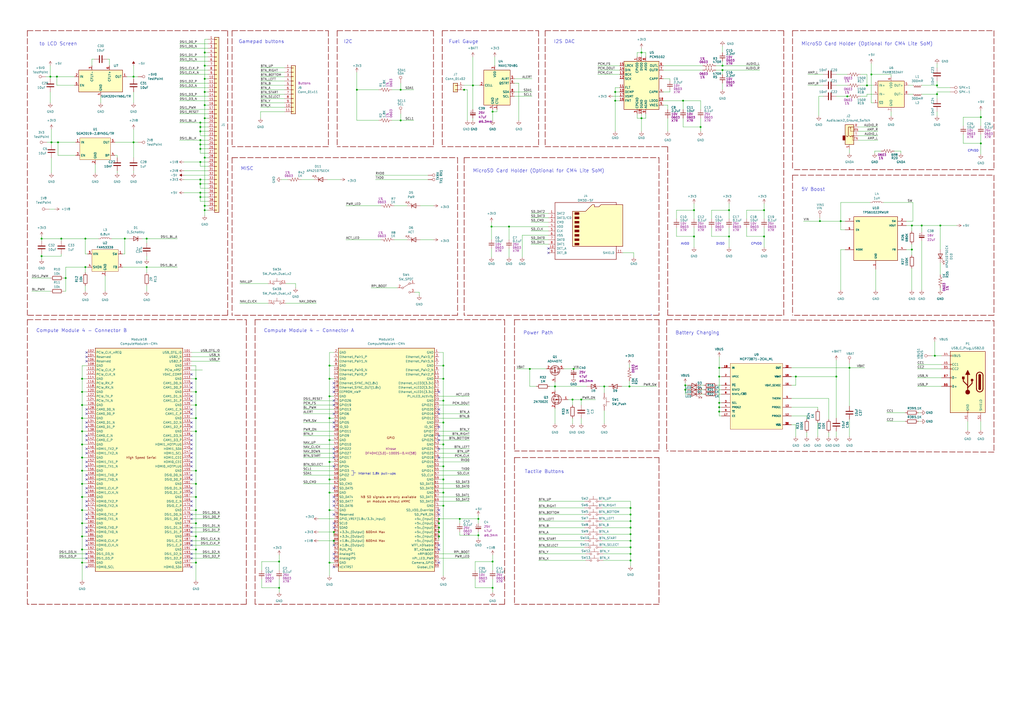
<source format=kicad_sch>
(kicad_sch (version 20231120) (generator "eeschema") (generator_version "8.0")
  (paper "A2")
  (title_block (rev "${RevNum}") (comment 9 "${DrawnBy}"))
  (lib_symbols
    (symbol "Amplifier_Audio:PAM8302AAY"
      (property "Reference" "U" (at 7.62 11.43 0))
      (property "Value" "PAM8302AAY" (at 7.62 8.89 0))
      (symbol "PAM8302AAY_1_1"
        (pin input line (at -10.16 -5.08 0) (length 2.54) (name "~{SD}") (number "1"))
        (pin no_connect line (at 7.62 -5.08 180) (length 2.54) hide (name "NC") (number "2"))
        (pin input line (at -10.16 5.08 0) (length 2.54) (name "IN+") (number "3"))
        (pin input line (at -10.16 0 0) (length 2.54) (name "IN-") (number "4"))
        (pin output line (at 10.16 5.08 180) (length 2.54) (name "OUT+") (number "5"))
        (pin power_in line (at 0 10.16 270) (length 2.54) (name "VDD") (number "6"))
        (pin power_in line (at 0 -10.16 90) (length 2.54) (name "GND") (number "7"))
        (pin output line (at 10.16 0 180) (length 2.54) (name "OUT-") (number "8"))
      )
    )
    (symbol "Audio:PCM5102"
      (property "Reference" "U" (at -10.16 13.97 0))
      (property "Value" "PCM5102" (at 3.81 13.97 0))
      (symbol "PCM5102_1_1"
        (pin passive line (at -2.54 15.24 270) (length 2.54) (name "CPVDD") (number "1"))
        (pin input line (at -12.7 -5.08 0) (length 2.54) (name "DEMP") (number "10"))
        (pin input line (at -12.7 -2.54 0) (length 2.54) (name "FLT") (number "11"))
        (pin input line (at -12.7 2.54 0) (length 2.54) (name "SCK") (number "12"))
        (pin input line (at -12.7 5.08 0) (length 2.54) (name "BCK") (number "13"))
        (pin input line (at -12.7 7.62 0) (length 2.54) (name "DIN") (number "14"))
        (pin input line (at -12.7 10.16 0) (length 2.54) (name "LRCK") (number "15"))
        (pin input line (at -12.7 -10.16 0) (length 2.54) (name "FMT") (number "16"))
        (pin input line (at -12.7 -7.62 0) (length 2.54) (name "XSMT") (number "17"))
        (pin passive line (at 12.7 -10.16 180) (length 2.54) (name "LDOO") (number "18"))
        (pin power_in line (at 0 -17.78 90) (length 2.54) (name "DGND") (number "19"))
        (pin passive line (at 12.7 2.54 180) (length 2.54) (name "CAPP") (number "2"))
        (pin power_in line (at 0 15.24 270) (length 2.54) (name "DVDD") (number "20"))
        (pin power_in line (at -2.54 -17.78 90) (length 2.54) (name "CPGND") (number "3"))
        (pin passive line (at 12.7 -5.08 180) (length 2.54) (name "CAPM") (number "4"))
        (pin passive line (at 12.7 -12.7 180) (length 2.54) (name "VNEG") (number "5"))
        (pin output line (at 12.7 10.16 180) (length 2.54) (name "OUTL") (number "6"))
        (pin output line (at 12.7 7.62 180) (length 2.54) (name "OUTR") (number "7"))
        (pin power_in line (at 2.54 15.24 270) (length 2.54) (name "AVDD") (number "8"))
        (pin power_in line (at 2.54 -17.78 90) (length 2.54) (name "AGND") (number "9"))
      )
    )
    (symbol "Battery_Management:MAX17048G"
      (property "Reference" "U" (at -6.985 11.43 0))
      (property "Value" "MAX17048G" (at 8.255 11.43 0))
      (symbol "MAX17048G_1_1"
        (pin input line (at 0 -12.7 90) (length 2.54) (name "CTG") (number "1"))
        (pin input line (at -10.16 1.27 0) (length 2.54) (name "CELL") (number "2"))
        (pin power_in line (at -1.27 12.7 270) (length 2.54) (name "VDD") (number "3"))
        (pin power_in line (at -2.54 -12.7 90) (length 2.54) (name "GND") (number "4"))
        (pin open_collector line (at 10.16 5.08 180) (length 2.54) (name "ALRT") (number "5"))
        (pin input line (at 10.16 2.54 180) (length 2.54) (name "QSTRT") (number "6"))
        (pin input line (at 10.16 -5.08 180) (length 2.54) (name "SCL") (number "7"))
        (pin bidirectional line (at 10.16 -2.54 180) (length 2.54) (name "SDA") (number "8"))
        (pin power_in line (at 2.54 -12.7 90) (length 2.54) hide (name "GND") (number "9"))
      )
    )
    (symbol "Connector:AudioJack2_Ground_Switch"
      (property "Reference" "J" (at 0 11.43 0))
      (property "Value" "AudioJack2_Ground_Switch" (at 0 8.89 0))
      (symbol "AudioJack2_Ground_Switch_1_1"
        (pin passive line (at 5.08 5.08 180) (length 2.54) (name "~") (number "R"))
        (pin passive line (at 5.08 2.54 180) (length 2.54) (name "~") (number "RN"))
        (pin passive line (at 0 -7.62 90) (length 2.54) (name "~") (number "S"))
        (pin passive line (at 5.08 0 180) (length 2.54) (name "~") (number "T"))
        (pin passive line (at 5.08 -2.54 180) (length 2.54) (name "~") (number "TN"))
      )
    )
    (symbol "Connector:Micro_SD_Card_Det" (pin_names (offset 1.016))
      (property "Reference" "J" (at -16.51 17.78 0))
      (property "Value" "Micro_SD_Card_Det" (at 16.51 17.78 0))
      (symbol "Micro_SD_Card_Det_1_1"
        (pin bidirectional line (at -22.86 10.16 0) (length 3.81) (name "DAT2") (number "1"))
        (pin passive line (at -22.86 -10.16 0) (length 3.81) (name "DET_A") (number "10"))
        (pin passive line (at 20.32 -12.7 180) (length 3.81) (name "SHIELD") (number "11"))
        (pin bidirectional line (at -22.86 7.62 0) (length 3.81) (name "DAT3/CD") (number "2"))
        (pin input line (at -22.86 5.08 0) (length 3.81) (name "CMD") (number "3"))
        (pin power_in line (at -22.86 2.54 0) (length 3.81) (name "VDD") (number "4"))
        (pin input line (at -22.86 0 0) (length 3.81) (name "CLK") (number "5"))
        (pin power_in line (at -22.86 -2.54 0) (length 3.81) (name "VSS") (number "6"))
        (pin bidirectional line (at -22.86 -5.08 0) (length 3.81) (name "DAT0") (number "7"))
        (pin bidirectional line (at -22.86 -7.62 0) (length 3.81) (name "DAT1") (number "8"))
        (pin passive line (at -22.86 -12.7 0) (length 3.81) (name "DET_B") (number "9"))
      )
    )
    (symbol "Connector:TestPoint" (pin_numbers hide) (pin_names (offset 0.762) hide)
      (property "Reference" "TP" (at 0 6.858 0))
      (property "Value" "TestPoint" (at 0 5.08 0))
      (symbol "TestPoint_1_1"
        (pin passive line (at 0 0 90) (length 2.54) (name "1") (number "1"))
      )
    )
    (symbol "Connector:USB_C_Plug_USB2.0" (pin_names (offset 1.016))
      (property "Reference" "P1" (at 0 22.225 0))
      (property "Value" "USB_C_Plug_USB2.0" (at 0 19.685 0))
      (symbol "USB_C_Plug_USB2.0_1_1"
        (pin passive line (at 0 -22.86 90) (length 5.08) (name "GND") (number "A1"))
        (pin passive line (at 0 -22.86 90) (length 5.08) hide (name "GND") (number "A12"))
        (pin passive line (at 15.24 15.24 180) (length 5.08) (name "VBUS") (number "A4"))
        (pin bidirectional line (at 15.24 10.16 180) (length 5.08) (name "CC1") (number "A5"))
        (pin bidirectional line (at 15.24 -2.54 180) (length 5.08) (name "D+") (number "A6"))
        (pin bidirectional line (at 15.24 2.54 180) (length 5.08) (name "D-") (number "A7"))
        (pin passive line (at 15.24 15.24 180) (length 5.08) hide (name "VBUS") (number "A9"))
        (pin passive line (at 0 -22.86 90) (length 5.08) hide (name "GND") (number "B1"))
        (pin passive line (at 0 -22.86 90) (length 5.08) hide (name "GND") (number "B12"))
        (pin passive line (at 15.24 15.24 180) (length 5.08) hide (name "VBUS") (number "B4"))
        (pin bidirectional line (at 15.24 7.62 180) (length 5.08) (name "CC2") (number "B5"))
        (pin bidirectional line (at 15.24 -2.54 180) (length 5.08) (name "D+") (number "B6"))
        (pin bidirectional line (at 15.24 2.54 180) (length 5.08) (name "D-") (number "B7"))
        (pin passive line (at 15.24 15.24 180) (length 5.08) hide (name "VBUS") (number "B9"))
        (pin passive line (at -7.62 -22.86 90) (length 5.08) (name "SHIELD") (number "S1"))
      )
    )
    (symbol "Connector_Generic:Conn_01x02" (pin_names (offset 1.016) hide)
      (property "Reference" "J" (at 0 2.54 0))
      (property "Value" "Conn_01x02" (at 0 -5.08 0))
      (symbol "Conn_01x02_1_1"
        (pin passive line (at -5.08 0 0) (length 3.81) (name "Pin_1") (number "1"))
        (pin passive line (at -5.08 -2.54 0) (length 3.81) (name "Pin_2") (number "2"))
      )
    )
    (symbol "Connector_Generic:Conn_01x11" (pin_names (offset 1.016) hide)
      (property "Reference" "J" (at 0 15.24 0))
      (property "Value" "Conn_01x11" (at 0 -15.24 0))
      (symbol "Conn_01x11_1_1"
        (pin passive line (at -5.08 12.7 0) (length 3.81) (name "Pin_1") (number "1"))
        (pin passive line (at -5.08 -10.16 0) (length 3.81) (name "Pin_10") (number "10"))
        (pin passive line (at -5.08 -12.7 0) (length 3.81) (name "Pin_11") (number "11"))
        (pin passive line (at -5.08 10.16 0) (length 3.81) (name "Pin_2") (number "2"))
        (pin passive line (at -5.08 7.62 0) (length 3.81) (name "Pin_3") (number "3"))
        (pin passive line (at -5.08 5.08 0) (length 3.81) (name "Pin_4") (number "4"))
        (pin passive line (at -5.08 2.54 0) (length 3.81) (name "Pin_5") (number "5"))
        (pin passive line (at -5.08 0 0) (length 3.81) (name "Pin_6") (number "6"))
        (pin passive line (at -5.08 -2.54 0) (length 3.81) (name "Pin_7") (number "7"))
        (pin passive line (at -5.08 -5.08 0) (length 3.81) (name "Pin_8") (number "8"))
        (pin passive line (at -5.08 -7.62 0) (length 3.81) (name "Pin_9") (number "9"))
      )
    )
    (symbol "Connector_Generic:Conn_01x40" (pin_names (offset 1.016) hide)
      (property "Reference" "J" (at 0 50.8 0))
      (property "Value" "Conn_01x40" (at 0 -53.34 0))
      (symbol "Conn_01x40_1_1"
        (pin passive line (at -5.08 48.26 0) (length 3.81) (name "Pin_1") (number "1"))
        (pin passive line (at -5.08 25.4 0) (length 3.81) (name "Pin_10") (number "10"))
        (pin passive line (at -5.08 22.86 0) (length 3.81) (name "Pin_11") (number "11"))
        (pin passive line (at -5.08 20.32 0) (length 3.81) (name "Pin_12") (number "12"))
        (pin passive line (at -5.08 17.78 0) (length 3.81) (name "Pin_13") (number "13"))
        (pin passive line (at -5.08 15.24 0) (length 3.81) (name "Pin_14") (number "14"))
        (pin passive line (at -5.08 12.7 0) (length 3.81) (name "Pin_15") (number "15"))
        (pin passive line (at -5.08 10.16 0) (length 3.81) (name "Pin_16") (number "16"))
        (pin passive line (at -5.08 7.62 0) (length 3.81) (name "Pin_17") (number "17"))
        (pin passive line (at -5.08 5.08 0) (length 3.81) (name "Pin_18") (number "18"))
        (pin passive line (at -5.08 2.54 0) (length 3.81) (name "Pin_19") (number "19"))
        (pin passive line (at -5.08 45.72 0) (length 3.81) (name "Pin_2") (number "2"))
        (pin passive line (at -5.08 0 0) (length 3.81) (name "Pin_20") (number "20"))
        (pin passive line (at -5.08 -2.54 0) (length 3.81) (name "Pin_21") (number "21"))
        (pin passive line (at -5.08 -5.08 0) (length 3.81) (name "Pin_22") (number "22"))
        (pin passive line (at -5.08 -7.62 0) (length 3.81) (name "Pin_23") (number "23"))
        (pin passive line (at -5.08 -10.16 0) (length 3.81) (name "Pin_24") (number "24"))
        (pin passive line (at -5.08 -12.7 0) (length 3.81) (name "Pin_25") (number "25"))
        (pin passive line (at -5.08 -15.24 0) (length 3.81) (name "Pin_26") (number "26"))
        (pin passive line (at -5.08 -17.78 0) (length 3.81) (name "Pin_27") (number "27"))
        (pin passive line (at -5.08 -20.32 0) (length 3.81) (name "Pin_28") (number "28"))
        (pin passive line (at -5.08 -22.86 0) (length 3.81) (name "Pin_29") (number "29"))
        (pin passive line (at -5.08 43.18 0) (length 3.81) (name "Pin_3") (number "3"))
        (pin passive line (at -5.08 -25.4 0) (length 3.81) (name "Pin_30") (number "30"))
        (pin passive line (at -5.08 -27.94 0) (length 3.81) (name "Pin_31") (number "31"))
        (pin passive line (at -5.08 -30.48 0) (length 3.81) (name "Pin_32") (number "32"))
        (pin passive line (at -5.08 -33.02 0) (length 3.81) (name "Pin_33") (number "33"))
        (pin passive line (at -5.08 -35.56 0) (length 3.81) (name "Pin_34") (number "34"))
        (pin passive line (at -5.08 -38.1 0) (length 3.81) (name "Pin_35") (number "35"))
        (pin passive line (at -5.08 -40.64 0) (length 3.81) (name "Pin_36") (number "36"))
        (pin passive line (at -5.08 -43.18 0) (length 3.81) (name "Pin_37") (number "37"))
        (pin passive line (at -5.08 -45.72 0) (length 3.81) (name "Pin_38") (number "38"))
        (pin passive line (at -5.08 -48.26 0) (length 3.81) (name "Pin_39") (number "39"))
        (pin passive line (at -5.08 40.64 0) (length 3.81) (name "Pin_4") (number "4"))
        (pin passive line (at -5.08 -50.8 0) (length 3.81) (name "Pin_40") (number "40"))
        (pin passive line (at -5.08 38.1 0) (length 3.81) (name "Pin_5") (number "5"))
        (pin passive line (at -5.08 35.56 0) (length 3.81) (name "Pin_6") (number "6"))
        (pin passive line (at -5.08 33.02 0) (length 3.81) (name "Pin_7") (number "7"))
        (pin passive line (at -5.08 30.48 0) (length 3.81) (name "Pin_8") (number "8"))
        (pin passive line (at -5.08 27.94 0) (length 3.81) (name "Pin_9") (number "9"))
      )
    )
    (symbol "Device:C" (pin_numbers hide) (pin_names (offset 0.254))
      (property "Reference" "C" (at 0.635 2.54 0))
      (property "Value" "C" (at 0.635 -2.54 0))
      (symbol "C_1_1"
        (pin passive line (at 0 3.81 270) (length 2.794) (name "~") (number "1"))
        (pin passive line (at 0 -3.81 90) (length 2.794) (name "~") (number "2"))
      )
    )
    (symbol "Device:C_Small" (pin_numbers hide) (pin_names (offset 0.254) hide)
      (property "Reference" "C" (at 0.254 1.778 0))
      (property "Value" "C_Small" (at 0.254 -2.032 0))
      (symbol "C_Small_1_1"
        (pin passive line (at 0 2.54 270) (length 2.032) (name "~") (number "1"))
        (pin passive line (at 0 -2.54 90) (length 2.032) (name "~") (number "2"))
      )
    )
    (symbol "Device:D_Schottky" (pin_numbers hide) (pin_names (offset 1.016) hide)
      (property "Reference" "D" (at 0 2.54 0))
      (property "Value" "D_Schottky" (at 0 -2.54 0))
      (symbol "D_Schottky_1_1"
        (pin passive line (at -3.81 0 0) (length 2.54) (name "K") (number "1"))
        (pin passive line (at 3.81 0 180) (length 2.54) (name "A") (number "2"))
      )
    )
    (symbol "Device:D_Zener" (pin_numbers hide) (pin_names (offset 1.016) hide)
      (property "Reference" "D" (at 0 2.54 0))
      (property "Value" "D_Zener" (at 0 -2.54 0))
      (symbol "D_Zener_1_1"
        (pin passive line (at -3.81 0 0) (length 2.54) (name "K") (number "1"))
        (pin passive line (at 3.81 0 180) (length 2.54) (name "A") (number "2"))
      )
    )
    (symbol "Device:L" (pin_numbers hide) (pin_names (offset 1.016) hide)
      (property "Reference" "L" (at -1.27 0 90))
      (property "Value" "L" (at 1.905 0 90))
      (symbol "L_1_1"
        (pin passive line (at 0 3.81 270) (length 1.27) (name "1") (number "1"))
        (pin passive line (at 0 -3.81 90) (length 1.27) (name "2") (number "2"))
      )
    )
    (symbol "Device:LED" (pin_numbers hide) (pin_names (offset 1.016) hide)
      (property "Reference" "D" (at 0 2.54 0))
      (property "Value" "LED" (at 0 -2.54 0))
      (symbol "LED_1_1"
        (pin passive line (at -3.81 0 0) (length 2.54) (name "K") (number "1"))
        (pin passive line (at 3.81 0 180) (length 2.54) (name "A") (number "2"))
      )
    )
    (symbol "Device:L_Ferrite_Small" (pin_numbers hide) (pin_names (offset 0.254) hide)
      (property "Reference" "L" (at 1.27 1.016 0))
      (property "Value" "L_Ferrite_Small" (at 1.27 -1.27 0))
      (symbol "L_Ferrite_Small_1_1"
        (pin passive line (at 0 2.54 270) (length 0.508) (name "~") (number "1"))
        (pin passive line (at 0 -2.54 90) (length 0.508) (name "~") (number "2"))
      )
    )
    (symbol "Device:Q_PMOS_DSG" (pin_names (offset 0) hide)
      (property "Reference" "Q1" (at 5.715 1.27 0))
      (property "Value" "Q_PMOS_DSG" (at 5.715 -1.27 0))
      (symbol "Q_PMOS_DSG_1_1"
        (pin passive line (at 2.54 -5.08 90) (length 2.54) hide (name "S") (number "1"))
        (pin passive line (at 2.54 -5.08 90) (length 2.54) (name "S") (number "2"))
        (pin passive line (at 2.54 -5.08 90) (length 2.54) hide (name "S") (number "3"))
        (pin input line (at -5.08 0 0) (length 2.54) (name "G") (number "4"))
        (pin passive line (at 2.54 5.08 270) (length 2.54) (name "D") (number "5"))
        (pin passive line (at 2.54 5.08 270) (length 2.54) hide (name "D") (number "6"))
        (pin passive line (at 2.54 5.08 270) (length 2.54) hide (name "D") (number "7"))
        (pin passive line (at 2.54 5.08 270) (length 2.54) hide (name "D") (number "8"))
      )
    )
    (symbol "Device:R" (pin_numbers hide) (pin_names (offset 0))
      (property "Reference" "R" (at 2.032 0 90))
      (property "Value" "R" (at 0 0 90))
      (symbol "R_1_1"
        (pin passive line (at 0 3.81 270) (length 1.27) (name "~") (number "1"))
        (pin passive line (at 0 -3.81 90) (length 1.27) (name "~") (number "2"))
      )
    )
    (symbol "Device:R_US" (pin_numbers hide) (pin_names (offset 0))
      (property "Reference" "R" (at 2.54 0 90))
      (property "Value" "R_US" (at -2.54 0 90))
      (symbol "R_US_1_1"
        (pin passive line (at 0 3.81 270) (length 1.27) (name "~") (number "1"))
        (pin passive line (at 0 -3.81 90) (length 1.27) (name "~") (number "2"))
      )
    )
    (symbol "PintryParts-Symbols:865080443007" (pin_numbers hide) (pin_names (offset 0.254) hide)
      (property "Reference" "C?" (at 2.54 2.54 0))
      (property "Voltage" "25V" (at 2.54 -1.27 0))
      (property "Capacitance" "47uF" (at 2.54 0.635 0))
      (property "Diameter" "⌀6.3mm" (at 6.35 -3.175 0))
      (symbol "865080443007_1_1"
        (pin passive line (at 0 2.54 270) (length 1.8542) (name "~") (number "1"))
        (pin passive line (at 0 -2.54 90) (length 1.8542) (name "~") (number "2"))
      )
    )
    (symbol "PintryParts-Symbols:APA2107SECK" (pin_numbers hide) (pin_names (offset 1.016) hide)
      (property "Reference" "D?" (at 0.1905 6.35 0))
      (property "Value" "APA2107SECK" (at 0.1905 3.81 0))
      (symbol "APA2107SECK_1_1"
        (pin passive line (at -3.81 0 0) (length 2.54) (name "K") (number "1"))
        (pin passive line (at 3.81 0 180) (length 2.54) (name "A") (number "2"))
      )
    )
    (symbol "PintryParts-Symbols:APA2107SECK_1" (pin_numbers hide) (pin_names (offset 1.016) hide)
      (property "Reference" "D?" (at 0.1905 6.35 0))
      (property "Value" "APA2107SECK" (at 0.1905 3.81 0))
      (symbol "APA2107SECK_1_1_1"
        (pin passive line (at -3.81 0 0) (length 2.54) (name "K") (number "1"))
        (pin passive line (at 3.81 0 180) (length 2.54) (name "A") (number "2"))
      )
    )
    (symbol "PintryParts-Symbols:ComputeModule4-CM4"
      (property "Reference" "Module" (at 113.03 -68.58 0))
      (property "Value" "ComputeModule4-CM4" (at 140.97 2.54 0))
      (property "Field4" "Hirose" (at 0 0 0))
      (property "Field5" "2x DF40C-100DS-0.4V" (at 0 -2.54 0))
      (symbol "ComputeModule4-CM4_1_0"
        (text "GPIO" (at 0 6.35 0) (effects (font (size 1.27 1.27))))
      )
      (symbol "ComputeModule4-CM4_1_1"
        (text "600mA Max" (at -8.89 -53.34 0) (effects (font (size 1.27 1.27))))
        (text "600mA Max" (at -8.89 -48.26 0) (effects (font (size 1.27 1.27))))
        (text "NB SD signals are only available" (at -1.27 -27.94 0) (effects (font (size 1.27 1.27))))
        (text "on modules without eMMC" (at -1.27 -30.48 0) (effects (font (size 1.27 1.27))))
        (pin power_in line (at 27.94 55.88 180) (length 2.54) (name "GND") (number "1"))
        (pin passive line (at -33.02 45.72 0) (length 2.54) (name "Ethernet_Pair0_N") (number "10"))
        (pin output line (at -33.02 -68.58 0) (length 2.54) (name "nEXTRST") (number "100"))
        (pin passive line (at 27.94 43.18 180) (length 2.54) (name "Ethernet_Pair2_P") (number "11"))
        (pin passive line (at -33.02 43.18 0) (length 2.54) (name "Ethernet_Pair0_P") (number "12"))
        (pin power_in line (at 27.94 40.64 180) (length 2.54) (name "GND") (number "13"))
        (pin power_in line (at -33.02 40.64 0) (length 2.54) (name "GND") (number "14"))
        (pin output line (at 27.94 38.1 180) (length 2.54) (name "Ethernet_nLED3(3.3v)") (number "15"))
        (pin input line (at -33.02 38.1 0) (length 2.54) (name "Ethernet_SYNC_IN(1.8v)") (number "16"))
        (pin output line (at 27.94 35.56 180) (length 2.54) (name "Ethernet_nLED2(3.3v)") (number "17"))
        (pin input line (at -33.02 35.56 0) (length 2.54) (name "Ethernet_SYNC_OUT(1.8v)") (number "18"))
        (pin output line (at 27.94 33.02 180) (length 2.54) (name "Ethernet_nLED1(3.3v)") (number "19"))
        (pin power_in line (at -33.02 55.88 0) (length 2.54) (name "GND") (number "2"))
        (pin passive line (at -33.02 33.02 0) (length 2.54) (name "EEPROM_nWP") (number "20"))
        (pin open_collector line (at 27.94 30.48 180) (length 2.54) (name "PI_nLED_Activity") (number "21"))
        (pin power_in line (at -33.02 30.48 0) (length 2.54) (name "GND") (number "22"))
        (pin power_in line (at 27.94 27.94 180) (length 2.54) (name "GND") (number "23"))
        (pin passive line (at -33.02 27.94 0) (length 2.54) (name "GPIO26") (number "24"))
        (pin passive line (at 27.94 25.4 180) (length 2.54) (name "GPIO21") (number "25"))
        (pin passive line (at -33.02 25.4 0) (length 2.54) (name "GPIO19") (number "26"))
        (pin passive line (at 27.94 22.86 180) (length 2.54) (name "GPIO20") (number "27"))
        (pin passive line (at -33.02 22.86 0) (length 2.54) (name "GPIO13") (number "28"))
        (pin passive line (at 27.94 20.32 180) (length 2.54) (name "GPIO16") (number "29"))
        (pin passive line (at 27.94 53.34 180) (length 2.54) (name "Ethernet_Pair3_P") (number "3"))
        (pin passive line (at -33.02 20.32 0) (length 2.54) (name "GPIO6") (number "30"))
        (pin passive line (at 27.94 17.78 180) (length 2.54) (name "GPIO12") (number "31"))
        (pin power_in line (at -33.02 17.78 0) (length 2.54) (name "GND") (number "32"))
        (pin power_in line (at 27.94 15.24 180) (length 2.54) (name "GND") (number "33"))
        (pin passive line (at -33.02 15.24 0) (length 2.54) (name "GPIO5") (number "34"))
        (pin passive line (at 27.94 12.7 180) (length 2.54) (name "ID_SC") (number "35"))
        (pin passive line (at -33.02 12.7 0) (length 2.54) (name "ID_SD") (number "36"))
        (pin passive line (at 27.94 10.16 180) (length 2.54) (name "GPIO7") (number "37"))
        (pin passive line (at -33.02 10.16 0) (length 2.54) (name "GPIO11") (number "38"))
        (pin passive line (at 27.94 7.62 180) (length 2.54) (name "GPIO8") (number "39"))
        (pin passive line (at -33.02 53.34 0) (length 2.54) (name "Ethernet_Pair1_P") (number "4"))
        (pin passive line (at -33.02 7.62 0) (length 2.54) (name "GPIO9") (number "40"))
        (pin passive line (at 27.94 5.08 180) (length 2.54) (name "GPIO25") (number "41"))
        (pin power_in line (at -33.02 5.08 0) (length 2.54) (name "GND") (number "42"))
        (pin power_in line (at 27.94 2.54 180) (length 2.54) (name "GND") (number "43"))
        (pin passive line (at -33.02 2.54 0) (length 2.54) (name "GPIO10") (number "44"))
        (pin passive line (at 27.94 0 180) (length 2.54) (name "GPIO24") (number "45"))
        (pin passive line (at -33.02 0 0) (length 2.54) (name "GPIO22") (number "46"))
        (pin passive line (at 27.94 -2.54 180) (length 2.54) (name "GPIO23") (number "47"))
        (pin passive line (at -33.02 -2.54 0) (length 2.54) (name "GPIO27") (number "48"))
        (pin passive line (at 27.94 -5.08 180) (length 2.54) (name "GPIO18") (number "49"))
        (pin passive line (at 27.94 50.8 180) (length 2.54) (name "Ethernet_Pair3_N") (number "5"))
        (pin passive line (at -33.02 -5.08 0) (length 2.54) (name "GPIO17") (number "50"))
        (pin passive line (at 27.94 -7.62 180) (length 2.54) (name "GPIO15") (number "51"))
        (pin power_in line (at -33.02 -7.62 0) (length 2.54) (name "GND") (number "52"))
        (pin power_in line (at 27.94 -10.16 180) (length 2.54) (name "GND") (number "53"))
        (pin passive line (at -33.02 -10.16 0) (length 2.54) (name "GPIO4") (number "54"))
        (pin passive line (at 27.94 -12.7 180) (length 2.54) (name "GPIO14") (number "55"))
        (pin passive line (at -33.02 -12.7 0) (length 2.54) (name "GPIO3") (number "56"))
        (pin passive line (at 27.94 -15.24 180) (length 2.54) (name "SD_CLK") (number "57"))
        (pin passive line (at -33.02 -15.24 0) (length 2.54) (name "GPIO2") (number "58"))
        (pin power_in line (at 27.94 -17.78 180) (length 2.54) (name "GND") (number "59"))
        (pin passive line (at -33.02 50.8 0) (length 2.54) (name "Ethernet_Pair1_N") (number "6"))
        (pin power_in line (at -33.02 -17.78 0) (length 2.54) (name "GND") (number "60"))
        (pin passive line (at 27.94 -20.32 180) (length 2.54) (name "SD_DAT3") (number "61"))
        (pin passive line (at -33.02 -20.32 0) (length 2.54) (name "SD_CMD") (number "62"))
        (pin passive line (at 27.94 -22.86 180) (length 2.54) (name "SD_DAT0") (number "63"))
        (pin passive line (at -33.02 -22.86 0) (length 2.54) (name "SD_DAT5") (number "64"))
        (pin power_in line (at 27.94 -25.4 180) (length 2.54) (name "GND") (number "65"))
        (pin power_in line (at -33.02 -25.4 0) (length 2.54) (name "GND") (number "66"))
        (pin passive line (at 27.94 -27.94 180) (length 2.54) (name "SD_DAT1") (number "67"))
        (pin passive line (at -33.02 -27.94 0) (length 2.54) (name "SD_DAT4") (number "68"))
        (pin passive line (at 27.94 -30.48 180) (length 2.54) (name "SD_DAT2") (number "69"))
        (pin power_in line (at 27.94 48.26 180) (length 2.54) (name "GND") (number "7"))
        (pin passive line (at -33.02 -30.48 0) (length 2.54) (name "SD_DAT7") (number "70"))
        (pin power_in line (at 27.94 -33.02 180) (length 2.54) (name "GND") (number "71"))
        (pin passive line (at -33.02 -33.02 0) (length 2.54) (name "SD_DAT6") (number "72"))
        (pin input line (at 27.94 -35.56 180) (length 2.54) (name "SD_VDD_Override") (number "73"))
        (pin power_in line (at -33.02 -35.56 0) (length 2.54) (name "GND") (number "74"))
        (pin output line (at 27.94 -38.1 180) (length 2.54) (name "SD_PWR_ON") (number "75"))
        (pin passive line (at -33.02 -38.1 0) (length 2.54) (name "Reserved") (number "76"))
        (pin power_in line (at 27.94 -40.64 180) (length 2.54) (name "+5v_(Input)") (number "77"))
        (pin power_in line (at -33.02 -40.64 0) (length 2.54) (name "GPIO_VREF(1.8v/3.3v_Input)") (number "78"))
        (pin power_in line (at 27.94 -43.18 180) (length 2.54) (name "+5v_(Input)") (number "79"))
        (pin power_in line (at -33.02 48.26 0) (length 2.54) (name "GND") (number "8"))
        (pin passive line (at -33.02 -43.18 0) (length 2.54) (name "SCL0") (number "80"))
        (pin power_in line (at 27.94 -45.72 180) (length 2.54) (name "+5v_(Input)") (number "81"))
        (pin passive line (at -33.02 -45.72 0) (length 2.54) (name "SDA0") (number "82"))
        (pin power_in line (at 27.94 -48.26 180) (length 2.54) (name "+5v_(Input)") (number "83"))
        (pin power_out line (at -33.02 -48.26 0) (length 2.54) (name "+3.3v_(Output)") (number "84"))
        (pin power_in line (at 27.94 -50.8 180) (length 2.54) (name "+5v_(Input)") (number "85"))
        (pin power_out line (at -33.02 -50.8 0) (length 2.54) (name "+3.3v_(Output)") (number "86"))
        (pin power_in line (at 27.94 -53.34 180) (length 2.54) (name "+5v_(Input)") (number "87"))
        (pin power_out line (at -33.02 -53.34 0) (length 2.54) (name "+1.8v_(Output)") (number "88"))
        (pin power_in line (at 27.94 -55.88 180) (length 2.54) (name "WiFi_nDisable") (number "89"))
        (pin passive line (at 27.94 45.72 180) (length 2.54) (name "Ethernet_Pair2_N") (number "9"))
        (pin power_out line (at -33.02 -55.88 0) (length 2.54) (name "+1.8v_(Output)") (number "90"))
        (pin power_in line (at 27.94 -58.42 180) (length 2.54) (name "BT_nDisable") (number "91"))
        (pin passive line (at -33.02 -58.42 0) (length 2.54) (name "RUN_PG") (number "92"))
        (pin input line (at 27.94 -60.96 180) (length 2.54) (name "nRPIBOOT") (number "93"))
        (pin passive line (at -33.02 -60.96 0) (length 2.54) (name "AnalogIP1") (number "94"))
        (pin output line (at 27.94 -63.5 180) (length 2.54) (name "nPI_LED_PWR") (number "95"))
        (pin passive line (at -33.02 -63.5 0) (length 2.54) (name "AnalogIP0") (number "96"))
        (pin passive line (at 27.94 -66.04 180) (length 2.54) (name "Camera_GPIO") (number "97"))
        (pin power_in line (at -33.02 -66.04 0) (length 2.54) (name "GND") (number "98"))
        (pin input line (at 27.94 -68.58 180) (length 2.54) (name "Global_EN") (number "99"))
      )
      (symbol "ComputeModule4-CM4_2_1"
        (text "High Speed Serial" (at 140.97 0 0) (effects (font (size 1.27 1.27))))
        (pin input line (at 170.18 60.96 180) (length 5.08) (name "USB_OTG_ID") (number "101"))
        (pin input line (at 109.22 60.96 0) (length 5.08) (name "PCIe_CLK_nREQ") (number "102"))
        (pin passive line (at 170.18 58.42 180) (length 5.08) (name "USB2_N") (number "103"))
        (pin passive line (at 109.22 58.42 0) (length 5.08) (name "Reserved") (number "104"))
        (pin passive line (at 170.18 55.88 180) (length 5.08) (name "USB2_P") (number "105"))
        (pin passive line (at 109.22 55.88 0) (length 5.08) (name "Reserved") (number "106"))
        (pin power_in line (at 170.18 53.34 180) (length 5.08) (name "GND") (number "107"))
        (pin power_in line (at 109.22 53.34 0) (length 5.08) (name "GND") (number "108"))
        (pin bidirectional line (at 170.18 50.8 180) (length 5.08) (name "PCIe_nRST") (number "109"))
        (pin output line (at 109.22 50.8 0) (length 5.08) (name "PCIe_CLK_P") (number "110"))
        (pin passive line (at 170.18 48.26 180) (length 5.08) (name "VDAC_COMP") (number "111"))
        (pin output line (at 109.22 48.26 0) (length 5.08) (name "PCIe_CLK_N") (number "112"))
        (pin power_in line (at 170.18 45.72 180) (length 5.08) (name "GND") (number "113"))
        (pin power_in line (at 109.22 45.72 0) (length 5.08) (name "GND") (number "114"))
        (pin input line (at 170.18 43.18 180) (length 5.08) (name "CAM1_D0_N") (number "115"))
        (pin input line (at 109.22 43.18 0) (length 5.08) (name "PCIe_RX_P") (number "116"))
        (pin input line (at 170.18 40.64 180) (length 5.08) (name "CAM1_D0_P") (number "117"))
        (pin input line (at 109.22 40.64 0) (length 5.08) (name "PCIe_RX_N") (number "118"))
        (pin power_in line (at 170.18 38.1 180) (length 5.08) (name "GND") (number "119"))
        (pin power_in line (at 109.22 38.1 0) (length 5.08) (name "GND") (number "120"))
        (pin input line (at 170.18 35.56 180) (length 5.08) (name "CAM1_D1_N") (number "121"))
        (pin output line (at 109.22 35.56 0) (length 5.08) (name "PCIe_TX_P") (number "122"))
        (pin input line (at 170.18 33.02 180) (length 5.08) (name "CAM1_D1_P") (number "123"))
        (pin output line (at 109.22 33.02 0) (length 5.08) (name "PCIe_TX_N") (number "124"))
        (pin power_in line (at 170.18 30.48 180) (length 5.08) (name "GND") (number "125"))
        (pin power_in line (at 109.22 30.48 0) (length 5.08) (name "GND") (number "126"))
        (pin input line (at 170.18 27.94 180) (length 5.08) (name "CAM1_C_N") (number "127"))
        (pin input line (at 109.22 27.94 0) (length 5.08) (name "CAM0_D0_N") (number "128"))
        (pin input line (at 170.18 25.4 180) (length 5.08) (name "CAM1_C_P") (number "129"))
        (pin input line (at 109.22 25.4 0) (length 5.08) (name "CAM0_D0_P") (number "130"))
        (pin power_in line (at 170.18 22.86 180) (length 5.08) (name "GND") (number "131"))
        (pin power_in line (at 109.22 22.86 0) (length 5.08) (name "GND") (number "132"))
        (pin input line (at 170.18 20.32 180) (length 5.08) (name "CAM1_D2_N") (number "133"))
        (pin input line (at 109.22 20.32 0) (length 5.08) (name "CAM0_D1_N") (number "134"))
        (pin input line (at 170.18 17.78 180) (length 5.08) (name "CAM1_D2_P") (number "135"))
        (pin input line (at 109.22 17.78 0) (length 5.08) (name "CAM0_D1_P") (number "136"))
        (pin power_in line (at 170.18 15.24 180) (length 5.08) (name "GND") (number "137"))
        (pin power_in line (at 109.22 15.24 0) (length 5.08) (name "GND") (number "138"))
        (pin input line (at 170.18 12.7 180) (length 5.08) (name "CAM1_D3_N") (number "139"))
        (pin input line (at 109.22 12.7 0) (length 5.08) (name "CAM0_C_N") (number "140"))
        (pin input line (at 170.18 10.16 180) (length 5.08) (name "CAM1_D3_P") (number "141"))
        (pin input line (at 109.22 10.16 0) (length 5.08) (name "CAM0_C_P") (number "142"))
        (pin input line (at 170.18 7.62 180) (length 5.08) (name "HDMI1_HOTPLUG") (number "143"))
        (pin power_in line (at 109.22 7.62 0) (length 5.08) (name "GND") (number "144"))
        (pin bidirectional line (at 170.18 5.08 180) (length 5.08) (name "HDMI1_SDA") (number "145"))
        (pin output line (at 109.22 5.08 0) (length 5.08) (name "HDMI1_TX2_P") (number "146"))
        (pin open_collector line (at 170.18 2.54 180) (length 5.08) (name "HDMI1_SCL") (number "147"))
        (pin output line (at 109.22 2.54 0) (length 5.08) (name "HDMI1_TX2_N") (number "148"))
        (pin open_collector line (at 170.18 0 180) (length 5.08) (name "HDMI1_CEC") (number "149"))
        (pin power_in line (at 109.22 0 0) (length 5.08) (name "GND") (number "150"))
        (pin open_collector line (at 170.18 -2.54 180) (length 5.08) (name "HDMI0_CEC") (number "151"))
        (pin output line (at 109.22 -2.54 0) (length 5.08) (name "HDMI1_TX1_P") (number "152"))
        (pin input line (at 170.18 -5.08 180) (length 5.08) (name "HDMI0_HOTPLUG") (number "153"))
        (pin output line (at 109.22 -5.08 0) (length 5.08) (name "HDMI1_TX1_N") (number "154"))
        (pin power_in line (at 170.18 -7.62 180) (length 5.08) (name "GND") (number "155"))
        (pin power_in line (at 109.22 -7.62 0) (length 5.08) (name "GND") (number "156"))
        (pin output line (at 170.18 -10.16 180) (length 5.08) (name "DSI0_D0_N") (number "157"))
        (pin output line (at 109.22 -10.16 0) (length 5.08) (name "HDMI1_TX0_P") (number "158"))
        (pin output line (at 170.18 -12.7 180) (length 5.08) (name "DSI0_D0_P") (number "159"))
        (pin output line (at 109.22 -12.7 0) (length 5.08) (name "HDMI1_TX0_N") (number "160"))
        (pin power_in line (at 170.18 -15.24 180) (length 5.08) (name "GND") (number "161"))
        (pin power_in line (at 109.22 -15.24 0) (length 5.08) (name "GND") (number "162"))
        (pin output line (at 170.18 -17.78 180) (length 5.08) (name "DSI0_D1_N") (number "163"))
        (pin output line (at 109.22 -17.78 0) (length 5.08) (name "HDMI1_CLK_P") (number "164"))
        (pin output line (at 170.18 -20.32 180) (length 5.08) (name "DSI0_D1_P") (number "165"))
        (pin output line (at 109.22 -20.32 0) (length 5.08) (name "HDMI1_CLK_N") (number "166"))
        (pin power_in line (at 170.18 -22.86 180) (length 5.08) (name "GND") (number "167"))
        (pin power_in line (at 109.22 -22.86 0) (length 5.08) (name "GND") (number "168"))
        (pin output line (at 170.18 -25.4 180) (length 5.08) (name "DSI0_C_N") (number "169"))
        (pin output line (at 109.22 -25.4 0) (length 5.08) (name "HDMI0_TX2_P") (number "170"))
        (pin output line (at 170.18 -27.94 180) (length 5.08) (name "DSI0_C_P") (number "171"))
        (pin output line (at 109.22 -27.94 0) (length 5.08) (name "HDMI0_TX2_N") (number "172"))
        (pin power_in line (at 170.18 -30.48 180) (length 5.08) (name "GND") (number "173"))
        (pin power_in line (at 109.22 -30.48 0) (length 5.08) (name "GND") (number "174"))
        (pin output line (at 170.18 -33.02 180) (length 5.08) (name "DSI1_D0_N") (number "175"))
        (pin output line (at 109.22 -33.02 0) (length 5.08) (name "HDMI0_TX1_P") (number "176"))
        (pin output line (at 170.18 -35.56 180) (length 5.08) (name "DSI1_D0_P") (number "177"))
        (pin output line (at 109.22 -35.56 0) (length 5.08) (name "HDMI0_TX1_N") (number "178"))
        (pin power_in line (at 170.18 -38.1 180) (length 5.08) (name "GND") (number "179"))
        (pin power_in line (at 109.22 -38.1 0) (length 5.08) (name "GND") (number "180"))
        (pin output line (at 170.18 -40.64 180) (length 5.08) (name "DSI1_D1_N") (number "181"))
        (pin output line (at 109.22 -40.64 0) (length 5.08) (name "HDMI0_TX0_P") (number "182"))
        (pin output line (at 170.18 -43.18 180) (length 5.08) (name "DSI1_D1_P") (number "183"))
        (pin output line (at 109.22 -43.18 0) (length 5.08) (name "HDMI0_TX0_N") (number "184"))
        (pin power_in line (at 170.18 -45.72 180) (length 5.08) (name "GND") (number "185"))
        (pin power_in line (at 109.22 -45.72 0) (length 5.08) (name "GND") (number "186"))
        (pin output line (at 170.18 -48.26 180) (length 5.08) (name "DSI1_C_N") (number "187"))
        (pin output line (at 109.22 -48.26 0) (length 5.08) (name "HDMI0_CLK_P") (number "188"))
        (pin output line (at 170.18 -50.8 180) (length 5.08) (name "DSI1_C_P") (number "189"))
        (pin output line (at 109.22 -50.8 0) (length 5.08) (name "HDMI0_CLK_N") (number "190"))
        (pin power_in line (at 170.18 -53.34 180) (length 5.08) (name "GND") (number "191"))
        (pin power_in line (at 109.22 -53.34 0) (length 5.08) (name "GND") (number "192"))
        (pin output line (at 170.18 -55.88 180) (length 5.08) (name "DSI1_D2_N") (number "193"))
        (pin output line (at 109.22 -55.88 0) (length 5.08) (name "DSI1_D3_N") (number "194"))
        (pin output line (at 170.18 -58.42 180) (length 5.08) (name "DSI1_D2_P") (number "195"))
        (pin output line (at 109.22 -58.42 0) (length 5.08) (name "DSI1_D3_P") (number "196"))
        (pin power_in line (at 170.18 -60.96 180) (length 5.08) (name "GND") (number "197"))
        (pin power_in line (at 109.22 -60.96 0) (length 5.08) (name "GND") (number "198"))
        (pin bidirectional line (at 170.18 -63.5 180) (length 5.08) (name "HDMI0_SDA") (number "199"))
        (pin open_collector line (at 109.22 -63.5 0) (length 5.08) (name "HDMI0_SCL") (number "200"))
      )
    )
    (symbol "Power_Management:MCP73871-2CAI_ML" (pin_names (offset 1.016))
      (property "Reference" "U" (at -15.1679 18.5478 0))
      (property "Value" "MCP73871-2CAI_ML" (at -15.3387 -22.9156 0))
      (symbol "MCP73871-2CAI_ML_0_0"
        (pin output line (at 20.32 15.24 180) (length 5.08) (name "OUT") (number "1"))
        (pin power_in line (at 20.32 -17.78 180) (length 5.08) (name "VSS") (number "10"))
        (pin power_in line (at 20.32 -17.78 180) (length 5.08) (name "VSS") (number "11"))
        (pin bidirectional line (at 20.32 -12.7 180) (length 5.08) (name "PROG3") (number "12"))
        (pin bidirectional line (at 20.32 -7.62 180) (length 5.08) (name "PROG1") (number "13"))
        (pin bidirectional line (at 20.32 10.16 180) (length 5.08) (name "VBAT") (number "14"))
        (pin bidirectional line (at 20.32 10.16 180) (length 5.08) (name "VBAT") (number "15"))
        (pin bidirectional line (at 20.32 5.08 180) (length 5.08) (name "VBAT_SENSE") (number "16"))
        (pin input line (at -20.32 -12.7 0) (length 5.08) (name "CE") (number "17"))
        (pin input line (at -20.32 15.24 0) (length 5.08) (name "IN") (number "18"))
        (pin input line (at -20.32 15.24 0) (length 5.08) (name "IN") (number "19"))
        (pin input line (at -20.32 10.16 0) (length 5.08) (name "VPCC") (number "2"))
        (pin output line (at 20.32 15.24 180) (length 5.08) (name "OUT") (number "20"))
        (pin power_in line (at 20.32 -17.78 180) (length 5.08) (name "VSS") (number "21"))
        (pin input line (at -20.32 -5.08 0) (length 5.08) (name "SEL") (number "3"))
        (pin input line (at -20.32 -7.62 0) (length 5.08) (name "PROG2") (number "4"))
        (pin bidirectional line (at 20.32 -2.54 180) (length 5.08) (name "THERM") (number "5"))
        (pin output line (at -20.32 5.08 0) (length 5.08) (name "~{PG}") (number "6"))
        (pin output line (at -20.32 2.54 0) (length 5.08) (name "STAT2") (number "7"))
        (pin output line (at -20.32 0 0) (length 5.08) (name "STAT1/~{LBO}") (number "8"))
        (pin input line (at -20.32 -10.16 0) (length 5.08) (name "~{TE}") (number "9"))
      )
    )
    (symbol "Regulator_Switching:TPS61022RWUR" (pin_names (offset 1.016))
      (property "Reference" "U10" (at 0 17.78 0))
      (property "Value" "TPS61022RWUR" (at 0 15.24 0))
      (symbol "TPS61022RWUR_0_0"
        (pin power_in line (at 0 -17.78 90) (length 5.08) (name "GND") (number "1"))
        (pin output line (at 17.78 10.16 180) (length 5.08) (name "SW") (number "2"))
        (pin output line (at 17.78 7.62 180) (length 5.08) (name "VOUT") (number "3"))
        (pin input line (at 17.78 -6.35 180) (length 5.08) (name "FB") (number "4"))
        (pin input line (at -17.78 5.08 0) (length 5.08) (name "EN") (number "5"))
        (pin input line (at -17.78 -6.35 0) (length 5.08) (name "MODE") (number "6"))
        (pin input line (at -17.78 10.16 0) (length 5.08) (name "VIN") (number "7"))
      )
    )
    (symbol "SW_Push_Dual_x2_1" (pin_names (offset 1.016) hide)
      (property "Reference" "SW3" (at 0 8.255 0))
      (property "Value" "SW_Push_Dual_x2" (at 0 5.715 0))
      (symbol "SW_Push_Dual_x2_1_1_1"
        (pin passive line (at -5.08 0 0) (length 2.54) (name "C") (number "1"))
        (pin passive line (at 5.08 0 180) (length 2.54) (name "D") (number "C1"))
      )
      (symbol "SW_Push_Dual_x2_1_2_1"
        (pin passive line (at 5.08 0 180) (length 2.54) (name "D") (number "2"))
        (pin passive line (at -5.08 0 0) (length 2.54) (name "C") (number "T1"))
      )
    )
    (symbol "Switch:SW_Push" (pin_numbers hide) (pin_names (offset 1.016) hide)
      (property "Reference" "SW" (at 1.27 2.54 0))
      (property "Value" "SW_Push" (at 0 -1.524 0))
      (symbol "SW_Push_0_1"
        (pin passive line (at -5.08 0 0) (length 2.54) (name "1") (number "1"))
        (pin passive line (at 5.08 0 180) (length 2.54) (name "2") (number "2"))
      )
    )
    (symbol "Switch:SW_Push_Dual_x2" (pin_names (offset 1.016) hide)
      (property "Reference" "SW3" (at 0 8.255 0))
      (property "Value" "SW_Push_Dual_x2" (at 0 5.715 0))
      (symbol "SW_Push_Dual_x2_1_1"
        (pin passive line (at -5.08 0 0) (length 2.54) (name "C") (number "1"))
        (pin passive line (at 5.08 0 180) (length 2.54) (name "D") (number "C1"))
      )
      (symbol "SW_Push_Dual_x2_2_1"
        (pin passive line (at 5.08 0 180) (length 2.54) (name "D") (number "2"))
        (pin passive line (at -5.08 0 0) (length 2.54) (name "C") (number "T1"))
      )
    )
    (symbol "Switch:SW_SPDT" (pin_names (offset 0) hide)
      (property "Reference" "SW" (at 0 4.318 0))
      (property "Value" "SW_SPDT" (at 0 -5.08 0))
      (symbol "SW_SPDT_1_1"
        (pin passive line (at 5.08 2.54 180) (length 2.54) (name "A") (number "1"))
        (pin passive line (at -5.08 0 0) (length 2.54) (name "B") (number "2"))
        (pin passive line (at 5.08 -2.54 180) (length 2.54) (name "C") (number "3"))
      )
    )
    (symbol "Transistor_FET:2N7002E" (pin_names hide)
      (property "Reference" "Q" (at 5.08 1.905 0))
      (property "Value" "2N7002E" (at 5.08 0 0))
      (symbol "2N7002E_1_1"
        (pin input line (at -5.08 0 0) (length 2.54) (name "G") (number "1"))
        (pin passive line (at 2.54 -5.08 90) (length 2.54) (name "S") (number "2"))
        (pin passive line (at 2.54 5.08 270) (length 2.54) (name "D") (number "3"))
      )
    )
    (symbol "power:+1V8" (power) (pin_names (offset 0))
      (property "Value" "+1V8" (at 0 3.556 0))
      (symbol "+1V8_1_1"
        (pin power_in line (at 0 0 90) (length 0) hide (name "+1V8") (number "1"))
      )
    )
    (symbol "power:+2V8" (power) (pin_names (offset 0))
      (property "Value" "+2V8" (at 0 3.556 0))
      (symbol "+2V8_1_1"
        (pin power_in line (at 0 0 90) (length 0) hide (name "+2V8") (number "1"))
      )
    )
    (symbol "power:+3.3V" (power) (pin_names (offset 0))
      (property "Value" "+3.3V" (at 0 3.556 0))
      (symbol "+3.3V_1_1"
        (pin power_in line (at 0 0 90) (length 0) hide (name "+3V3") (number "1"))
      )
    )
    (symbol "power:+3V3" (power) (pin_names (offset 0))
      (property "Value" "+3V3" (at 0 3.556 0))
      (symbol "+3V3_1_1"
        (pin power_in line (at 0 0 90) (length 0) hide (name "+3V3") (number "1"))
      )
    )
    (symbol "power:+5V" (power) (pin_names (offset 0))
      (property "Value" "+5V" (at 0 3.556 0))
      (symbol "+5V_1_1"
        (pin power_in line (at 0 0 90) (length 0) hide (name "+5V") (number "1"))
      )
    )
    (symbol "power:+BATT" (power) (pin_names (offset 0))
      (property "Value" "+BATT" (at 0 3.556 0))
      (symbol "+BATT_1_1"
        (pin power_in line (at 0 0 90) (length 0) hide (name "+BATT") (number "1"))
      )
    )
    (symbol "power:-5V" (power) (pin_names (offset 0))
      (property "Value" "-5V" (at 0 3.81 0))
      (symbol "-5V_0_0"
        (pin power_in line (at 0 0 90) (length 0) hide (name "-5V") (number "1"))
      )
    )
    (symbol "power:GND" (power) (pin_names (offset 0))
      (property "Value" "GND" (at 0 -3.81 0))
      (symbol "GND_1_1"
        (pin power_in line (at 0 0 270) (length 0) hide (name "GND") (number "1"))
      )
    )
    (symbol "power:GNDA" (power) (pin_names (offset 0))
      (property "Value" "GNDA" (at 0 -3.81 0))
      (symbol "GNDA_1_1"
        (pin power_in line (at 0 0 270) (length 0) hide (name "GNDA") (number "1"))
      )
    )
    (symbol "power:VBUS" (power) (pin_names (offset 0))
      (property "Value" "VBUS" (at 0 3.81 0))
      (symbol "VBUS_1_1"
        (pin power_in line (at 0 0 90) (length 0) hide (name "VBUS") (number "1"))
      )
    )
    (symbol "sft:CAT4139"
      (property "Reference" "U2" (at 0 0 0))
      (property "Value" "FAN5333B" (at 0 -2.54 0))
      (symbol "CAT4139_1_1"
        (pin input line (at 10.16 -6.35 180) (length 2.54) (name "SW") (number "1"))
        (pin input line (at 0 -19.05 90) (length 2.54) (name "GND") (number "2"))
        (pin input line (at 10.16 -13.97 180) (length 2.54) (name "FB") (number "3"))
        (pin input line (at -10.16 -13.97 0) (length 2.54) (name "SHDN") (number "4"))
        (pin input line (at -10.16 -6.35 0) (length 2.54) (name "VIN") (number "5"))
      )
    )
    (symbol "sft:SGM2019"
      (property "Reference" "U" (at 0 2.54 0))
      (property "Value" "SGM2019" (at 1.27 0 0))
      (symbol "SGM2019_1_1"
        (pin input line (at -10.16 -3.81 0) (length 2.54) (name "IN") (number "1"))
        (pin input line (at 1.27 -16.51 90) (length 2.54) (name "GND") (number "2"))
        (pin input line (at -10.16 -11.43 0) (length 2.54) (name "EN") (number "3"))
        (pin input line (at 12.7 -11.43 180) (length 2.54) (name "BP") (number "4"))
        (pin input line (at 12.7 -3.81 180) (length 2.54) (name "OUT") (number "5"))
      )
    )
    (symbol "sft:SGM3204"
      (property "Reference" "U" (at -12.7 -7.62 0))
      (property "Value" "SGM3204" (at 12.7 -7.62 0))
      (symbol "SGM3204_0_0"
        (pin power_out line (at 15.24 2.54 180) (length 2.54) (name "OUT") (number "1"))
        (pin power_in line (at -15.24 2.54 0) (length 2.54) (name "IN") (number "2"))
        (pin bidirectional line (at -5.08 8.89 270) (length 2.54) (name "CFLY-") (number "3"))
        (pin power_in line (at 0 -8.89 90) (length 2.54) (name "GND") (number "4"))
        (pin input line (at -15.24 -2.54 0) (length 2.54) (name "EN") (number "5"))
        (pin bidirectional line (at 5.08 8.89 270) (length 2.54) (name "CFLY+") (number "6"))
      )
    )
  )
  (junction (at 207.01 52.07))
  (junction (at 116.205 106.68))
  (junction (at 118.745 60.96))
  (junction (at 47.625 288.29) (diameter 0.9144))
  (junction (at 365.76 306.07))
  (junction (at 191.135 267.97) (diameter 0.9144))
  (junction (at 350.52 224.155))
  (junction (at 116.205 83.82))
  (junction (at 475.615 128.27))
  (junction (at 72.39 138.43))
  (junction (at 77.47 82.55))
  (junction (at 85.09 154.94))
  (junction (at 232.41 69.85))
  (junction (at 254.635 308.61) (diameter 0.9144))
  (junction (at 29.21 44.45))
  (junction (at 337.185 231.775))
  (junction (at 528.955 130.81))
  (junction (at 365.76 309.88))
  (junction (at 161.925 340.995) (diameter 0.9144))
  (junction (at 47.625 227.33) (diameter 0.9144))
  (junction (at 332.74 213.995))
  (junction (at 118.745 121.92))
  (junction (at 568.96 83.185) (diameter 0.9144))
  (junction (at 33.02 44.45))
  (junction (at 191.135 242.57) (diameter 0.9144))
  (junction (at 113.665 311.15) (diameter 0.9144))
  (junction (at 113.665 242.57) (diameter 0.9144))
  (junction (at 419.1 40.64))
  (junction (at 113.665 318.77) (diameter 0.9144))
  (junction (at 417.195 218.44))
  (junction (at 417.195 233.68))
  (junction (at 35.56 138.43))
  (junction (at 257.175 293.37) (diameter 0.9144))
  (junction (at 24.13 148.59))
  (junction (at 365.76 298.45))
  (junction (at 285.75 325.755) (diameter 0.9144))
  (junction (at 417.195 213.36))
  (junction (at 365.125 224.155))
  (junction (at 193.675 313.69))
  (junction (at 461.645 218.44))
  (junction (at 402.59 137.16) (diameter 0.9144))
  (junction (at 365.76 294.64))
  (junction (at 33.655 82.55))
  (junction (at 491.49 55.88))
  (junction (at 49.53 154.94))
  (junction (at 321.945 224.155))
  (junction (at 365.76 313.69))
  (junction (at 285.115 131.445))
  (junction (at 113.665 234.95) (diameter 0.9144))
  (junction (at 47.625 318.77) (diameter 0.9144))
  (junction (at 116.205 86.36))
  (junction (at 542.29 206.375))
  (junction (at 417.195 238.76))
  (junction (at 277.495 310.515))
  (junction (at 443.23 121.92) (diameter 0.9144))
  (junction (at 118.745 68.58))
  (junction (at 47.625 280.67) (diameter 0.9144))
  (junction (at 277.495 300.99) (diameter 0.9144))
  (junction (at 191.135 278.13) (diameter 0.9144))
  (junction (at 254.635 303.53) (diameter 0.9144))
  (junction (at 372.11 68.58))
  (junction (at 161.925 325.755) (diameter 0.9144))
  (junction (at 266.7 300.99))
  (junction (at 116.205 73.66))
  (junction (at 118.745 30.48))
  (junction (at 492.76 213.36))
  (junction (at 118.745 119.38))
  (junction (at 397.51 226.06))
  (junction (at 191.135 285.75) (diameter 0.9144))
  (junction (at 191.135 326.39) (diameter 0.9144))
  (junction (at 545.465 130.81))
  (junction (at 113.665 303.53) (diameter 0.9144))
  (junction (at 269.24 52.07))
  (junction (at 422.91 137.16) (diameter 0.9144))
  (junction (at 113.665 227.33) (diameter 0.9144))
  (junction (at 77.47 44.45))
  (junction (at 232.41 52.07))
  (junction (at 113.665 280.67) (diameter 0.9144))
  (junction (at 113.665 288.29) (diameter 0.9144))
  (junction (at 113.665 326.39) (diameter 0.9144))
  (junction (at 402.59 121.92) (diameter 0.9144))
  (junction (at 191.135 229.87) (diameter 0.9144))
  (junction (at 47.625 219.71) (diameter 0.9144))
  (junction (at 397.51 223.52))
  (junction (at 191.135 219.71) (diameter 0.9144))
  (junction (at 113.665 295.91) (diameter 0.9144))
  (junction (at 356.87 53.34))
  (junction (at 47.625 234.95) (diameter 0.9144))
  (junction (at 568.96 67.945) (diameter 0.9144))
  (junction (at 254.635 311.15) (diameter 0.9144))
  (junction (at 113.665 219.71) (diameter 0.9144))
  (junction (at 116.205 111.76))
  (junction (at 419.1 38.1))
  (junction (at 47.625 326.39) (diameter 0.9144))
  (junction (at 47.625 311.15) (diameter 0.9144))
  (junction (at 118.745 45.72))
  (junction (at 193.675 308.61) (diameter 0.9144))
  (junction (at 295.275 131.445) (diameter 0.9144))
  (junction (at 365.76 317.5))
  (junction (at 528.955 144.78))
  (junction (at 47.625 295.91) (diameter 0.9144))
  (junction (at 543.56 54.61))
  (junction (at 285.75 340.995) (diameter 0.9144))
  (junction (at 485.14 218.44))
  (junction (at 257.175 270.51) (diameter 0.9144))
  (junction (at 47.625 303.53) (diameter 0.9144))
  (junction (at 307.34 213.995))
  (junction (at 257.175 285.75) (diameter 0.9144))
  (junction (at 543.56 49.53))
  (junction (at 24.13 138.43))
  (junction (at 47.625 250.19) (diameter 0.9144))
  (junction (at 257.175 245.11) (diameter 0.9144))
  (junction (at 47.625 265.43) (diameter 0.9144))
  (junction (at 116.205 104.14))
  (junction (at 47.625 242.57) (diameter 0.9144))
  (junction (at 257.175 232.41) (diameter 0.9144))
  (junction (at 356.87 58.42))
  (junction (at 365.76 325.12))
  (junction (at 254.635 306.07) (diameter 0.9144))
  (junction (at 47.625 257.81) (diameter 0.9144))
  (junction (at 38.1 161.29))
  (junction (at 49.53 138.43))
  (junction (at 257.175 212.09) (diameter 0.9144))
  (junction (at 365.76 302.26))
  (junction (at 116.205 71.12))
  (junction (at 372.11 30.48))
  (junction (at 332.105 231.775))
  (junction (at 365.76 321.31))
  (junction (at 191.135 295.91) (diameter 0.9144))
  (junction (at 443.23 137.16) (diameter 0.9144))
  (junction (at 116.205 76.2))
  (junction (at 29.845 82.55))
  (junction (at 116.205 114.3))
  (junction (at 422.91 121.92) (diameter 0.9144))
  (junction (at 191.135 255.27) (diameter 0.9144))
  (junction (at 534.67 130.81))
  (junction (at 191.135 212.09) (diameter 0.9144))
  (junction (at 113.665 250.19) (diameter 0.9144))
  (junction (at 487.68 128.27))
  (junction (at 116.205 81.28))
  (junction (at 257.175 257.81) (diameter 0.9144))
  (junction (at 257.175 278.13) (diameter 0.9144))
  (junction (at 257.175 219.71) (diameter 0.9144))
  (junction (at 113.665 273.05) (diameter 0.9144))
  (junction (at 116.205 93.98))
  (junction (at 118.745 91.44))
  (junction (at 85.09 138.43))
  (junction (at 254.635 300.99) (diameter 0.9144))
  (junction (at 118.745 38.1))
  (junction (at 47.625 273.05) (diameter 0.9144))
  (junction (at 118.745 53.34))
  (junction (at 285.75 64.77))
  (junction (at 417.195 236.22))
  (junction (at 274.32 49.53))
  (junction (at 406.4 73.66) (diameter 0.9144))
  (junction (at 396.24 58.42))
  (junction (at 502.92 49.53))
  (junction (at 505.46 43.18))
  (no_connect (at 254.635 252.73))
  (no_connect (at 193.675 303.53))
  (no_connect (at 111.125 260.35))
  (no_connect (at 111.125 313.69))
  (no_connect (at 111.125 245.11))
  (no_connect (at 50.165 328.93))
  (no_connect (at 193.675 313.69))
  (no_connect (at 111.125 275.59))
  (no_connect (at 50.165 237.49))
  (no_connect (at 111.125 328.93))
  (no_connect (at 111.125 247.65))
  (no_connect (at 111.125 278.13))
  (no_connect (at 111.125 257.81))
  (no_connect (at 193.675 227.33))
  (no_connect (at 50.165 204.47))
  (no_connect (at 193.675 232.41))
  (no_connect (at 50.165 207.01))
  (no_connect (at 50.165 321.31))
  (no_connect (at 254.635 318.77))
  (no_connect (at 111.125 237.49))
  (no_connect (at 50.165 270.51))
  (no_connect (at 193.675 316.23))
  (no_connect (at 50.165 260.35))
  (no_connect (at 111.125 308.61))
  (no_connect (at 50.165 293.37))
  (no_connect (at 254.635 265.43))
  (no_connect (at 254.635 247.65))
  (no_connect (at 50.165 275.59))
  (no_connect (at 193.675 224.79))
  (no_connect (at 111.125 265.43))
  (no_connect (at 50.165 285.75))
  (no_connect (at 193.675 240.03))
  (no_connect (at 193.675 288.29))
  (no_connect (at 50.165 283.21))
  (no_connect (at 111.125 290.83))
  (no_connect (at 111.125 270.51))
  (no_connect (at 193.675 265.43))
  (no_connect (at 111.125 232.41))
  (no_connect (at 111.125 267.97))
  (no_connect (at 193.675 306.07))
  (no_connect (at 193.675 283.21))
  (no_connect (at 254.635 326.39))
  (no_connect (at 50.165 245.11))
  (no_connect (at 193.675 290.83))
  (no_connect (at 111.125 323.85))
  (no_connect (at 254.635 298.45))
  (no_connect (at 50.165 267.97))
  (no_connect (at 254.635 295.91))
  (no_connect (at 111.125 222.25))
  (no_connect (at 111.125 293.37))
  (no_connect (at 50.165 247.65))
  (no_connect (at 111.125 285.75))
  (no_connect (at 50.165 278.13))
  (no_connect (at 50.165 262.89))
  (no_connect (at 111.125 300.99))
  (no_connect (at 111.125 262.89))
  (no_connect (at 193.675 328.93))
  (no_connect (at 193.675 260.35))
  (no_connect (at 50.165 290.83))
  (no_connect (at 50.165 306.07))
  (no_connect (at 193.675 323.85))
  (no_connect (at 50.165 240.03))
  (no_connect (at 50.165 300.99))
  (no_connect (at 111.125 306.07))
  (no_connect (at 111.125 283.21))
  (no_connect (at 111.125 224.79))
  (no_connect (at 254.635 237.49))
  (no_connect (at 193.675 293.37))
  (no_connect (at 193.675 234.95))
  (no_connect (at 318.135 144.145))
  (no_connect (at 50.165 255.27))
  (no_connect (at 193.675 321.31))
  (no_connect (at 193.675 298.45))
  (no_connect (at 193.675 262.89))
  (no_connect (at 193.675 245.11))
  (no_connect (at 254.635 260.35))
  (no_connect (at 254.635 227.33))
  (no_connect (at 193.675 247.65))
  (no_connect (at 254.635 255.27))
  (no_connect (at 111.125 321.31))
  (no_connect (at 50.165 313.69))
  (no_connect (at 111.125 217.17))
  (no_connect (at 193.675 270.51))
  (no_connect (at 254.635 316.23))
  (no_connect (at 318.135 146.685))
  (no_connect (at 50.165 252.73))
  (no_connect (at 111.125 255.27))
  (no_connect (at 50.165 316.23))
  (no_connect (at 111.125 316.23))
  (no_connect (at 193.675 222.25))
  (no_connect (at 111.125 298.45))
  (no_connect (at 50.165 209.55))
  (no_connect (at 50.165 308.61))
  (no_connect (at 50.165 323.85))
  (no_connect (at 111.125 229.87))
  (no_connect (at 111.125 240.03))
  (no_connect (at 111.125 252.73))
  (no_connect (at 254.635 240.03))
  (no_connect (at 50.165 298.45))
  (wire (pts (xy 174.625 104.14) (xy 182.245 104.14)))
  (wire (pts (xy 191.135 295.91) (xy 193.675 295.91)))
  (wire (pts (xy 499.11 49.53) (xy 502.92 49.53)))
  (wire (pts (xy 339.09 313.69) (xy 312.42 313.69)))
  (wire (pts (xy 384.81 38.1) (xy 407.67 38.1)))
  (wire (pts (xy 113.665 234.95) (xy 113.665 242.57)))
  (wire (pts (xy 49.53 138.43) (xy 49.53 147.32)))
  (wire (pts (xy 118.745 121.92) (xy 118.745 125.095)))
  (wire (pts (xy 307.975 139.065) (xy 318.135 139.065)))
  (polyline (pts (xy 132.08 17.78) (xy 132.08 182.88)) (stroke (width 0.3) (type dash) (color 132 0 0 1)))
  (wire (pts (xy 543.56 36.83) (xy 543.56 39.37)))
  (wire (pts (xy 120.65 45.72) (xy 118.745 45.72)))
  (wire (pts (xy 24.13 137.16) (xy 24.13 138.43)))
  (wire (pts (xy 207.01 41.91) (xy 207.01 52.07)))
  (wire (pts (xy 104.14 40.64) (xy 120.65 40.64)))
  (wire (pts (xy 189.865 104.14) (xy 197.485 104.14)))
  (wire (pts (xy 72.39 138.43) (xy 74.93 138.43)))
  (wire (pts (xy 419.1 48.26) (xy 419.1 52.07)))
  (wire (pts (xy 111.125 234.95) (xy 113.665 234.95)))
  (wire (pts (xy 104.14 27.94) (xy 120.65 27.94)))
  (wire (pts (xy 243.84 119.38) (xy 251.46 119.38)))
  (wire (pts (xy 151.13 59.69) (xy 165.1 59.69)))
  (wire (pts (xy 568.96 83.185) (xy 568.96 78.105)))
  (polyline (pts (xy 147.955 185.42) (xy 147.955 350.52)) (stroke (width 0.3) (type dash) (color 132 0 0 1)))
  (wire (pts (xy 175.895 265.43) (xy 193.675 265.43)))
  (wire (pts (xy 272.415 288.29) (xy 254.635 288.29)))
  (wire (pts (xy 254.635 257.81) (xy 257.175 257.81)))
  (wire (pts (xy 367.665 146.685) (xy 367.665 149.225)))
  (wire (pts (xy 113.665 303.53) (xy 113.665 311.15)))
  (wire (pts (xy 47.625 242.57) (xy 47.625 250.19)))
  (wire (pts (xy 398.78 226.06) (xy 397.51 226.06)))
  (wire (pts (xy 47.625 303.53) (xy 50.165 303.53)))
  (wire (pts (xy 175.895 245.11) (xy 193.675 245.11)))
  (wire (pts (xy 387.35 60.96) (xy 387.35 63.5)))
  (wire (pts (xy 542.29 206.375) (xy 546.1 206.375)))
  (wire (pts (xy 120.65 106.68) (xy 116.205 106.68)))
  (wire (pts (xy 433.07 121.92) (xy 433.07 127)))
  (polyline (pts (xy 251.46 85.09) (xy 195.58 85.09)) (stroke (width 0.3) (type dash) (color 132 0 0 1)))
  (wire (pts (xy 349.25 313.69) (xy 365.76 313.69)))
  (wire (pts (xy 254.635 252.73) (xy 272.415 252.73)))
  (wire (pts (xy 528.955 147.955) (xy 528.955 144.78)))
  (wire (pts (xy 116.205 111.76) (xy 106.68 111.76)))
  (wire (pts (xy 417.195 236.22) (xy 417.195 238.76)))
  (wire (pts (xy 350.52 227.965) (xy 350.52 224.155)))
  (wire (pts (xy 396.24 73.66) (xy 406.4 73.66)))
  (wire (pts (xy 558.8 78.105) (xy 558.8 83.185)))
  (wire (pts (xy 111.125 280.67) (xy 113.665 280.67)))
  (wire (pts (xy 151.13 57.15) (xy 165.1 57.15)))
  (wire (pts (xy 372.11 27.94) (xy 372.11 30.48)))
  (polyline (pts (xy 298.45 185.42) (xy 298.45 261.62)) (stroke (width 0.3) (type dash) (color 132 0 0 1)))
  (wire (pts (xy 191.135 212.09) (xy 193.675 212.09)))
  (polyline (pts (xy 576.58 101.6) (xy 576.58 182.88)) (stroke (width 0.3) (type dash) (color 132 0 0 1)))
  (wire (pts (xy 113.665 227.33) (xy 113.665 234.95)))
  (polyline (pts (xy 132.08 182.88) (xy 15.875 182.88)) (stroke (width 0.3) (type dash) (color 132 0 0 1)))
  (wire (pts (xy 161.925 343.535) (xy 161.925 340.995)))
  (wire (pts (xy 327.025 213.995) (xy 332.74 213.995)))
  (wire (pts (xy 528.955 144.78) (xy 528.955 141.605)))
  (wire (pts (xy 532.765 244.475) (xy 534.035 244.475)))
  (wire (pts (xy 254.635 321.31) (xy 272.415 321.31)))
  (wire (pts (xy 365.125 224.155) (xy 381 224.155)))
  (wire (pts (xy 113.665 212.09) (xy 113.665 219.71)))
  (wire (pts (xy 116.205 116.84) (xy 116.205 114.3)))
  (wire (pts (xy 392.43 137.16) (xy 402.59 137.16)))
  (wire (pts (xy 29.21 53.34) (xy 29.21 59.69)))
  (polyline (pts (xy 386.715 185.42) (xy 576.58 186.055)) (stroke (width 0.3) (type dash) (color 132 0 0 1)))
  (wire (pts (xy 417.195 207.01) (xy 417.195 213.36)))
  (wire (pts (xy 299.72 213.995) (xy 307.34 213.995)))
  (wire (pts (xy 490.22 133.35) (xy 487.68 133.35)))
  (wire (pts (xy 540.385 206.375) (xy 542.29 206.375)))
  (wire (pts (xy 485.14 253.365) (xy 485.14 250.19)))
  (wire (pts (xy 120.65 22.86) (xy 118.745 22.86)))
  (wire (pts (xy 388.62 53.34) (xy 384.81 53.34)))
  (wire (pts (xy 54.61 34.29) (xy 53.34 34.29)))
  (wire (pts (xy 349.885 321.31) (xy 365.76 321.31)))
  (wire (pts (xy 365.76 313.69) (xy 365.76 317.5)))
  (wire (pts (xy 66.675 90.17) (xy 67.945 90.17)))
  (wire (pts (xy 106.68 93.98) (xy 116.205 93.98)))
  (wire (pts (xy 365.76 294.64) (xy 365.76 298.45)))
  (wire (pts (xy 77.47 53.34) (xy 77.47 59.69)))
  (wire (pts (xy 50.165 212.09) (xy 47.625 212.09)))
  (wire (pts (xy 33.655 90.17) (xy 43.815 90.17)))
  (polyline (pts (xy 142.875 350.52) (xy 15.875 350.52)) (stroke (width 0.3) (type dash) (color 132 0 0 1)))
  (wire (pts (xy 417.195 236.22) (xy 418.465 236.22)))
  (wire (pts (xy 474.98 67.31) (xy 474.98 55.88)))
  (wire (pts (xy 243.205 169.545) (xy 240.665 169.545)))
  (wire (pts (xy 337.185 231.775) (xy 345.44 231.775)))
  (wire (pts (xy 468.63 43.18) (xy 477.52 43.18)))
  (wire (pts (xy 191.135 278.13) (xy 193.675 278.13)))
  (polyline (pts (xy 15.875 185.42) (xy 142.875 185.42)) (stroke (width 0.3) (type dash) (color 132 0 0 1)))
  (polyline (pts (xy 134.62 91.44) (xy 134.62 182.88)) (stroke (width 0.3) (type dash) (color 132 0 0 1)))
  (wire (pts (xy 111.125 313.69) (xy 127.635 313.69)))
  (wire (pts (xy 175.895 240.03) (xy 193.675 240.03)))
  (wire (pts (xy 104.14 43.18) (xy 120.65 43.18)))
  (wire (pts (xy 113.665 280.67) (xy 113.665 288.29)))
  (wire (pts (xy 543.56 49.53) (xy 543.56 50.8)))
  (wire (pts (xy 104.14 50.8) (xy 120.65 50.8)))
  (wire (pts (xy 272.415 250.19) (xy 254.635 250.19)))
  (wire (pts (xy 113.665 219.71) (xy 113.665 227.33)))
  (wire (pts (xy 120.65 101.6) (xy 106.68 101.6)))
  (wire (pts (xy 285.75 325.755) (xy 285.75 330.835)))
  (wire (pts (xy 58.42 55.88) (xy 58.42 59.69)))
  (wire (pts (xy 384.81 40.64) (xy 407.67 40.64)))
  (wire (pts (xy 167.005 104.14) (xy 163.195 104.14)))
  (wire (pts (xy 522.605 88.9) (xy 522.605 87.63)))
  (wire (pts (xy 113.665 288.29) (xy 113.665 295.91)))
  (wire (pts (xy 257.175 204.47) (xy 257.175 212.09)))
  (wire (pts (xy 507.365 87.63) (xy 507.365 88.9)))
  (wire (pts (xy 558.8 83.185) (xy 568.96 83.185)))
  (wire (pts (xy 359.41 50.8) (xy 356.87 50.8)))
  (wire (pts (xy 365.76 317.5) (xy 365.76 321.31)))
  (wire (pts (xy 355.6 55.88) (xy 359.41 55.88)))
  (wire (pts (xy 254.635 260.35) (xy 272.415 260.35)))
  (wire (pts (xy 62.23 34.29) (xy 63.5 34.29)))
  (wire (pts (xy 388.62 45.72) (xy 388.62 46.99)))
  (wire (pts (xy 545.465 152.4) (xy 545.465 159.385)))
  (wire (pts (xy 24.13 148.59) (xy 24.13 150.495)))
  (wire (pts (xy 269.24 49.53) (xy 274.32 49.53)))
  (wire (pts (xy 35.56 139.7) (xy 35.56 138.43)))
  (wire (pts (xy 55.245 95.25) (xy 55.245 100.33)))
  (wire (pts (xy 525.78 144.78) (xy 528.955 144.78)))
  (wire (pts (xy 116.205 83.82) (xy 116.205 81.28)))
  (wire (pts (xy 120.65 116.84) (xy 116.205 116.84)))
  (wire (pts (xy 254.635 240.03) (xy 272.415 240.03)))
  (wire (pts (xy 474.345 236.22) (xy 459.105 236.22)))
  (wire (pts (xy 433.07 121.92) (xy 443.23 121.92)))
  (wire (pts (xy 53.34 34.29) (xy 53.34 38.1)))
  (polyline (pts (xy 15.875 185.42) (xy 15.875 350.52)) (stroke (width 0.3) (type dash) (color 132 0 0 1)))
  (wire (pts (xy 461.645 218.44) (xy 459.105 218.44)))
  (wire (pts (xy 487.68 117.475) (xy 504.825 117.475)))
  (wire (pts (xy 29.845 74.93) (xy 29.845 82.55)))
  (wire (pts (xy 492.76 55.88) (xy 491.49 55.88)))
  (wire (pts (xy 254.635 219.71) (xy 257.175 219.71)))
  (wire (pts (xy 257.175 212.09) (xy 257.175 219.71)))
  (wire (pts (xy 505.46 36.83) (xy 505.46 43.18)))
  (wire (pts (xy 118.745 68.58) (xy 118.745 91.44)))
  (wire (pts (xy 412.75 121.92) (xy 412.75 127)))
  (polyline (pts (xy 386.715 185.42) (xy 386.715 261.62)) (stroke (width 0.3) (type dash) (color 132 0 0 1)))
  (wire (pts (xy 49.53 138.43) (xy 35.56 138.43)))
  (wire (pts (xy 254.635 285.75) (xy 257.175 285.75)))
  (wire (pts (xy 268.605 52.07) (xy 269.24 52.07)))
  (wire (pts (xy 285.115 128.905) (xy 285.115 131.445)))
  (polyline (pts (xy 454.66 182.88) (xy 454.66 17.78)) (stroke (width 0.3) (type dash) (color 132 0 0 1)))
  (polyline (pts (xy 256.54 17.78) (xy 256.54 85.09)) (stroke (width 0.3) (type dash) (color 132 0 0 1)))
  (wire (pts (xy 418.465 223.52) (xy 415.925 223.52)))
  (wire (pts (xy 29.21 38.1) (xy 29.21 44.45)))
  (polyline (pts (xy 15.875 17.78) (xy 132.08 17.78)) (stroke (width 0.3) (type dash) (color 132 0 0 1)))
  (wire (pts (xy 227.33 52.07) (xy 232.41 52.07)))
  (wire (pts (xy 274.32 33.02) (xy 274.32 49.53)))
  (wire (pts (xy 329.565 231.775) (xy 332.105 231.775)))
  (polyline (pts (xy 576.58 17.78) (xy 576.58 98.425)) (stroke (width 0.3) (type dash) (color 132 0 0 1)))
  (wire (pts (xy 193.675 313.69) (xy 184.785 313.69)))
  (wire (pts (xy 532.13 213.995) (xy 546.1 213.995)))
  (wire (pts (xy 492.76 213.36) (xy 501.65 213.36)))
  (wire (pts (xy 116.205 109.22) (xy 116.205 106.68)))
  (wire (pts (xy 251.46 139.065) (xy 243.84 139.065)))
  (wire (pts (xy 257.175 285.75) (xy 257.175 293.37)))
  (wire (pts (xy 295.275 139.065) (xy 295.275 131.445)))
  (polyline (pts (xy 298.45 265.43) (xy 298.45 350.52)) (stroke (width 0.3) (type dash) (color 132 0 0 1)))
  (wire (pts (xy 272.415 275.59) (xy 254.635 275.59)))
  (wire (pts (xy 417.195 233.68) (xy 417.195 236.22)))
  (wire (pts (xy 118.745 38.1) (xy 118.745 45.72)))
  (wire (pts (xy 285.75 64.77) (xy 288.29 64.77)))
  (wire (pts (xy 24.13 148.59) (xy 35.56 148.59)))
  (wire (pts (xy 406.4 73.66) (xy 406.4 68.58)))
  (wire (pts (xy 34.29 321.31) (xy 50.165 321.31)))
  (wire (pts (xy 219.71 52.07) (xy 207.01 52.07)))
  (wire (pts (xy 254.635 311.15) (xy 254.635 313.69)))
  (wire (pts (xy 120.65 96.52) (xy 116.205 96.52)))
  (wire (pts (xy 35.56 147.32) (xy 35.56 148.59)))
  (wire (pts (xy 307.975 133.985) (xy 318.135 133.985)))
  (wire (pts (xy 514.35 244.475) (xy 525.145 244.475)))
  (wire (pts (xy 398.78 228.6) (xy 397.51 228.6)))
  (wire (pts (xy 120.65 76.2) (xy 116.205 76.2)))
  (polyline (pts (xy 576.58 98.425) (xy 459.74 98.425)) (stroke (width 0.3) (type dash) (color 132 0 0 1)))
  (wire (pts (xy 372.11 30.48) (xy 372.11 33.02)))
  (wire (pts (xy 365.76 302.26) (xy 365.76 306.07)))
  (wire (pts (xy 419.1 38.1) (xy 419.1 35.56)))
  (wire (pts (xy 73.66 44.45) (xy 77.47 44.45)))
  (wire (pts (xy 120.65 91.44) (xy 118.745 91.44)))
  (wire (pts (xy 487.68 128.27) (xy 487.68 117.475)))
  (wire (pts (xy 165.1 64.77) (xy 151.13 64.77)))
  (wire (pts (xy 217.805 101.6) (xy 248.285 101.6)))
  (wire (pts (xy 118.745 91.44) (xy 118.745 119.38)))
  (wire (pts (xy 24.13 139.7) (xy 24.13 138.43)))
  (wire (pts (xy 175.895 262.89) (xy 193.675 262.89)))
  (wire (pts (xy 422.91 118.11) (xy 422.91 121.92)))
  (wire (pts (xy 257.175 257.81) (xy 257.175 270.51)))
  (wire (pts (xy 312.42 290.83) (xy 339.09 290.83)))
  (wire (pts (xy 191.135 242.57) (xy 193.675 242.57)))
  (wire (pts (xy 113.665 311.15) (xy 113.665 318.77)))
  (wire (pts (xy 475.615 128.27) (xy 487.68 128.27)))
  (wire (pts (xy 120.65 81.28) (xy 116.205 81.28)))
  (polyline (pts (xy 292.735 350.52) (xy 147.955 350.52)) (stroke (width 0.3) (type dash) (color 132 0 0 1)))
  (wire (pts (xy 516.89 43.18) (xy 516.89 44.45)))
  (wire (pts (xy 485.14 55.88) (xy 491.49 55.88)))
  (wire (pts (xy 384.81 60.96) (xy 387.35 60.96)))
  (wire (pts (xy 191.135 229.87) (xy 193.675 229.87)))
  (wire (pts (xy 485.14 242.57) (xy 485.14 218.44)))
  (wire (pts (xy 254.635 267.97) (xy 272.415 267.97)))
  (wire (pts (xy 77.47 74.93) (xy 77.47 82.55)))
  (wire (pts (xy 551.18 53.34) (xy 543.56 53.34)))
  (wire (pts (xy 111.125 207.01) (xy 127.635 207.01)))
  (wire (pts (xy 257.175 270.51) (xy 257.175 278.13)))
  (wire (pts (xy 461.645 223.52) (xy 461.645 218.44)))
  (polyline (pts (xy 203.835 273.05) (xy 205.105 273.05)) (stroke (width 0.1524) (type solid)))
  (wire (pts (xy 151.13 49.53) (xy 165.1 49.53)))
  (wire (pts (xy 47.625 257.81) (xy 47.625 265.43)))
  (wire (pts (xy 47.625 265.43) (xy 50.165 265.43)))
  (wire (pts (xy 29.845 91.44) (xy 29.845 100.33)))
  (wire (pts (xy 402.59 137.16) (xy 402.59 132.08)))
  (wire (pts (xy 66.675 82.55) (xy 77.47 82.55)))
  (wire (pts (xy 26.67 44.45) (xy 29.21 44.45)))
  (wire (pts (xy 116.205 81.28) (xy 104.14 81.28)))
  (wire (pts (xy 111.125 308.61) (xy 127.635 308.61)))
  (polyline (pts (xy 459.74 17.78) (xy 459.74 98.425)) (stroke (width 0.3) (type dash) (color 132 0 0 1)))
  (polyline (pts (xy 265.43 91.44) (xy 265.43 182.88)) (stroke (width 0.3) (type dash) (color 132 0 0 1)))
  (wire (pts (xy 406.4 223.52) (xy 408.305 223.52)))
  (wire (pts (xy 356.87 58.42) (xy 359.41 58.42)))
  (wire (pts (xy 47.625 318.77) (xy 50.165 318.77)))
  (wire (pts (xy 365.76 328.295) (xy 365.76 325.12)))
  (wire (pts (xy 307.975 126.365) (xy 318.135 126.365)))
  (wire (pts (xy 372.11 68.58) (xy 374.65 68.58)))
  (wire (pts (xy 60.96 160.02) (xy 60.96 168.91)))
  (wire (pts (xy 49.53 154.94) (xy 50.8 154.94)))
  (wire (pts (xy 360.68 224.155) (xy 365.125 224.155)))
  (wire (pts (xy 47.625 288.29) (xy 47.625 295.91)))
  (wire (pts (xy 349.25 290.83) (xy 365.76 290.83)))
  (wire (pts (xy 175.895 237.49) (xy 193.675 237.49)))
  (wire (pts (xy 254.635 255.27) (xy 272.415 255.27)))
  (wire (pts (xy 82.55 138.43) (xy 85.09 138.43)))
  (wire (pts (xy 254.635 204.47) (xy 257.175 204.47)))
  (wire (pts (xy 27.305 82.55) (xy 29.845 82.55)))
  (wire (pts (xy 127.635 300.99) (xy 111.125 300.99)))
  (wire (pts (xy 104.14 66.04) (xy 120.65 66.04)))
  (wire (pts (xy 528.955 130.81) (xy 528.955 133.985)))
  (wire (pts (xy 47.625 303.53) (xy 47.625 311.15)))
  (wire (pts (xy 191.135 242.57) (xy 191.135 255.27)))
  (wire (pts (xy 191.135 229.87) (xy 191.135 242.57)))
  (wire (pts (xy 47.625 219.71) (xy 47.625 227.33)))
  (wire (pts (xy 349.25 294.64) (xy 365.76 294.64)))
  (wire (pts (xy 33.02 49.53) (xy 33.02 44.45)))
  (wire (pts (xy 151.13 62.23) (xy 165.1 62.23)))
  (wire (pts (xy 111.125 298.45) (xy 127.635 298.45)))
  (wire (pts (xy 64.77 138.43) (xy 72.39 138.43)))
  (wire (pts (xy 118.745 22.86) (xy 118.745 30.48)))
  (polyline (pts (xy 387.35 85.09) (xy 387.35 182.88)) (stroke (width 0.3) (type dash) (color 132 0 0 1)))
  (wire (pts (xy 243.205 171.45) (xy 243.205 169.545)))
  (wire (pts (xy 349.25 317.5) (xy 365.76 317.5)))
  (wire (pts (xy 116.205 86.36) (xy 116.205 83.82)))
  (wire (pts (xy 287.02 33.02) (xy 287.02 38.1)))
  (wire (pts (xy 512.445 117.475) (xy 529.59 117.475)))
  (wire (pts (xy 558.8 67.945) (xy 568.96 67.945)))
  (wire (pts (xy 120.65 60.96) (xy 118.745 60.96)))
  (wire (pts (xy 191.135 204.47) (xy 191.135 212.09)))
  (wire (pts (xy 308.61 45.72) (xy 298.45 45.72)))
  (wire (pts (xy 275.59 325.755) (xy 285.75 325.755)))
  (wire (pts (xy 120.65 38.1) (xy 118.745 38.1)))
  (wire (pts (xy 480.695 231.14) (xy 480.695 243.205)))
  (wire (pts (xy 47.625 326.39) (xy 50.165 326.39)))
  (wire (pts (xy 502.92 43.18) (xy 499.11 43.18)))
  (wire (pts (xy 106.68 104.14) (xy 116.205 104.14)))
  (wire (pts (xy 120.65 86.36) (xy 116.205 86.36)))
  (polyline (pts (xy 316.23 17.78) (xy 454.66 17.78)) (stroke (width 0.3) (type dash) (color 132 0 0 1)))
  (wire (pts (xy 384.81 58.42) (xy 396.24 58.42)))
  (wire (pts (xy 274.32 49.53) (xy 278.13 49.53)))
  (wire (pts (xy 266.7 300.99) (xy 277.495 300.99)))
  (wire (pts (xy 372.11 68.58) (xy 372.11 76.2)))
  (wire (pts (xy 474.345 237.49) (xy 474.345 236.22)))
  (wire (pts (xy 415.925 226.06) (xy 418.465 226.06)))
  (wire (pts (xy 497.84 73.66) (xy 509.27 73.66)))
  (wire (pts (xy 47.625 273.05) (xy 50.165 273.05)))
  (wire (pts (xy 412.75 132.08) (xy 412.75 137.16)))
  (wire (pts (xy 285.75 343.535) (xy 285.75 340.995)))
  (wire (pts (xy 397.51 226.06) (xy 397.51 223.52)))
  (wire (pts (xy 417.195 238.76) (xy 418.465 238.76)))
  (wire (pts (xy 47.625 219.71) (xy 50.165 219.71)))
  (wire (pts (xy 285.115 144.145) (xy 285.115 149.225)))
  (wire (pts (xy 43.18 44.45) (xy 33.02 44.45)))
  (wire (pts (xy 113.665 273.05) (xy 113.665 280.67)))
  (wire (pts (xy 232.41 52.07) (xy 240.03 52.07)))
  (wire (pts (xy 497.84 81.28) (xy 509.27 81.28)))
  (wire (pts (xy 266.7 310.515) (xy 277.495 310.515)))
  (wire (pts (xy 47.625 295.91) (xy 50.165 295.91)))
  (wire (pts (xy 219.71 69.85) (xy 207.01 69.85)))
  (polyline (pts (xy 387.35 182.88) (xy 454.66 182.88)) (stroke (width 0.3) (type dash) (color 132 0 0 1)))
  (wire (pts (xy 340.36 224.155) (xy 321.945 224.155)))
  (wire (pts (xy 191.135 285.75) (xy 193.675 285.75)))
  (wire (pts (xy 118.745 30.48) (xy 118.745 38.1)))
  (wire (pts (xy 47.625 234.95) (xy 50.165 234.95)))
  (wire (pts (xy 47.625 318.77) (xy 47.625 326.39)))
  (wire (pts (xy 312.42 317.5) (xy 339.09 317.5)))
  (wire (pts (xy 113.665 250.19) (xy 113.665 273.05)))
  (wire (pts (xy 191.135 278.13) (xy 191.135 285.75)))
  (wire (pts (xy 175.895 250.19) (xy 193.675 250.19)))
  (wire (pts (xy 254.635 283.21) (xy 272.415 283.21)))
  (wire (pts (xy 38.1 161.29) (xy 36.83 161.29)))
  (wire (pts (xy 295.275 131.445) (xy 285.115 131.445)))
  (wire (pts (xy 365.125 220.98) (xy 365.125 224.155)))
  (wire (pts (xy 534.67 49.53) (xy 543.56 49.53)))
  (wire (pts (xy 485.14 218.44) (xy 461.645 218.44)))
  (wire (pts (xy 47.625 288.29) (xy 50.165 288.29)))
  (wire (pts (xy 374.65 33.02) (xy 374.65 30.48)))
  (wire (pts (xy 349.25 306.07) (xy 365.76 306.07)))
  (polyline (pts (xy 265.43 182.88) (xy 134.62 182.88)) (stroke (width 0.3) (type dash) (color 132 0 0 1)))
  (wire (pts (xy 47.625 227.33) (xy 47.625 234.95)))
  (wire (pts (xy 191.135 255.27) (xy 193.675 255.27)))
  (wire (pts (xy 365.76 306.07) (xy 365.76 309.88)))
  (wire (pts (xy 474.345 253.365) (xy 474.345 245.11)))
  (wire (pts (xy 295.275 131.445) (xy 318.135 131.445)))
  (wire (pts (xy 47.625 326.39) (xy 47.625 336.55)))
  (wire (pts (xy 285.75 340.995) (xy 285.75 335.915)))
  (wire (pts (xy 406.4 76.2) (xy 406.4 73.66)))
  (wire (pts (xy 77.47 38.1) (xy 77.47 44.45)))
  (wire (pts (xy 419.1 26.67) (xy 419.1 30.48)))
  (polyline (pts (xy 203.835 275.59) (xy 205.105 275.59)) (stroke (width 0.1524) (type solid)))
  (wire (pts (xy 417.195 238.76) (xy 417.195 241.3)))
  (wire (pts (xy 369.57 68.58) (xy 372.11 68.58)))
  (wire (pts (xy 347.98 224.155) (xy 350.52 224.155)))
  (wire (pts (xy 184.785 308.61) (xy 193.675 308.61)))
  (wire (pts (xy 193.675 204.47) (xy 191.135 204.47)))
  (wire (pts (xy 339.09 294.64) (xy 312.42 294.64)))
  (wire (pts (xy 480.695 250.825) (xy 480.695 253.365)))
  (wire (pts (xy 459.105 223.52) (xy 461.645 223.52)))
  (wire (pts (xy 561.34 244.475) (xy 561.34 249.555)))
  (wire (pts (xy 443.23 118.11) (xy 443.23 121.92)))
  (wire (pts (xy 104.14 63.5) (xy 120.65 63.5)))
  (wire (pts (xy 257.175 278.13) (xy 257.175 285.75)))
  (wire (pts (xy 396.24 68.58) (xy 396.24 73.66)))
  (wire (pts (xy 372.11 30.48) (xy 369.57 30.48)))
  (wire (pts (xy 151.13 52.07) (xy 165.1 52.07)))
  (wire (pts (xy 568.96 67.945) (xy 568.96 73.025)))
  (wire (pts (xy 508 156.21) (xy 508 168.275)))
  (wire (pts (xy 467.995 250.825) (xy 467.995 253.365)))
  (wire (pts (xy 191.135 219.71) (xy 191.135 229.87)))
  (wire (pts (xy 467.995 241.3) (xy 467.995 243.205)))
  (wire (pts (xy 485.14 43.18) (xy 491.49 43.18)))
  (wire (pts (xy 18.415 168.91) (xy 29.21 168.91)))
  (wire (pts (xy 47.625 242.57) (xy 50.165 242.57)))
  (wire (pts (xy 116.205 76.2) (xy 116.205 73.66)))
  (wire (pts (xy 228.6 119.38) (xy 236.22 119.38)))
  (wire (pts (xy 113.665 242.57) (xy 113.665 250.19)))
  (wire (pts (xy 215.265 167.005) (xy 230.505 167.005)))
  (wire (pts (xy 542.29 198.12) (xy 542.29 206.375)))
  (wire (pts (xy 120.65 68.58) (xy 118.745 68.58)))
  (wire (pts (xy 193.675 252.73) (xy 175.895 252.73)))
  (wire (pts (xy 29.845 82.55) (xy 29.845 83.82)))
  (wire (pts (xy 302.895 136.525) (xy 302.895 149.225)))
  (wire (pts (xy 111.125 250.19) (xy 113.665 250.19)))
  (wire (pts (xy 529.59 128.27) (xy 525.78 128.27)))
  (wire (pts (xy 111.125 316.23) (xy 127.635 316.23)))
  (wire (pts (xy 116.205 114.3) (xy 116.205 111.76)))
  (wire (pts (xy 459.105 213.36) (xy 492.76 213.36)))
  (wire (pts (xy 527.05 49.53) (xy 529.59 49.53)))
  (wire (pts (xy 175.895 257.81) (xy 193.675 257.81)))
  (wire (pts (xy 57.15 138.43) (xy 49.53 138.43)))
  (wire (pts (xy 277.495 299.085) (xy 277.495 300.99)))
  (wire (pts (xy 365.76 321.31) (xy 365.76 325.12)))
  (wire (pts (xy 346.71 38.1) (xy 359.41 38.1)))
  (wire (pts (xy 568.96 249.555) (xy 568.96 244.475)))
  (wire (pts (xy 433.07 132.08) (xy 433.07 137.16)))
  (wire (pts (xy 392.43 121.92) (xy 402.59 121.92)))
  (wire (pts (xy 402.59 143.51) (xy 402.59 137.16)))
  (wire (pts (xy 459.105 241.3) (xy 467.995 241.3)))
  (wire (pts (xy 254.635 306.07) (xy 254.635 308.61)))
  (wire (pts (xy 532.765 239.395) (xy 534.035 239.395)))
  (wire (pts (xy 85.09 138.43) (xy 85.09 140.97)))
  (wire (pts (xy 396.24 58.42) (xy 406.4 58.42)))
  (wire (pts (xy 171.45 167.005) (xy 171.45 164.465)))
  (polyline (pts (xy 312.42 17.78) (xy 312.42 85.09)) (stroke (width 0.3) (type dash) (color 132 0 0 1)))
  (wire (pts (xy 254.635 212.09) (xy 257.175 212.09)))
  (polyline (pts (xy 147.955 185.42) (xy 292.735 185.42)) (stroke (width 0.3) (type dash) (color 132 0 0 1)))
  (wire (pts (xy 433.07 137.16) (xy 443.23 137.16)))
  (wire (pts (xy 33.655 82.55) (xy 33.655 90.17)))
  (wire (pts (xy 257.175 219.71) (xy 257.175 232.41)))
  (wire (pts (xy 506.73 54.61) (xy 502.92 54.61)))
  (wire (pts (xy 543.56 46.99) (xy 543.56 49.53)))
  (wire (pts (xy 85.09 154.94) (xy 102.87 154.94)))
  (wire (pts (xy 49.53 165.735) (xy 49.53 168.91)))
  (wire (pts (xy 288.29 63.5) (xy 288.29 64.77)))
  (wire (pts (xy 171.45 164.465) (xy 165.735 164.465)))
  (wire (pts (xy 295.275 144.145) (xy 295.275 149.225)))
  (wire (pts (xy 487.68 144.78) (xy 490.22 144.78)))
  (wire (pts (xy 443.23 121.92) (xy 443.23 127)))
  (polyline (pts (xy 134.62 91.44) (xy 265.43 91.44)) (stroke (width 0.3) (type dash) (color 132 0 0 1)))
  (wire (pts (xy 151.13 41.91) (xy 165.1 41.91)))
  (wire (pts (xy 120.65 99.06) (xy 106.68 99.06)))
  (wire (pts (xy 528.955 130.81) (xy 525.78 130.81)))
  (wire (pts (xy 111.125 273.05) (xy 113.665 273.05)))
  (wire (pts (xy 47.625 234.95) (xy 47.625 242.57)))
  (wire (pts (xy 118.745 45.72) (xy 118.745 53.34)))
  (wire (pts (xy 277.495 310.515) (xy 277.495 312.42)))
  (polyline (pts (xy 382.27 91.44) (xy 382.27 182.88)) (stroke (width 0.3) (type dash) (color 132 0 0 1)))
  (wire (pts (xy 417.195 233.68) (xy 418.465 233.68)))
  (wire (pts (xy 18.415 161.29) (xy 29.21 161.29)))
  (wire (pts (xy 254.635 229.87) (xy 272.415 229.87)))
  (wire (pts (xy 272.415 242.57) (xy 254.635 242.57)))
  (wire (pts (xy 275.59 335.915) (xy 275.59 340.995)))
  (polyline (pts (xy 256.54 17.78) (xy 312.42 17.78)) (stroke (width 0.3) (type dash) (color 132 0 0 1)))
  (wire (pts (xy 116.205 88.9) (xy 116.205 86.36)))
  (wire (pts (xy 151.765 325.755) (xy 161.925 325.755)))
  (wire (pts (xy 545.465 130.81) (xy 554.99 130.81)))
  (wire (pts (xy 529.59 117.475) (xy 529.59 128.27)))
  (wire (pts (xy 332.74 213.995) (xy 335.915 213.995)))
  (wire (pts (xy 337.185 234.95) (xy 337.185 231.775)))
  (wire (pts (xy 227.33 69.85) (xy 232.41 69.85)))
  (wire (pts (xy 418.465 213.36) (xy 417.195 213.36)))
  (wire (pts (xy 47.625 295.91) (xy 47.625 303.53)))
  (wire (pts (xy 397.51 223.52) (xy 398.78 223.52)))
  (wire (pts (xy 139.065 164.465) (xy 155.575 164.465)))
  (polyline (pts (xy 316.23 85.09) (xy 387.35 85.09)) (stroke (width 0.3) (type dash) (color 132 0 0 1)))
  (wire (pts (xy 175.895 232.41) (xy 193.675 232.41)))
  (wire (pts (xy 332.105 231.775) (xy 337.185 231.775)))
  (wire (pts (xy 545.465 168.275) (xy 545.465 167.005)))
  (wire (pts (xy 443.23 143.51) (xy 443.23 137.16)))
  (wire (pts (xy 502.92 43.18) (xy 502.92 49.53)))
  (wire (pts (xy 220.98 139.065) (xy 200.66 139.065)))
  (wire (pts (xy 298.45 53.34) (xy 308.61 53.34)))
  (wire (pts (xy 191.135 267.97) (xy 193.675 267.97)))
  (wire (pts (xy 372.11 30.48) (xy 374.65 30.48)))
  (wire (pts (xy 111.125 323.85) (xy 127.635 323.85)))
  (wire (pts (xy 33.02 44.45) (xy 29.21 44.45)))
  (wire (pts (xy 492.76 235.585) (xy 492.76 213.36)))
  (wire (pts (xy 104.14 58.42) (xy 120.65 58.42)))
  (wire (pts (xy 492.76 210.82) (xy 492.76 213.36)))
  (wire (pts (xy 111.125 306.07) (xy 127.635 306.07)))
  (wire (pts (xy 193.675 308.61) (xy 193.675 311.15)))
  (wire (pts (xy 307.975 123.825) (xy 318.135 123.825)))
  (polyline (pts (xy 269.24 91.44) (xy 382.27 91.44)) (stroke (width 0.3) (type dash) (color 132 0 0 1)))
  (wire (pts (xy 85.09 158.115) (xy 85.09 154.94)))
  (wire (pts (xy 545.465 130.81) (xy 545.465 144.78)))
  (wire (pts (xy 111.125 219.71) (xy 113.665 219.71)))
  (wire (pts (xy 24.13 138.43) (xy 35.56 138.43)))
  (wire (pts (xy 24.13 147.32) (xy 24.13 148.59)))
  (wire (pts (xy 492.76 86.36) (xy 492.76 88.9)))
  (wire (pts (xy 36.83 168.91) (xy 38.1 168.91)))
  (wire (pts (xy 298.45 48.26) (xy 300.99 48.26)))
  (polyline (pts (xy 195.58 17.78) (xy 251.46 17.78)) (stroke (width 0.3) (type dash) (color 132 0 0 1)))
  (wire (pts (xy 49.53 154.94) (xy 49.53 158.115)))
  (polyline (pts (xy 269.24 91.44) (xy 269.24 182.88)) (stroke (width 0.3) (type dash) (color 132 0 0 1)))
  (wire (pts (xy 257.175 293.37) (xy 257.175 334.01)))
  (wire (pts (xy 63.5 34.29) (xy 63.5 38.1)))
  (wire (pts (xy 34.29 323.85) (xy 50.165 323.85)))
  (wire (pts (xy 534.67 139.7) (xy 534.67 168.275)))
  (wire (pts (xy 402.59 118.11) (xy 402.59 121.92)))
  (wire (pts (xy 312.42 298.45) (xy 339.09 298.45)))
  (wire (pts (xy 175.895 275.59) (xy 193.675 275.59)))
  (wire (pts (xy 254.635 245.11) (xy 257.175 245.11)))
  (wire (pts (xy 47.625 250.19) (xy 50.165 250.19)))
  (wire (pts (xy 487.68 128.27) (xy 490.22 128.27)))
  (polyline (pts (xy 195.58 17.78) (xy 195.58 85.09)) (stroke (width 0.3) (type dash) (color 132 0 0 1)))
  (wire (pts (xy 47.625 311.15) (xy 50.165 311.15)))
  (wire (pts (xy 111.125 288.29) (xy 113.665 288.29)))
  (wire (pts (xy 422.91 121.92) (xy 422.91 127)))
  (wire (pts (xy 191.135 212.09) (xy 191.135 219.71)))
  (wire (pts (xy 254.635 278.13) (xy 257.175 278.13)))
  (wire (pts (xy 67.945 91.44) (xy 67.945 90.17)))
  (wire (pts (xy 461.645 246.38) (xy 461.645 253.365)))
  (wire (pts (xy 415.29 38.1) (xy 419.1 38.1)))
  (polyline (pts (xy 382.27 185.42) (xy 382.27 261.62)) (stroke (width 0.3) (type dash) (color 132 0 0 1)))
  (polyline (pts (xy 382.27 182.88) (xy 269.24 182.88)) (stroke (width 0.3) (type dash) (color 132 0 0 1)))
  (wire (pts (xy 111.125 204.47) (xy 127.635 204.47)))
  (wire (pts (xy 116.205 106.68) (xy 116.205 104.14)))
  (wire (pts (xy 339.09 302.26) (xy 312.42 302.26)))
  (wire (pts (xy 111.125 321.31) (xy 127.635 321.31)))
  (wire (pts (xy 232.41 66.04) (xy 232.41 69.85)))
  (wire (pts (xy 175.895 260.35) (xy 193.675 260.35)))
  (wire (pts (xy 120.65 119.38) (xy 118.745 119.38)))
  (wire (pts (xy 272.415 290.83) (xy 254.635 290.83)))
  (wire (pts (xy 193.675 316.23) (xy 193.675 313.69)))
  (wire (pts (xy 365.76 290.83) (xy 365.76 294.64)))
  (wire (pts (xy 321.945 221.615) (xy 321.945 224.155)))
  (wire (pts (xy 372.11 66.04) (xy 372.11 68.58)))
  (wire (pts (xy 418.465 228.6) (xy 415.925 228.6)))
  (wire (pts (xy 254.635 323.85) (xy 272.415 323.85)))
  (wire (pts (xy 72.39 147.32) (xy 72.39 138.43)))
  (wire (pts (xy 406.4 226.06) (xy 408.305 226.06)))
  (wire (pts (xy 116.205 104.14) (xy 120.65 104.14)))
  (wire (pts (xy 568.96 64.135) (xy 568.96 67.945)))
  (wire (pts (xy 418.465 218.44) (xy 417.195 218.44)))
  (polyline (pts (xy 382.27 261.62) (xy 298.45 261.62)) (stroke (width 0.3) (type dash) (color 132 0 0 1)))
  (wire (pts (xy 120.65 30.48) (xy 118.745 30.48)))
  (wire (pts (xy 532.13 219.075) (xy 546.1 219.075)))
  (wire (pts (xy 254.635 270.51) (xy 257.175 270.51)))
  (polyline (pts (xy 459.74 101.6) (xy 576.58 101.6)) (stroke (width 0.3) (type dash) (color 132 0 0 1)))
  (wire (pts (xy 175.895 280.67) (xy 193.675 280.67)))
  (polyline (pts (xy 205.105 273.05) (xy 205.105 274.32)) (stroke (width 0.1524) (type solid)))
  (wire (pts (xy 104.14 71.12) (xy 116.205 71.12)))
  (wire (pts (xy 104.14 55.88) (xy 120.65 55.88)))
  (wire (pts (xy 534.67 130.81) (xy 528.955 130.81)))
  (wire (pts (xy 120.65 88.9) (xy 116.205 88.9)))
  (wire (pts (xy 307.975 141.605) (xy 318.135 141.605)))
  (wire (pts (xy 118.745 53.34) (xy 118.745 60.96)))
  (wire (pts (xy 497.84 76.2) (xy 509.27 76.2)))
  (wire (pts (xy 339.725 321.31) (xy 312.42 321.31)))
  (wire (pts (xy 254.635 265.43) (xy 272.415 265.43)))
  (wire (pts (xy 349.25 302.26) (xy 365.76 302.26)))
  (wire (pts (xy 392.43 132.08) (xy 392.43 137.16)))
  (polyline (pts (xy 205.105 274.32) (xy 205.105 275.59)) (stroke (width 0.1524) (type solid)))
  (wire (pts (xy 356.87 53.34) (xy 356.87 58.42)))
  (wire (pts (xy 528.955 155.575) (xy 528.955 168.275)))
  (polyline (pts (xy 134.62 17.78) (xy 134.62 85.09)) (stroke (width 0.3) (type dash) (color 132 0 0 1)))
  (wire (pts (xy 175.895 234.95) (xy 193.675 234.95)))
  (wire (pts (xy 77.47 44.45) (xy 80.01 44.45)))
  (wire (pts (xy 271.145 52.07) (xy 271.145 69.85)))
  (wire (pts (xy 254.635 300.99) (xy 266.7 300.99)))
  (wire (pts (xy 200.66 119.38) (xy 220.98 119.38)))
  (wire (pts (xy 67.945 99.06) (xy 67.945 100.33)))
  (wire (pts (xy 527.05 54.61) (xy 529.59 54.61)))
  (polyline (pts (xy 459.74 101.6) (xy 459.74 182.88)) (stroke (width 0.3) (type dash) (color 132 0 0 1)))
  (wire (pts (xy 518.795 87.63) (xy 522.605 87.63)))
  (wire (pts (xy 532.13 224.155) (xy 546.1 224.155)))
  (wire (pts (xy 236.22 139.065) (xy 228.6 139.065)))
  (polyline (pts (xy 190.5 85.09) (xy 134.62 85.09)) (stroke (width 0.3) (type dash) (color 132 0 0 1)))
  (wire (pts (xy 412.75 121.92) (xy 422.91 121.92)))
  (wire (pts (xy 116.205 78.74) (xy 116.205 76.2)))
  (wire (pts (xy 387.35 68.58) (xy 387.35 76.2)))
  (wire (pts (xy 38.1 154.94) (xy 49.53 154.94)))
  (polyline (pts (xy 459.74 17.78) (xy 576.58 17.78)) (stroke (width 0.3) (type dash) (color 132 0 0 1)))
  (wire (pts (xy 417.195 241.3) (xy 418.465 241.3)))
  (wire (pts (xy 502.92 49.53) (xy 506.73 49.53)))
  (wire (pts (xy 207.01 52.07) (xy 207.01 69.85)))
  (polyline (pts (xy 251.46 17.78) (xy 251.46 85.09)) (stroke (width 0.3) (type dash) (color 132 0 0 1)))
  (wire (pts (xy 474.98 55.88) (xy 477.52 55.88)))
  (wire (pts (xy 151.13 44.45) (xy 165.1 44.45)))
  (wire (pts (xy 353.06 224.155) (xy 350.52 224.155)))
  (wire (pts (xy 111.125 227.33) (xy 113.665 227.33)))
  (wire (pts (xy 113.665 318.77) (xy 113.665 326.39)))
  (wire (pts (xy 184.785 300.99) (xy 193.675 300.99)))
  (wire (pts (xy 254.635 293.37) (xy 257.175 293.37)))
  (polyline (pts (xy 15.875 17.78) (xy 15.875 182.88)) (stroke (width 0.3) (type dash) (color 132 0 0 1)))
  (wire (pts (xy 321.945 224.155) (xy 321.945 226.695)))
  (wire (pts (xy 318.77 224.155) (xy 321.945 224.155)))
  (wire (pts (xy 332.105 242.57) (xy 332.105 245.745)))
  (wire (pts (xy 415.29 40.64) (xy 419.1 40.64)))
  (wire (pts (xy 47.625 311.15) (xy 47.625 318.77)))
  (wire (pts (xy 111.125 318.77) (xy 113.665 318.77)))
  (wire (pts (xy 543.56 54.61) (xy 543.56 57.15)))
  (wire (pts (xy 120.65 83.82) (xy 116.205 83.82)))
  (polyline (pts (xy 382.27 350.52) (xy 298.45 350.52)) (stroke (width 0.3) (type dash) (color 132 0 0 1)))
  (wire (pts (xy 111.125 311.15) (xy 113.665 311.15)))
  (wire (pts (xy 307.34 224.155) (xy 307.34 213.995)))
  (wire (pts (xy 274.32 63.5) (xy 274.32 49.53)))
  (wire (pts (xy 151.765 325.755) (xy 151.765 330.835)))
  (wire (pts (xy 365.125 213.36) (xy 365.125 211.455)))
  (wire (pts (xy 365.76 298.45) (xy 365.76 302.26)))
  (wire (pts (xy 116.205 96.52) (xy 116.205 93.98)))
  (wire (pts (xy 307.975 128.905) (xy 318.135 128.905)))
  (wire (pts (xy 161.925 325.755) (xy 161.925 330.835)))
  (wire (pts (xy 487.68 168.275) (xy 487.68 144.78)))
  (wire (pts (xy 349.25 309.88) (xy 365.76 309.88)))
  (wire (pts (xy 558.8 67.945) (xy 558.8 73.025)))
  (wire (pts (xy 397.51 228.6) (xy 397.51 226.06)))
  (wire (pts (xy 47.625 212.09) (xy 47.625 219.71)))
  (wire (pts (xy 47.625 250.19) (xy 47.625 257.81)))
  (wire (pts (xy 534.67 130.81) (xy 545.465 130.81)))
  (wire (pts (xy 466.09 128.27) (xy 475.615 128.27)))
  (wire (pts (xy 532.13 211.455) (xy 546.1 211.455)))
  (wire (pts (xy 47.625 227.33) (xy 50.165 227.33)))
  (wire (pts (xy 111.125 212.09) (xy 113.665 212.09)))
  (wire (pts (xy 497.84 78.74) (xy 509.27 78.74)))
  (wire (pts (xy 275.59 325.755) (xy 275.59 330.835)))
  (wire (pts (xy 38.1 168.91) (xy 38.1 161.29)))
  (wire (pts (xy 254.635 308.61) (xy 254.635 311.15)))
  (wire (pts (xy 71.12 147.32) (xy 72.39 147.32)))
  (wire (pts (xy 505.46 59.69) (xy 505.46 43.18)))
  (wire (pts (xy 104.14 48.26) (xy 120.65 48.26)))
  (wire (pts (xy 285.75 64.77) (xy 285.75 69.85)))
  (wire (pts (xy 485.14 49.53) (xy 491.49 49.53)))
  (wire (pts (xy 266.7 308.61) (xy 266.7 310.515)))
  (wire (pts (xy 71.12 154.94) (xy 85.09 154.94)))
  (wire (pts (xy 356.87 76.2) (xy 356.87 58.42)))
  (wire (pts (xy 111.125 295.91) (xy 113.665 295.91)))
  (wire (pts (xy 191.135 267.97) (xy 191.135 278.13)))
  (wire (pts (xy 272.415 280.67) (xy 254.635 280.67)))
  (wire (pts (xy 85.09 150.495) (xy 85.09 148.59)))
  (wire (pts (xy 120.65 114.3) (xy 116.205 114.3)))
  (wire (pts (xy 350.52 245.745) (xy 350.52 238.125)))
  (polyline (pts (xy 576.58 182.88) (xy 459.74 182.88)) (stroke (width 0.3) (type dash) (color 132 0 0 1)))
  (wire (pts (xy 443.23 137.16) (xy 443.23 132.08)))
  (wire (pts (xy 534.67 130.81) (xy 534.67 134.62)))
  (wire (pts (xy 151.13 54.61) (xy 165.1 54.61)))
  (wire (pts (xy 77.47 45.72) (xy 77.47 44.45)))
  (wire (pts (xy 116.205 73.66) (xy 116.205 71.12)))
  (wire (pts (xy 257.175 245.11) (xy 257.175 257.81)))
  (wire (pts (xy 312.42 325.12) (xy 339.725 325.12)))
  (wire (pts (xy 191.135 255.27) (xy 191.135 267.97)))
  (wire (pts (xy 161.925 340.995) (xy 161.925 335.915)))
  (wire (pts (xy 419.1 38.1) (xy 440.69 38.1)))
  (wire (pts (xy 349.25 298.45) (xy 365.76 298.45)))
  (wire (pts (xy 49.53 147.32) (xy 50.8 147.32)))
  (wire (pts (xy 111.125 242.57) (xy 113.665 242.57)))
  (wire (pts (xy 111.125 209.55) (xy 127.635 209.55)))
  (wire (pts (xy 120.65 53.34) (xy 118.745 53.34)))
  (wire (pts (xy 568.96 89.535) (xy 568.96 83.185)))
  (wire (pts (xy 388.62 52.07) (xy 388.62 53.34)))
  (wire (pts (xy 361.315 146.685) (xy 367.665 146.685)))
  (wire (pts (xy 365.76 309.88) (xy 365.76 313.69)))
  (wire (pts (xy 257.175 232.41) (xy 257.175 245.11)))
  (wire (pts (xy 38.1 154.94) (xy 38.1 161.29)))
  (wire (pts (xy 468.63 49.53) (xy 477.52 49.53)))
  (wire (pts (xy 191.135 295.91) (xy 191.135 326.39)))
  (wire (pts (xy 419.1 40.64) (xy 440.69 40.64)))
  (wire (pts (xy 47.625 280.67) (xy 47.625 288.29)))
  (wire (pts (xy 459.105 231.14) (xy 480.695 231.14)))
  (polyline (pts (xy 312.42 85.09) (xy 256.54 85.09)) (stroke (width 0.3) (type dash) (color 132 0 0 1)))
  (wire (pts (xy 120.65 121.92) (xy 118.745 121.92)))
  (wire (pts (xy 312.42 306.07) (xy 339.09 306.07)))
  (wire (pts (xy 396.24 58.42) (xy 396.24 63.5)))
  (wire (pts (xy 321.945 236.855) (xy 321.945 245.745)))
  (wire (pts (xy 417.195 213.36) (xy 417.195 218.44)))
  (wire (pts (xy 475.615 126.365) (xy 475.615 128.27)))
  (wire (pts (xy 275.59 340.995) (xy 285.75 340.995)))
  (wire (pts (xy 77.47 82.55) (xy 77.47 91.44)))
  (wire (pts (xy 113.665 295.91) (xy 113.665 303.53)))
  (wire (pts (xy 116.205 71.12) (xy 120.65 71.12)))
  (wire (pts (xy 161.925 321.945) (xy 161.925 325.755)))
  (wire (pts (xy 120.65 73.66) (xy 116.205 73.66)))
  (wire (pts (xy 311.15 224.155) (xy 307.34 224.155)))
  (wire (pts (xy 77.47 99.06) (xy 77.47 100.33)))
  (wire (pts (xy 274.32 68.58) (xy 274.32 69.85)))
  (polyline (pts (xy 576.58 186.055) (xy 576.58 262.255)) (stroke (width 0.3) (type dash) (color 132 0 0 1)))
  (wire (pts (xy 232.41 69.85) (xy 240.03 69.85)))
  (wire (pts (xy 516.89 64.77) (xy 516.89 67.31)))
  (polyline (pts (xy 316.23 17.78) (xy 316.23 85.09)) (stroke (width 0.3) (type dash) (color 132 0 0 1)))
  (wire (pts (xy 43.815 82.55) (xy 33.655 82.55)))
  (wire (pts (xy 346.71 40.64) (xy 359.41 40.64)))
  (wire (pts (xy 104.14 35.56) (xy 120.65 35.56)))
  (polyline (pts (xy 298.45 265.43) (xy 382.27 265.43)) (stroke (width 0.3) (type dash) (color 132 0 0 1)))
  (wire (pts (xy 369.57 66.04) (xy 369.57 68.58)))
  (wire (pts (xy 534.67 54.61) (xy 543.56 54.61)))
  (wire (pts (xy 422.91 137.16) (xy 422.91 132.08)))
  (wire (pts (xy 232.41 48.26) (xy 232.41 52.07)))
  (wire (pts (xy 543.56 64.77) (xy 543.56 67.31)))
  (wire (pts (xy 298.45 55.88) (xy 308.61 55.88)))
  (wire (pts (xy 499.11 55.88) (xy 502.92 55.88)))
  (wire (pts (xy 272.415 273.05) (xy 254.635 273.05)))
  (wire (pts (xy 312.42 309.88) (xy 339.09 309.88)))
  (wire (pts (xy 111.125 214.63) (xy 117.475 214.63)))
  (wire (pts (xy 151.13 39.37) (xy 165.1 39.37)))
  (wire (pts (xy 118.745 60.96) (xy 118.745 68.58)))
  (wire (pts (xy 402.59 121.92) (xy 402.59 127)))
  (wire (pts (xy 151.765 340.995) (xy 161.925 340.995)))
  (wire (pts (xy 551.18 50.8) (xy 543.56 50.8)))
  (wire (pts (xy 120.65 109.22) (xy 116.205 109.22)))
  (wire (pts (xy 337.185 242.57) (xy 337.185 245.745)))
  (wire (pts (xy 85.09 138.43) (xy 102.87 138.43)))
  (wire (pts (xy 85.09 165.735) (xy 85.09 168.91)))
  (wire (pts (xy 191.135 326.39) (xy 191.135 334.01)))
  (wire (pts (xy 47.625 265.43) (xy 47.625 273.05)))
  (wire (pts (xy 506.73 59.69) (xy 505.46 59.69)))
  (wire (pts (xy 543.56 53.34) (xy 543.56 54.61)))
  (wire (pts (xy 191.135 219.71) (xy 193.675 219.71)))
  (wire (pts (xy 191.135 326.39) (xy 193.675 326.39)))
  (polyline (pts (xy 205.105 274.32) (xy 206.375 274.32)) (stroke (width 0.1524) (type solid)))
  (wire (pts (xy 277.495 303.53) (xy 277.495 300.99)))
  (wire (pts (xy 77.47 82.55) (xy 80.01 82.55)))
  (wire (pts (xy 47.625 273.05) (xy 47.625 280.67)))
  (wire (pts (xy 266.7 303.53) (xy 266.7 300.99)))
  (wire (pts (xy 151.13 46.99) (xy 165.1 46.99)))
  (wire (pts (xy 254.635 303.53) (xy 254.635 306.07)))
  (wire (pts (xy 277.495 308.61) (xy 277.495 310.515)))
  (wire (pts (xy 485.14 208.915) (xy 485.14 218.44)))
  (wire (pts (xy 151.13 64.77) (xy 151.13 68.58)))
  (wire (pts (xy 47.625 280.67) (xy 50.165 280.67)))
  (wire (pts (xy 272.415 262.89) (xy 254.635 262.89)))
  (wire (pts (xy 120.65 111.76) (xy 116.205 111.76)))
  (wire (pts (xy 422.91 143.51) (xy 422.91 137.16)))
  (wire (pts (xy 254.635 232.41) (xy 257.175 232.41)))
  (wire (pts (xy 392.43 121.92) (xy 392.43 127)))
  (polyline (pts (xy 576.58 262.255) (xy 386.715 261.62)) (stroke (width 0.3) (type dash) (color 132 0 0 1)))
  (wire (pts (xy 47.625 257.81) (xy 50.165 257.81)))
  (wire (pts (xy 374.65 66.04) (xy 374.65 68.58)))
  (wire (pts (xy 285.75 63.5) (xy 285.75 64.77)))
  (wire (pts (xy 384.81 45.72) (xy 388.62 45.72)))
  (wire (pts (xy 139.065 175.895) (xy 155.575 175.895)))
  (wire (pts (xy 459.105 246.38) (xy 461.645 246.38)))
  (wire (pts (xy 419.1 40.64) (xy 419.1 43.18)))
  (wire (pts (xy 369.57 30.48) (xy 369.57 33.02)))
  (wire (pts (xy 175.895 270.51) (xy 193.675 270.51)))
  (wire (pts (xy 269.24 52.07) (xy 271.145 52.07)))
  (polyline (pts (xy 298.45 185.42) (xy 382.27 185.42)) (stroke (width 0.3) (type dash) (color 132 0 0 1)))
  (wire (pts (xy 217.805 104.14) (xy 248.285 104.14)))
  (wire (pts (xy 113.665 326.39) (xy 113.665 336.55)))
  (wire (pts (xy 183.515 175.895) (xy 165.735 175.895)))
  (wire (pts (xy 505.46 43.18) (xy 516.89 43.18)))
  (wire (pts (xy 406.4 228.6) (xy 408.305 228.6)))
  (wire (pts (xy 356.87 50.8) (xy 356.87 53.34)))
  (wire (pts (xy 492.76 253.365) (xy 492.76 243.205)))
  (wire (pts (xy 397.51 222.25) (xy 397.51 223.52)))
  (wire (pts (xy 120.65 78.74) (xy 116.205 78.74)))
  (polyline (pts (xy 142.875 185.42) (xy 142.875 350.52)) (stroke (width 0.3) (type dash) (color 132 0 0 1)))
  (wire (pts (xy 359.41 53.34) (xy 356.87 53.34)))
  (wire (pts (xy 29.21 44.45) (xy 29.21 45.72)))
  (polyline (pts (xy 190.5 17.78) (xy 190.5 85.09)) (stroke (width 0.3) (type dash) (color 132 0 0 1)))
  (wire (pts (xy 175.895 273.05) (xy 193.675 273.05)))
  (wire (pts (xy 118.745 119.38) (xy 118.745 121.92)))
  (wire (pts (xy 412.75 137.16) (xy 422.91 137.16)))
  (polyline (pts (xy 134.62 17.78) (xy 190.5 17.78)) (stroke (width 0.3) (type dash) (color 132 0 0 1)))
  (wire (pts (xy 406.4 58.42) (xy 406.4 63.5)))
  (wire (pts (xy 332.105 234.95) (xy 332.105 231.775)))
  (wire (pts (xy 302.895 136.525) (xy 318.135 136.525)))
  (wire (pts (xy 191.135 285.75) (xy 191.135 295.91)))
  (wire (pts (xy 285.75 321.945) (xy 285.75 325.755)))
  (wire (pts (xy 116.205 93.98) (xy 120.65 93.98)))
  (wire (pts (xy 111.125 326.39) (xy 113.665 326.39)))
  (wire (pts (xy 28.575 121.285) (xy 31.75 121.285)))
  (polyline (pts (xy 382.27 265.43) (xy 382.27 350.52)) (stroke (width 0.3) (type dash) (color 132 0 0 1)))
  (wire (pts (xy 514.35 239.395) (xy 525.145 239.395)))
  (wire (pts (xy 511.175 87.63) (xy 507.365 87.63)))
  (wire (pts (xy 29.845 82.55) (xy 33.655 82.55)))
  (wire (pts (xy 104.14 33.02) (xy 120.65 33.02)))
  (wire (pts (xy 502.92 54.61) (xy 502.92 55.88)))
  (wire (pts (xy 254.635 234.95) (xy 272.415 234.95)))
  (wire (pts (xy 417.195 218.44) (xy 417.195 233.68)))
  (wire (pts (xy 285.115 139.065) (xy 285.115 131.445)))
  (wire (pts (xy 111.125 303.53) (xy 113.665 303.53)))
  (wire (pts (xy 346.71 43.18) (xy 359.41 43.18)))
  (wire (pts (xy 307.34 213.995) (xy 316.865 213.995)))
  (wire (pts (xy 104.14 25.4) (xy 120.65 25.4)))
  (wire (pts (xy 33.02 49.53) (xy 43.18 49.53)))
  (wire (pts (xy 151.765 335.915) (xy 151.765 340.995)))
  (polyline (pts (xy 292.735 185.42) (xy 292.735 350.52)) (stroke (width 0.3) (type dash) (color 132 0 0 1)))
  (wire (pts (xy 365.76 325.12) (xy 349.885 325.12)))
  (wire (pts (xy 300.99 48.26) (xy 300.99 69.85)))
  (wire (pts (xy 254.635 300.99) (xy 254.635 303.53)))
  (wire (pts (xy 487.68 133.35) (xy 487.68 128.27)))
  (rectangle (start 377.825 182.245) (end 377.825 182.88))
  (text "Power Path" (at 303.53 194.31 0) (effects (font (size 2 2)) (justify left bottom)))
  (text "Compute Module 4 - Connector B" (at 20.955 193.04 0) (effects (font (size 2 2)) (justify left bottom)))
  (text "I2S DAC" (at 321.31 25.4 0) (effects (font (size 2 2)) (justify left bottom)))
  (text "AVDD" (at 394.97 142.24 0) (effects (font (size 1.27 1.27)) (justify left bottom)))
  (text "DVDD" (at 415.29 142.24 0) (effects (font (size 1.27 1.27)) (justify left bottom)))
  (text "MISC" (at 139.7 99.06 0) (effects (font (size 2 2)) (justify left bottom)))
  (text "Internal 1.8k pull-ups\n" (at 207.645 275.59 0) (effects (font (size 1.27 1.27)) (justify left bottom)))
  (text "Compute Module 4 - Connector A\n" (at 153.035 193.04 0) (effects (font (size 2 2)) (justify left bottom)))
  (text "Tactile Buttons" (at 304.292 274.828 0) (effects (font (size 2 2)) (justify left bottom)))
  (text "MicroSD Card Holder (Optional for CM4 Lite SoM)" (at 464.82 26.67 0) (effects (font (size 2 2)) (justify left bottom)))
  (text "Gamepad buttons" (at 138.43 25.4 0) (effects (font (size 2 2)) (justify left bottom)))
  (text "Battery Charging" (at 391.795 194.31 0) (effects (font (size 2 2)) (justify left bottom)))
  (text "CPVDD" (at 561.34 88.265 0) (effects (font (size 1.27 1.27)) (justify left bottom)))
  (text "to LCD Screen" (at 22.86 26.67 0) (effects (font (size 2 2)) (justify left bottom)))
  (text "MicroSD Card Holder (Optional for CM4 Lite SoM)" (at 274.32 100.33 0) (effects (font (size 2 2)) (justify left bottom)))
  (text "CPVDD" (at 435.61 142.24 0) (effects (font (size 1.27 1.27)) (justify left bottom)))
  (text "Fuel Gauge" (at 260.35 25.4 0) (effects (font (size 2 2)) (justify left bottom)))
  (text "I2C" (at 199.39 25.4 0) (effects (font (size 2 2)) (justify left bottom)))
  (text "5V Boost" (at 464.82 111.125 0) (effects (font (size 2 2)) (justify left bottom)))
  (label "BTN_RIGHT" (at 151.13 41.91 0))
  (label "PCM_DOUT" (at 272.415 234.95 180))
  (label "BTN_B" (at 312.42 306.07 0))
  (label "DSI1_CLK_P" (at 127.635 316.23 180))
  (label "DSI1_D3_P" (at 104.14 55.88 0))
  (label "VBAT" (at 501.65 213.36 180))
  (label "SD_DAT3" (at 272.415 280.67 180))
  (label "DSI1_D1_N" (at 127.635 306.07 180))
  (label "AUDIO_L" (at 440.69 38.1 180))
  (label "DSI1_RESET" (at 104.14 66.04 0))
  (label "PWR_LED" (at 272.415 323.85 180))
  (label "BTN_SELECT" (at 151.13 57.15 0))
  (label "SD_CLK" (at 307.975 133.985 0))
  (label "BL_PWM" (at 18.415 168.91 0))
  (label "NAV_DOWN" (at 183.515 175.895 180))
  (label "PCM_DOUT" (at 346.71 40.64 0))
  (label "SDA1" (at 175.895 275.59 0))
  (label "SD_DAT1" (at 307.975 141.605 0))
  (label "PWR_SW" (at 381 224.155 180))
  (label "BTN_RIGHT" (at 272.415 252.73 180))
  (label "DSI1_D3_P" (at 34.29 323.85 0))
  (label "PCM_CLK" (at 272.415 265.43 180))
  (label "AMP_R" (at 468.63 49.53 0))
  (label "SD_DAT0" (at 307.975 139.065 0))
  (label "SD_CLK" (at 272.415 275.59 180))
  (label "BTN_START" (at 312.42 313.69 0))
  (label "NAV_CLICK" (at 175.895 260.35 0))
  (label "PCM_FS" (at 175.895 234.95 0))
  (label "DSI1_D0_N" (at 127.635 298.45 180))
  (label "DSI1_D3_N" (at 34.29 321.31 0))
  (label "SCL1" (at 240.03 69.85 180))
  (label "SD_DAT0" (at 272.415 283.21 180))
  (label "SD_DAT2" (at 272.415 290.83 180))
  (label "SW" (at 526.415 117.475 0))
  (label "NAV_CLICK" (at 139.065 175.895 0))
  (label "BTN_START" (at 175.895 265.43 0))
  (label "BTN_START" (at 151.13 54.61 0))
  (label "BTN_RIGHT" (at 312.42 294.64 0))
  (label "AMP_L" (at 509.27 81.28 180))
  (label "USB_N" (at 127.635 207.01 180))
  (label "VIN" (at 466.09 128.27 0))
  (label "BTN_UP" (at 151.13 39.37 0))
  (label "NAV_DOWN" (at 175.895 262.89 0))
  (label "SD_CMD" (at 307.975 128.905 0))
  (label "RXD0" (at 272.415 267.97 180))
  (label "USB_P" (at 532.13 224.155 0))
  (label "TXD0" (at 217.805 104.14 0))
  (label "RPI_BOOT" (at 272.415 321.31 180))
  (label "RXD0" (at 217.805 101.6 0))
  (label "DSI1_CLK_P" (at 104.14 40.64 0))
  (label "PCM_CLK" (at 346.71 43.18 0))
  (label "DSI1_CLK_N" (at 127.635 313.69 180))
  (label "ACT_LED" (at 200.66 139.065 0))
  (label "CC2" (at 532.13 213.995 0))
  (label "VBAT" (at 299.72 213.995 0))
  (label "DSI1_D2_P" (at 127.635 323.85 180))
  (label "PCM_FS" (at 346.71 38.1 0))
  (label "SCL1" (at 308.61 55.88 180))
  (label "NAV_UP" (at 175.895 257.81 0))
  (label "AMP_L" (at 468.63 43.18 0))
  (label "AUDIO_R" (at 440.69 40.64 180))
  (label "PWR_ON" (at 175.895 250.19 0))
  (label "SDA1" (at 240.03 52.07 180))
  (label "BTN_UP" (at 272.415 262.89 180))
  (label "BTN_LEFT" (at 312.42 302.26 0))
  (label "BTN_A" (at 151.13 52.07 0))
  (label "BTN_B" (at 151.13 49.53 0))
  (label "DSI1_RESET" (at 175.895 232.41 0))
  (label "BTN_B" (at 272.415 242.57 180))
  (label "AUDIO_R" (at 509.27 73.66 180))
  (label "RPI_BOOT" (at 215.265 167.005 0))
  (label "BTN_Y" (at 151.13 59.69 0))
  (label "BTN_SELECT" (at 175.895 270.51 0))
  (label "PWR_ON" (at 345.44 231.775 180))
  (label "BTN_Y" (at 272.415 250.19 180))
  (label "BTN_SELECT" (at 312.42 317.5 0))
  (label "PWR_SW" (at 175.895 245.11 0))
  (label "SDA1" (at 308.61 53.34 180))
  (label "DSI1_CLK_N" (at 104.14 43.18 0))
  (label "BTN_LEFT" (at 272.415 260.35 180))
  (label "DSI1_D1_N" (at 104.14 35.56 0))
  (label "DSI1_D2_N" (at 104.14 50.8 0))
  (label "CC2" (at 514.35 244.475 0))
  (label "DSI1_BL_A" (at 102.87 138.43 180))
  (label "DSI1_BL_K" (at 104.14 81.28 0))
  (label "SD_DAT1" (at 272.415 288.29 180))
  (label "DSI1_D2_N" (at 127.635 321.31 180))
  (label "BTN_X" (at 175.895 252.73 0))
  (label "ALERT" (at 175.895 240.03 0))
  (label "BTN_X" (at 312.42 325.12 0))
  (label "NAV_UP" (at 139.065 164.465 0))
  (label "DSI1_BL_A" (at 104.14 71.12 0))
  (label "USB_OTG_ID" (at 127.635 204.47 180))
  (label "DSI1_D3_N" (at 104.14 58.42 0))
  (label "VIN" (at 335.915 213.995 180))
  (label "AUDIO_L" (at 509.27 78.74 180))
  (label "AMP_R" (at 509.27 76.2 180))
  (label "BTN_Y" (at 312.42 321.31 0))
  (label "USB_N" (at 532.13 219.075 0))
  (label "DSI1_D1_P" (at 104.14 33.02 0))
  (label "BTN_BOTTOM" (at 272.415 255.27 180))
  (label "DSI1_PWM" (at 104.14 63.5 0))
  (label "SD_DAT3" (at 307.975 126.365 0))
  (label "PWR_LED" (at 200.66 119.38 0))
  (label "SD_DAT2" (at 307.975 123.825 0))
  (label "ALERT" (at 308.61 45.72 180))
  (label "BTN_BOTTOM" (at 312.42 298.45 0))
  (label "BTN_A" (at 272.415 240.03 180))
  (label "CC1" (at 514.35 239.395 0))
  (label "DSI1_BL_K" (at 102.87 154.94 180))
  (label "TXD0" (at 272.415 273.05 180))
  (label "BTN_BOTTOM" (at 151.13 44.45 0))
  (label "SCL1" (at 175.895 273.05 0))
  (label "CC1" (at 532.13 211.455 0))
  (label "ACT_LED" (at 272.415 229.87 180))
  (label "DSI1_D0_N" (at 104.14 27.94 0))
  (label "SD_CMD" (at 175.895 280.67 0))
  (label "BTN_LEFT" (at 151.13 46.99 0))
  (label "DSI1_D2_P" (at 104.14 48.26 0))
  (label "BTN_X" (at 151.13 62.23 0))
  (label "BTN_UP" (at 312.42 290.83 0))
  (label "BTN_A" (at 312.42 309.88 0))
  (label "USB_P" (at 127.635 209.55 180))
  (label "DSI1_D0_P" (at 104.14 25.4 0))
  (label "DSI1_PWM" (at 18.415 161.29 0))
  (label "DSI1_D0_P" (at 127.635 300.99 180))
  (label "DSI1_D1_P" (at 127.635 308.61 180))
  (label "BL_PWM" (at 175.895 237.49 0))
  (symbol (lib_id "Device:C_Small") (at 402.59 129.54 0) (unit 1)
    (property "Reference" "C12" (at 404.622 125.8569 0) (effects (justify left)))
    (property "Value" "0.1uF" (at 404.622 127.7619 0) (effects (justify left)))
    (property "Footprint" "Capacitor_SMD:C_0603_1608Metric" (effects (hide yes)))
    (property "Voltage Rating" "25V" (at 404.622 129.667 0) (effects (justify left)))
    (property "Size" "0603" (at 404.622 131.572 0) (effects (justify left)))
    (property "Type" "X7R" (at 404.622 133.477 0) (effects (justify left)))
  )
  (symbol (lib_id "power:+3.3V") (at 285.115 128.905 0) (mirror y) (unit 1)
    (property "Reference" "#PWR062" (effects (hide yes)))
    (property "Value" "+3V3" (at 285.115 123.825 0))
  )
  (symbol (lib_id "Switch:SW_Push") (at 344.17 290.83 0) (unit 1)
    (property "Reference" "SW2" (at 339.217 289.179 0))
    (property "Value" "BTN_UP" (at 350.901 289.179 0))
    (property "Footprint" "Button_Switch_SMD:SKRMABE010" (effects (hide yes)))
    (property "Description" "Push button switch, generic, two pins" (effects (hide yes)))
  )
  (symbol (lib_id "power:GND") (at 77.47 100.33 0) (unit 1)
    (property "Reference" "#PWR014" (effects (hide yes)))
    (property "Value" "GND" (at 77.47 105.41 0))
  )
  (symbol (lib_id "power:+3.3V") (at 106.68 104.14 90) (unit 1)
    (property "Reference" "#PWR05" (effects (hide yes)))
    (property "Value" "+3V3" (at 103.505 104.14 90) (effects (justify left)))
  )
  (symbol (lib_id "Switch:SW_Push") (at 344.17 306.07 0) (unit 1)
    (property "Reference" "SW8" (at 339.217 304.419 0))
    (property "Value" "BTN_B" (at 350.266 304.546 0))
    (property "Footprint" "Button_Switch_SMD:SKRMABE010" (effects (hide yes)))
    (property "Description" "Push button switch, generic, two pins" (effects (hide yes)))
  )
  (symbol (lib_id "Device:C") (at 77.47 49.53 0) (unit 1)
    (property "Reference" "C31" (at 81.28 48.2599 0) (effects (justify left)))
    (property "Value" "10uF" (at 81.28 50.7999 0) (effects (justify left)))
    (property "Footprint" "Capacitor_SMD:C_0805_2012Metric" (effects (hide yes)))
  )
  (symbol (lib_id "power:GND") (at 487.68 168.275 0) (unit 1)
    (property "Reference" "#PWR08" (effects (hide yes)))
    (property "Value" "GND" (at 487.68 173.355 0))
  )
  (symbol (lib_id "power:GND") (at 295.275 149.225 0) (unit 1)
    (property "Reference" "#PWR0129" (effects (hide yes)))
    (property "Value" "GND" (at 295.275 153.035 0))
  )
  (symbol (lib_id "power:+3.3V") (at 365.125 211.455 0) (mirror y) (unit 1)
    (property "Reference" "#PWR053" (effects (hide yes)))
    (property "Value" "+3V3" (at 365.125 206.375 0))
  )
  (symbol (lib_id "Connector:TestPoint") (at 551.18 50.8 270) (unit 1)
    (property "Reference" "SPK+1" (at 556.26 50.8 90) (effects (justify left)))
    (property "Value" "TestPoint" (effects (hide yes)))
    (property "Footprint" "TestPoint:TestPoint_THTPad_2.5x2.5mm_Drill1.2mm" (effects (hide yes)))
  )
  (symbol (lib_name "SW_Push_Dual_x2_1") (lib_id "Switch:SW_Push_Dual_x2") (at 160.655 175.895 0) (unit 2)
    (property "Reference" "SW3" (at 160.655 167.64 0))
    (property "Value" "SW_Push_Dual_x2" (at 160.655 170.18 0))
    (property "Footprint" "Button_Switch_SMD:SLLB510100" (effects (hide yes)))
  )
  (symbol (lib_id "Device:C_Small") (at 406.4 66.04 0) (unit 1)
    (property "Reference" "C13" (at 408.432 62.3569 0) (effects (justify left)))
    (property "Value" "0.1uF" (at 408.432 64.2619 0) (effects (justify left)))
    (property "Footprint" "Capacitor_SMD:C_0603_1608Metric" (effects (hide yes)))
    (property "Voltage Rating" "25V" (at 408.432 66.167 0) (effects (justify left)))
    (property "Size" "0603" (at 408.432 68.072 0) (effects (justify left)))
    (property "Type" "X7R" (at 408.432 69.977 0) (effects (justify left)))
  )
  (symbol (lib_id "power:GND") (at 300.99 69.85 0) (unit 1)
    (property "Reference" "#PWR0111" (effects (hide yes)))
    (property "Value" "GND" (at 300.99 74.93 0))
  )
  (symbol (lib_id "power:GND") (at 534.035 239.395 90) (unit 1)
    (property "Reference" "#PWR060" (effects (hide yes)))
    (property "Value" "GND" (at 539.115 239.395 90))
  )
  (symbol (lib_name "PintryParts-Symbols:APA2107SECK_1") (lib_id "PintryParts-Symbols:APA2107SECK") (at 186.055 104.14 0) (mirror x) (unit 1)
    (property "Reference" "D11" (at 184.4675 96.52 0))
    (property "Value" "APA2107SECK" (at 184.4675 99.06 0))
    (property "Footprint" "LED_SMD:LED_0603_1608Metric" (effects (hide yes)))
    (property "Datasheet" "https://www.kingbrightusa.com/images/catalog/SPEC/APA2107SECK-J4-PRV.pdf" (effects (hide yes)))
    (property "PartNumber" "APA2107SECK/J4-PRV" (effects (hide yes)))
    (property "Manufacturer" "Kingbright" (effects (hide yes)))
    (property "Part Number" "APA2107SECK/J4-PRV" (effects (hide yes)))
  )
  (symbol (lib_id "Switch:SW_Push") (at 344.805 325.12 0) (unit 1)
    (property "Reference" "SW13" (at 339.852 323.469 0))
    (property "Value" "BTN_X" (at 350.774 323.596 0))
    (property "Footprint" "Button_Switch_SMD:SKRMABE010" (effects (hide yes)))
    (property "Description" "Push button switch, generic, two pins" (effects (hide yes)))
  )
  (symbol (lib_id "power:GND") (at 387.35 76.2 0) (unit 1)
    (property "Reference" "#PWR0122" (effects (hide yes)))
    (property "Value" "GND" (at 387.35 81.28 0))
  )
  (symbol (lib_id "Device:C") (at 67.945 95.25 0) (unit 1)
    (property "Reference" "C27" (at 62.865 93.98 0) (effects (justify left)))
    (property "Value" "10nF" (at 60.325 96.52 0) (effects (justify left)))
    (property "Footprint" "Capacitor_SMD:C_0603_1608Metric" (effects (hide yes)))
  )
  (symbol (lib_id "Device:L") (at 60.96 138.43 90) (unit 1)
    (property "Reference" "L3" (at 60.96 133.35 90))
    (property "Value" "6.8uH" (at 60.96 135.89 90))
    (property "Footprint" "Inductor_SMD:L_Changjiang_FNR3015S" (effects (hide yes)))
  )
  (symbol (lib_id "PintryParts-Symbols:865080443007") (at 277.495 306.07 0) (unit 1)
    (property "Reference" "C4" (at 280.67 302.8949 0) (effects (justify left)))
    (property "Value" "865080443007" (effects (hide yes)))
    (property "Footprint" "Capacitor_SMD:CP_Elec_6.3x5.4" (effects (hide yes)))
    (property "Part Number" "865080443007" (effects (hide yes)))
    (property "Manufacturer" "Wurth" (effects (hide yes)))
    (property "Voltage" "25V" (at 280.67 305.4349 0) (effects (justify left)))
    (property "Capacitance" "47uF" (at 280.67 307.9749 0) (effects (justify left)))
    (property "Diameter" "⌀6.3mm" (at 280.67 310.5149 0) (effects (justify left)))
  )
  (symbol (lib_id "power:GND") (at 508 168.275 0) (unit 1)
    (property "Reference" "#PWR036" (effects (hide yes)))
    (property "Value" "GND" (at 508 173.355 0))
  )
  (symbol (lib_id "Switch:SW_Push") (at 344.17 294.64 0) (unit 1)
    (property "Reference" "SW6" (at 339.217 292.989 0))
    (property "Value" "BTN_RIGHT" (at 352.298 293.116 0))
    (property "Footprint" "Button_Switch_SMD:SKRMABE010" (effects (hide yes)))
    (property "Description" "Push button switch, generic, two pins" (effects (hide yes)))
  )
  (symbol (lib_id "power:GND") (at 534.035 244.475 90) (unit 1)
    (property "Reference" "#PWR059" (effects (hide yes)))
    (property "Value" "GND" (at 539.115 244.475 90))
  )
  (symbol (lib_id "Switch:SW_Push") (at 344.17 298.45 0) (unit 1)
    (property "Reference" "SW5" (at 339.217 296.799 0))
    (property "Value" "BTN_BOTTOM" (at 353.314 296.926 0))
    (property "Footprint" "Button_Switch_SMD:SKRMABE010" (effects (hide yes)))
    (property "Description" "Push button switch, generic, two pins" (effects (hide yes)))
  )
  (symbol (lib_id "Device:R") (at 49.53 161.925 0) (mirror x) (unit 1)
    (property "Reference" "R12" (at 44.45 161.925 90))
    (property "Value" "10k" (at 46.99 161.925 90))
    (property "Footprint" "Resistor_SMD:R_0603_1608Metric" (effects (hide yes)))
  )
  (symbol (lib_id "power:GND") (at 419.1 26.67 180) (unit 1)
    (property "Reference" "#PWR0144" (effects (hide yes)))
    (property "Value" "GND" (at 421.64 25.3999 0) (effects (justify right)))
  )
  (symbol (lib_id "Device:R") (at 85.09 161.925 180) (unit 1)
    (property "Reference" "R13" (at 90.17 161.925 90))
    (property "Value" "2R" (at 87.63 161.925 90))
    (property "Footprint" "Resistor_SMD:R_0603_1608Metric" (effects (hide yes)))
  )
  (symbol (lib_id "Switch:SW_Push") (at 344.17 313.69 0) (unit 1)
    (property "Reference" "SW10" (at 339.217 312.039 0))
    (property "Value" "BTN_START" (at 352.552 312.166 0))
    (property "Footprint" "Button_Switch_SMD:SKRMABE010" (effects (hide yes)))
    (property "Description" "Push button switch, generic, two pins" (effects (hide yes)))
  )
  (symbol (lib_id "power:+5V") (at 106.68 111.76 90) (unit 1)
    (property "Reference" "#PWR06" (effects (hide yes)))
    (property "Value" "+5V" (at 102.87 111.7599 90) (effects (justify left)))
  )
  (symbol (lib_id "power:GND") (at 507.365 88.9 0) (unit 1)
    (property "Reference" "#PWR0161" (effects (hide yes)))
    (property "Value" "GND" (at 507.365 93.98 0))
  )
  (symbol (lib_id "power:GND") (at 171.45 167.005 0) (unit 1)
    (property "Reference" "#PWR049" (effects (hide yes)))
    (property "Value" "GND" (at 171.45 172.085 0))
  )
  (symbol (lib_id "power:+1V8") (at 106.68 93.98 90) (unit 1)
    (property "Reference" "#PWR01" (effects (hide yes)))
    (property "Value" "+1V8" (at 103.505 93.98 90) (effects (justify left)))
  )
  (symbol (lib_id "Device:C") (at 337.185 238.76 180) (unit 1)
    (property "Reference" "C3" (at 343.5858 238.76 90))
    (property "Value" "1nF" (at 341.2744 238.76 90))
    (property "Footprint" "Capacitor_SMD:C_0603_1608Metric" (effects (hide yes)))
  )
  (symbol (lib_id "power:+3.3V") (at 161.925 321.945 0) (unit 1)
    (property "Reference" "#PWR0101" (effects (hide yes)))
    (property "Value" "+3V3" (at 158.115 317.6904 0) (effects (justify left)))
  )
  (symbol (lib_id "power:+5V") (at 505.46 36.83 0) (unit 1)
    (property "Reference" "#PWR0163" (effects (hide yes)))
    (property "Value" "+5V" (at 505.46 31.75 0))
  )
  (symbol (lib_id "Device:C") (at 58.42 34.29 90) (unit 1)
    (property "Reference" "C30" (at 58.42 26.67 90))
    (property "Value" "10uF" (at 58.42 29.21 90))
    (property "Footprint" "Capacitor_SMD:C_0805_2012Metric" (effects (hide yes)))
  )
  (symbol (lib_id "power:+BATT") (at 274.32 33.02 0) (unit 1)
    (property "Reference" "#PWR0115" (effects (hide yes)))
    (property "Value" "+BATT" (at 274.32 27.94 0))
  )
  (symbol (lib_id "Connector:TestPoint") (at 80.01 44.45 270) (unit 1)
    (property "Reference" "-5V0" (at 85.725 43.18 90) (effects (justify left)))
    (property "Value" "TestPoint" (at 85.725 45.72 90) (effects (justify left)))
    (property "Footprint" "TestPoint:TestPoint_Pad_D1.0mm" (effects (hide yes)))
  )
  (symbol (lib_id "power:GND") (at 350.52 245.745 0) (unit 1)
    (property "Reference" "#PWR054" (effects (hide yes)))
    (property "Value" "GND" (at 350.52 250.825 0))
  )
  (symbol (lib_id "sft:CAT4139") (at 60.96 140.97 0) (unit 1)
    (property "Reference" "U2" (at 60.96 140.97 0))
    (property "Value" "FAN5333B" (at 60.96 143.51 0))
    (property "Footprint" "Package_TO_SOT_SMD:SOT-23-5_HandSoldering" (effects (hide yes)))
  )
  (symbol (lib_id "power:-5V") (at 106.68 101.6 90) (unit 1)
    (property "Reference" "#PWR04" (effects (hide yes)))
    (property "Value" "-5V" (at 102.87 101.5999 90) (effects (justify left)))
  )
  (symbol (lib_id "power:GND") (at 422.91 143.51 0) (unit 1)
    (property "Reference" "#PWR0145" (effects (hide yes)))
    (property "Value" "GND" (at 422.91 148.59 0))
  )
  (symbol (lib_id "Connector:Micro_SD_Card_Det") (at 340.995 133.985 0) (unit 1)
    (property "Reference" "J4" (at 339.725 113.665 0))
    (property "Value" "DM3D-SF" (at 339.725 116.205 0))
    (property "Footprint" "Connector_Card:microSD_HC_Hirose_DM3D-SF" (effects (hide yes)))
    (property "Datasheet" "https://www.hirose.com/product/en/download_file/key_name/DM3/category/Catalog/doc_file_id/49662/?file_category_id=4&item_id=195&is_series=1" (effects (hide yes)))
    (property "Manufacturer" "Hirose" (effects (hide yes)))
    (property "Part Number" "DM3D-SF" (effects (hide yes)))
  )
  (symbol (lib_id "power:+BATT") (at 485.14 208.915 0) (unit 1)
    (property "Reference" "#PWR035" (effects (hide yes)))
    (property "Value" "+BATT" (at 485.14 203.835 0))
  )
  (symbol (lib_id "Device:R") (at 33.02 161.29 90) (mirror x) (unit 1)
    (property "Reference" "R10" (at 33.02 156.21 90))
    (property "Value" "10k" (at 33.02 158.75 90))
    (property "Footprint" "Resistor_SMD:R_0603_1608Metric" (effects (hide yes)))
  )
  (symbol (lib_id "power:+3.3V") (at 184.785 308.61 90) (unit 1)
    (property "Reference" "#PWR0103" (effects (hide yes)))
    (property "Value" "+3V3" (at 181.8004 308.61 90) (effects (justify left)))
  )
  (symbol (lib_id "power:GND") (at 543.56 67.31 0) (unit 1)
    (property "Reference" "#PWR0158" (effects (hide yes)))
    (property "Value" "GND" (at 543.56 72.39 0))
  )
  (symbol (lib_id "power:VBUS") (at 417.195 207.01 0) (mirror y) (unit 1)
    (property "Reference" "#PWR028" (effects (hide yes)))
    (property "Value" "VBUS" (at 417.195 202.565 0))
  )
  (symbol (lib_id "power:GND") (at 29.21 59.69 0) (unit 1)
    (property "Reference" "#PWR016" (effects (hide yes)))
    (property "Value" "GND" (at 29.21 64.77 0))
  )
  (symbol (lib_id "power:+3.3V") (at 422.91 118.11 0) (unit 1)
    (property "Reference" "#PWR0120" (effects (hide yes)))
    (property "Value" "+3V3" (at 419.1 113.8554 0) (effects (justify left)))
  )
  (symbol (lib_id "power:GNDA") (at 522.605 88.9 0) (unit 1)
    (property "Reference" "#PWR0160" (effects (hide yes)))
    (property "Value" "GNDA" (at 522.605 93.98 0))
  )
  (symbol (lib_id "power:GND") (at 85.09 150.495 0) (unit 1)
    (property "Reference" "#PWR025" (effects (hide yes)))
    (property "Value" "GND" (at 80.645 152.146 0))
  )
  (symbol (lib_id "Device:L_Ferrite_Small") (at 532.13 49.53 270) (unit 1)
    (property "Reference" "L1" (at 532.13 44.45 90))
    (property "Value" "300mR" (at 532.13 46.99 90))
    (property "Footprint" "Capacitor_SMD:C_0805_2012Metric" (effects (hide yes)))
  )
  (symbol (lib_name "PintryParts-Symbols:APA2107SECK_1") (lib_id "PintryParts-Symbols:APA2107SECK") (at 240.03 119.38 0) (mirror x) (unit 1)
    (property "Reference" "D5" (at 238.4425 111.76 0))
    (property "Value" "PWR" (at 238.4425 114.3 0))
    (property "Footprint" "LED_SMD:LED_0603_1608Metric" (effects (hide yes)))
    (property "Datasheet" "https://www.kingbrightusa.com/images/catalog/SPEC/APA2107SECK-J4-PRV.pdf" (effects (hide yes)))
    (property "PartNumber" "APA2107SECK/J4-PRV" (effects (hide yes)))
    (property "Manufacturer" "Kingbright" (effects (hide yes)))
    (property "Part Number" "APA2107SECK/J4-PRV" (effects (hide yes)))
  )
  (symbol (lib_id "power:GND") (at 151.13 68.58 0) (unit 1)
    (property "Reference" "#PWR0159" (effects (hide yes)))
    (property "Value" "GND" (at 151.13 73.66 0))
  )
  (symbol (lib_id "Device:C") (at 35.56 143.51 0) (unit 1)
    (property "Reference" "C33" (at 39.37 142.2399 0) (effects (justify left)))
    (property "Value" "1uF" (at 39.37 144.7799 0) (effects (justify left)))
    (property "Footprint" "Capacitor_SMD:C_0603_1608Metric" (effects (hide yes)))
  )
  (symbol (lib_id "Switch:SW_Push") (at 344.17 317.5 0) (unit 1)
    (property "Reference" "SW11" (at 339.217 315.849 0))
    (property "Value" "BTN_SELECT" (at 353.314 315.976 0))
    (property "Footprint" "Button_Switch_SMD:SKRMABE010" (effects (hide yes)))
    (property "Description" "Push button switch, generic, two pins" (effects (hide yes)))
  )
  (symbol (lib_id "power:GND") (at 118.745 125.095 0) (unit 1)
    (property "Reference" "#PWR07" (effects (hide yes)))
    (property "Value" "GND" (at 118.745 130.175 0))
  )
  (symbol (lib_id "Device:C_Small") (at 396.24 66.04 0) (unit 1)
    (property "Reference" "C11" (at 398.272 62.3569 0) (effects (justify left)))
    (property "Value" "10uF" (at 398.272 64.2619 0) (effects (justify left)))
    (property "Footprint" "Capacitor_SMD:C_0603_1608Metric" (effects (hide yes)))
    (property "Voltage Rating" "10V" (at 398.272 66.167 0) (effects (justify left)))
    (property "Size" "0603" (at 398.272 68.072 0) (effects (justify left)))
    (property "Type" "X7R" (at 398.272 69.977 0) (effects (justify left)))
  )
  (symbol (lib_id "power:GND") (at 492.76 253.365 0) (unit 1)
    (property "Reference" "#PWR034" (effects (hide yes)))
    (property "Value" "GND" (at 492.76 258.445 0))
  )
  (symbol (lib_id "Device:C_Small") (at 151.765 333.375 0) (unit 1)
    (property "Reference" "C1" (at 153.797 329.6919 0) (effects (justify left)))
    (property "Value" "10uF" (at 153.797 331.5969 0) (effects (justify left)))
    (property "Footprint" "PintryParts-Footprints:C_0603_1608Metric" (effects (hide yes)))
    (property "Voltage Rating" "10V" (at 153.797 333.502 0) (effects (justify left)))
    (property "Size" "0603" (at 153.797 335.407 0) (effects (justify left)))
    (property "Type" "X7R" (at 153.797 337.312 0) (effects (justify left)))
  )
  (symbol (lib_id "power:GND") (at 406.4 76.2 0) (unit 1)
    (property "Reference" "#PWR0123" (effects (hide yes)))
    (property "Value" "GND" (at 406.4 81.28 0))
  )
  (symbol (lib_id "power:GND") (at 568.96 89.535 0) (unit 1)
    (property "Reference" "#PWR0164" (effects (hide yes)))
    (property "Value" "GND" (at 568.96 94.615 0))
  )
  (symbol (lib_id "power:GND") (at 85.09 168.91 0) (unit 1)
    (property "Reference" "#PWR024" (effects (hide yes)))
    (property "Value" "GND" (at 85.09 173.99 0))
  )
  (symbol (lib_id "Audio:PCM5102") (at 372.11 48.26 0) (unit 1)
    (property "Reference" "U5" (at 376.6694 30.48 0) (effects (justify left)))
    (property "Value" "PCM5102" (at 376.6694 33.02 0) (effects (justify left)))
    (property "Footprint" "Package_SO:TSSOP-20_4.4x6.5mm_P0.65mm" (effects (hide yes)))
    (property "Datasheet" "http://www.ti.com/lit/ds/symlink/pcm5102.pdf" (effects (hide yes)))
  )
  (symbol (lib_id "power:+5V") (at 29.21 38.1 0) (unit 1)
    (property "Reference" "#PWR015" (effects (hide yes)))
    (property "Value" "+5V" (at 31.75 36.8299 0) (effects (justify left)))
  )
  (symbol (lib_id "power:GND") (at 163.195 104.14 270) (unit 1)
    (property "Reference" "#PWR061" (effects (hide yes)))
    (property "Value" "GND" (at 158.8008 104.267 0))
  )
  (symbol (lib_id "power:GND") (at 49.53 168.91 0) (unit 1)
    (property "Reference" "#PWR022" (effects (hide yes)))
    (property "Value" "GND" (at 49.53 173.99 0))
  )
  (symbol (lib_id "power:+3.3V") (at 207.01 41.91 0) (mirror y) (unit 1)
    (property "Reference" "#PWR0112" (effects (hide yes)))
    (property "Value" "+3V3" (at 204.47 38.1 0) (effects (justify right)))
  )
  (symbol (lib_id "Connector:TestPoint") (at 248.285 104.14 270) (unit 1)
    (property "Reference" "TX1" (at 255.905 102.87 0) (effects (justify left)))
    (property "Value" "TX" (at 253.9366 102.235 0) (effects (justify left)))
    (property "Footprint" "TestPoint:TestPoint_Pad_D1.0mm" (effects (hide yes)))
  )
  (symbol (lib_id "power:GND") (at 332.74 219.075 0) (unit 1)
    (property "Reference" "#PWR041" (effects (hide yes)))
    (property "Value" "GND" (at 332.74 222.885 0))
  )
  (symbol (lib_id "Device:D_Schottky") (at 344.17 224.155 180) (unit 1)
    (property "Reference" "D8" (at 344.17 226.695 0))
    (property "Value" "D_Schottky" (effects (hide yes)))
    (property "Footprint" "Diode_SMD:D_0603_1608Metric_Pad1.05x0.95mm_HandSolder" (effects (hide yes)))
  )
  (symbol (lib_id "Device:LED") (at 402.59 228.6 0) (mirror y) (unit 1)
    (property "Reference" "D7" (at 404.495 227.33 0) (effects (justify right)))
    (property "Value" "LED" (at 397.51 229.87 0) (effects (justify right)))
    (property "Footprint" "LED_SMD:LED_0603_1608Metric" (effects (hide yes)))
    (property "Field4" "CHG" (effects (hide yes)))
  )
  (symbol (lib_id "Device:R_US") (at 365.125 217.17 0) (mirror x) (unit 1)
    (property "Reference" "R34" (at 369.189 219.2021 90) (effects (justify left)))
    (property "Value" "10K" (at 367.284 219.0751 90) (effects (justify left)))
    (property "Footprint" "Resistor_SMD:R_0603_1608Metric" (effects (hide yes)))
    (property "Tolerance" "1%" (at 369.189 214.63 90) (effects (justify right)))
    (property "Size" "0603" (at 367.284 216.408 90) (effects (justify right)))
  )
  (symbol (lib_id "Device:C_Small") (at 419.1 45.72 0) (unit 1)
    (property "Reference" "C16" (at 421.132 42.0369 0) (effects (justify left)))
    (property "Value" "2.2nF" (at 421.132 43.9419 0) (effects (justify left)))
    (property "Footprint" "Capacitor_SMD:C_0603_1608Metric" (effects (hide yes)))
    (property "Voltage Rating" "10V" (at 421.132 45.847 0) (effects (justify left)))
    (property "Size" "0603" (at 421.132 47.752 0) (effects (justify left)))
    (property "Type" "X7R" (at 421.132 49.657 0) (effects (justify left)))
  )
  (symbol (lib_id "Device:C_Small") (at 285.75 333.375 0) (unit 1)
    (property "Reference" "C41" (at 287.782 329.6919 0) (effects (justify left)))
    (property "Value" "0.1uF" (at 287.782 331.5969 0) (effects (justify left)))
    (property "Footprint" "PintryParts-Footprints:C_0603_1608Metric" (effects (hide yes)))
    (property "Voltage Rating" "25V" (at 287.782 333.502 0) (effects (justify left)))
    (property "Size" "0603" (at 287.782 335.407 0) (effects (justify left)))
    (property "Type" "X7R" (at 287.782 337.312 0) (effects (justify left)))
  )
  (symbol (lib_id "Device:R_US") (at 495.3 55.88 270) (unit 1)
    (property "Reference" "R19" (at 497.3321 59.944 90) (effects (justify left)))
    (property "Value" "150R" (at 497.2051 58.039 90) (effects (justify left)))
    (property "Footprint" "Resistor_SMD:R_0603_1608Metric" (effects (hide yes)))
    (property "Tolerance" "1%" (at 492.76 59.944 90) (effects (justify right)))
    (property "Size" "0603" (at 494.538 58.039 90) (effects (justify right)))
  )
  (symbol (lib_id "Device:C") (at 485.14 246.38 180) (unit 1)
    (property "Reference" "C36" (at 491.5408 246.38 90))
    (property "Value" "10uf" (at 489.2294 246.38 90))
    (property "Footprint" "Capacitor_SMD:C_0805_2012Metric" (effects (hide yes)))
  )
  (symbol (lib_id "Amplifier_Audio:PAM8302AAY") (at 516.89 54.61 0) (unit 1)
    (property "Reference" "U6" (at 515.62 39.37 0) (effects (justify left)))
    (property "Value" "PAM8302AAY" (at 511.81 41.91 0) (effects (justify left)))
    (property "Footprint" "Package_DFN_QFN:DFN-8-1EP_3x3mm_P0.65mm_EP1.55x2.4mm" (effects (hide yes)))
    (property "Datasheet" "https://www.diodes.com/assets/Datasheets/PAM8302A.pdf" (effects (hide yes)))
  )
  (symbol (lib_id "Connector:TestPoint") (at 540.385 206.375 90) (unit 1)
    (property "Reference" "VBUS1" (at 532.8284 208.28 0) (effects (justify left)))
    (property "Value" "VBUS" (at 534.7334 208.28 0) (effects (justify left)))
    (property "Footprint" "TestPoint:TestPoint_Pad_D1.0mm" (effects (hide yes)))
  )
  (symbol (lib_id "power:GND") (at 321.945 245.745 0) (unit 1)
    (property "Reference" "#PWR052" (effects (hide yes)))
    (property "Value" "GND" (at 321.945 250.825 0))
  )
  (symbol (lib_id "power:GND") (at 285.115 149.225 0) (unit 1)
    (property "Reference" "#PWR0128" (effects (hide yes)))
    (property "Value" "GND" (at 285.115 153.035 0))
  )
  (symbol (lib_id "Device:LED") (at 402.59 223.52 0) (mirror y) (unit 1)
    (property "Reference" "D3" (at 404.495 222.25 0) (effects (justify right)))
    (property "Value" "LED" (at 397.51 224.79 0) (effects (justify right)))
    (property "Footprint" "LED_SMD:LED_0603_1608Metric" (effects (hide yes)))
    (property "Field4" "PG" (effects (hide yes)))
  )
  (symbol (lib_id "power:GND") (at 561.34 249.555 0) (mirror y) (unit 1)
    (property "Reference" "#PWR043" (effects (hide yes)))
    (property "Value" "GND" (at 561.34 254.635 0))
  )
  (symbol (lib_id "Device:R_US") (at 224.79 139.065 270) (mirror x) (unit 1)
    (property "Reference" "R8" (at 226.8221 135.001 90) (effects (justify left)))
    (property "Value" "1K" (at 226.6951 136.906 90) (effects (justify left)))
    (property "Footprint" "Resistor_SMD:R_0603_1608Metric" (effects (hide yes)))
    (property "Tolerance" "1%" (at 222.25 135.001 90) (effects (justify right)))
    (property "Size" "0603" (at 224.028 136.906 90) (effects (justify right)))
  )
  (symbol (lib_id "Device:R") (at 480.695 247.015 0) (unit 1)
    (property "Reference" "R25" (at 475.4372 247.015 90))
    (property "Value" "10K" (at 477.7486 247.015 90))
    (property "Footprint" "Resistor_SMD:R_0603_1608Metric" (effects (hide yes)))
  )
  (symbol (lib_id "Device:C_Small") (at 558.8 75.565 0) (unit 1)
    (property "Reference" "C25" (at 560.832 71.8819 0) (effects (justify left)))
    (property "Value" "10uF" (at 560.832 73.7869 0) (effects (justify left)))
    (property "Footprint" "Capacitor_SMD:C_0603_1608Metric" (effects (hide yes)))
    (property "Voltage Rating" "10V" (at 560.832 75.692 0) (effects (justify left)))
    (property "Size" "0603" (at 560.832 77.597 0) (effects (justify left)))
    (property "Type" "X7R" (at 560.832 79.502 0) (effects (justify left)))
  )
  (symbol (lib_id "Connector:TestPoint") (at 475.615 126.365 0) (unit 1)
    (property "Reference" "VIN1" (at 473.71 118.8084 0) (effects (justify left)))
    (property "Value" "VIN" (at 473.71 120.7134 0) (effects (justify left)))
    (property "Footprint" "TestPoint:TestPoint_Pad_D1.0mm" (effects (hide yes)))
  )
  (symbol (lib_id "power:-5V") (at 77.47 38.1 0) (unit 1)
    (property "Reference" "#PWR018" (effects (hide yes)))
    (property "Value" "-5V" (at 80.01 36.8299 0) (effects (justify left)))
  )
  (symbol (lib_id "Device:R") (at 528.955 244.475 90) (unit 1)
    (property "Reference" "R38" (at 530.225 241.935 90) (effects (justify left)))
    (property "Value" "5.1K" (at 534.67 241.935 90) (effects (justify left)))
    (property "Footprint" "Resistor_SMD:R_0603_1608Metric" (effects (hide yes)))
    (property "Manufacturer" "Yageo" (effects (hide yes)))
    (property "MPN" "RC0603FR-072K2L" (effects (hide yes)))
    (property "Digi-Key_PN" "311-2.20KHRCT-ND" (effects (hide yes)))
  )
  (symbol (lib_id "power:+5V") (at 277.495 299.085 0) (unit 1)
    (property "Reference" "#PWR0106" (effects (hide yes)))
    (property "Value" "+5V" (at 277.495 295.275 0))
  )
  (symbol (lib_id "Device:R") (at 528.955 151.765 0) (unit 1)
    (property "Reference" "R27" (at 523.6972 151.765 90))
    (property "Value" "100K" (at 526.0086 151.765 90))
    (property "Footprint" "Resistor_SMD:R_0603_1608Metric" (effects (hide yes)))
  )
  (symbol (lib_id "Transistor_FET:2N7002E") (at 324.485 231.775 0) (mirror y) (unit 1)
    (property "Reference" "Q3" (at 318.135 230.5049 0) (effects (justify left)))
    (property "Value" "2N7002E" (at 318.135 233.0449 0) (effects (justify left)))
    (property "Footprint" "Package_TO_SOT_SMD:SOT-23" (effects (hide yes)))
    (property "Datasheet" "http://www.diodes.com/assets/Datasheets/ds30376.pdf" (effects (hide yes)))
  )
  (symbol (lib_id "Device:C_Small") (at 419.1 33.02 0) (unit 1)
    (property "Reference" "C15" (at 421.132 29.3369 0) (effects (justify left)))
    (property "Value" "2.2nF" (at 421.132 31.2419 0) (effects (justify left)))
    (property "Footprint" "Capacitor_SMD:C_0603_1608Metric" (effects (hide yes)))
    (property "Voltage Rating" "10V" (at 421.132 33.147 0) (effects (justify left)))
    (property "Size" "0603" (at 421.132 35.052 0) (effects (justify left)))
    (property "Type" "X7R" (at 421.132 36.957 0) (effects (justify left)))
  )
  (symbol (lib_id "Device:R_US") (at 411.48 40.64 270) (unit 1)
    (property "Reference" "R5" (at 413.5121 44.704 90) (effects (justify left)))
    (property "Value" "470R" (at 413.3851 42.799 90) (effects (justify left)))
    (property "Footprint" "Resistor_SMD:R_0603_1608Metric" (effects (hide yes)))
    (property "Tolerance" "1%" (at 408.94 44.704 90) (effects (justify right)))
    (property "Size" "0603" (at 410.718 42.799 90) (effects (justify right)))
  )
  (symbol (lib_id "Device:C") (at 543.56 43.18 180) (unit 1)
    (property "Reference" "C23" (at 541.02 40.64 90))
    (property "Value" "10nF" (at 541.02 46.99 90))
    (property "Footprint" "Capacitor_SMD:C_0603_1608Metric" (effects (hide yes)))
  )
  (symbol (lib_id "power:+2V8") (at 77.47 74.93 0) (unit 1)
    (property "Reference" "#PWR013" (effects (hide yes)))
    (property "Value" "+2V8" (at 77.47 69.85 0))
  )
  (symbol (lib_id "Device:R") (at 412.115 228.6 270) (mirror x) (unit 1)
    (property "Reference" "R22" (at 412.115 228.6 90))
    (property "Value" "1K" (at 415.925 229.87 90))
    (property "Footprint" "Resistor_SMD:R_0603_1608Metric" (effects (hide yes)))
  )
  (symbol (lib_id "power:GND") (at 24.13 150.495 0) (unit 1)
    (property "Reference" "#PWR021" (effects (hide yes)))
    (property "Value" "GND" (at 24.13 155.575 0))
  )
  (symbol (lib_id "power:+3.3V") (at 197.485 104.14 270) (mirror x) (unit 1)
    (property "Reference" "#PWR058" (effects (hide yes)))
    (property "Value" "+3V3" (at 201.295 104.7749 90) (effects (justify left)))
  )
  (symbol (lib_id "power:+3.3V") (at 402.59 118.11 0) (unit 1)
    (property "Reference" "#PWR0119" (effects (hide yes)))
    (property "Value" "+3V3" (at 398.78 113.8554 0) (effects (justify left)))
  )
  (symbol (lib_id "Device:C_Small") (at 285.115 141.605 0) (unit 1)
    (property "Reference" "C6" (at 287.147 137.9219 0) (effects (justify left)))
    (property "Value" "10uF" (at 287.147 139.8269 0) (effects (justify left)))
    (property "Footprint" "Capacitor_SMD:C_0603_1608Metric" (effects (hide yes)))
    (property "Voltage Rating" "10V" (at 287.147 141.732 0) (effects (justify left)))
    (property "Size" "0603" (at 287.147 143.637 0) (effects (justify left)))
    (property "Type" "X7R" (at 287.147 145.542 0) (effects (justify left)))
  )
  (symbol (lib_id "power:GND") (at 443.23 143.51 0) (unit 1)
    (property "Reference" "#PWR0146" (effects (hide yes)))
    (property "Value" "GND" (at 443.23 148.59 0))
  )
  (symbol (lib_id "power:GND") (at 543.56 36.83 180) (unit 1)
    (property "Reference" "#PWR0162" (effects (hide yes)))
    (property "Value" "GND" (at 546.1 35.5599 0) (effects (justify right)))
  )
  (symbol (lib_id "Device:C_Small") (at 266.7 306.07 0) (unit 1)
    (property "Reference" "C42" (at 268.732 302.3869 0) (effects (justify left)))
    (property "Value" "0.1uF" (at 268.732 304.2919 0) (effects (justify left)))
    (property "Footprint" "PintryParts-Footprints:C_0603_1608Metric" (effects (hide yes)))
    (property "Voltage Rating" "25V" (at 268.732 306.197 0) (effects (justify left)))
    (property "Size" "0603" (at 268.732 308.102 0) (effects (justify left)))
    (property "Type" "X7R" (at 268.732 310.007 0) (effects (justify left)))
  )
  (symbol (lib_id "power:VBUS") (at 397.51 222.25 0) (mirror y) (unit 1)
    (property "Reference" "#PWR027" (effects (hide yes)))
    (property "Value" "VBUS" (at 397.51 217.805 0))
  )
  (symbol (lib_id "Device:C_Small") (at 387.35 66.04 0) (unit 1)
    (property "Reference" "C8" (at 389.382 62.3569 0) (effects (justify left)))
    (property "Value" "2.2uF" (at 389.382 64.2619 0) (effects (justify left)))
    (property "Footprint" "Capacitor_SMD:C_0603_1608Metric" (effects (hide yes)))
    (property "Voltage Rating" "10V" (at 389.382 66.167 0) (effects (justify left)))
    (property "Size" "0603" (at 389.382 68.072 0) (effects (justify left)))
    (property "Type" "X7R" (at 389.382 69.977 0) (effects (justify left)))
  )
  (symbol (lib_id "power:+3V3") (at 24.13 137.16 0) (unit 1)
    (property "Reference" "#PWR020" (effects (hide yes)))
    (property "Value" "+3V3" (at 24.13 132.08 0))
  )
  (symbol (lib_id "Switch:SW_SPDT") (at 235.585 167.005 0) (unit 1)
    (property "Reference" "SW4" (at 235.585 159.385 0))
    (property "Value" "SW_SPDT" (at 235.585 161.925 0))
    (property "Footprint" "Button_Switch_SMD:SW_SPDT_PCM12" (effects (hide yes)))
  )
  (symbol (lib_id "power:GNDA") (at 492.76 88.9 0) (unit 1)
    (property "Reference" "#PWR0165" (effects (hide yes)))
    (property "Value" "GNDA" (at 492.76 93.98 0))
  )
  (symbol (lib_id "power:GND") (at 332.105 245.745 0) (unit 1)
    (property "Reference" "#PWR050" (effects (hide yes)))
    (property "Value" "GND" (at 332.105 250.825 0))
  )
  (symbol (lib_id "Device:R") (at 474.345 241.3 0) (unit 1)
    (property "Reference" "R24" (at 469.0872 241.3 90))
    (property "Value" "1K" (at 471.3986 241.3 90))
    (property "Footprint" "Resistor_SMD:R_0603_1608Metric" (effects (hide yes)))
  )
  (symbol (lib_id "sft:SGM2019") (at 53.975 78.74 0) (unit 1)
    (property "Reference" "U1" (at 55.245 74.93 0))
    (property "Value" "SGM2019-2.8YN5G/TR" (at 55.245 77.47 0))
    (property "Footprint" "Package_TO_SOT_SMD:SOT-23-5_HandSoldering" (effects (hide yes)))
  )
  (symbol (lib_id "Connector:TestPoint") (at 28.575 121.285 90) (unit 1)
    (property "Reference" "1V8" (at 25.273 114.935 90))
    (property "Value" "TestPoint" (at 25.273 117.475 90))
    (property "Footprint" "TestPoint:TestPoint_Pad_D1.0mm" (effects (hide yes)))
  )
  (symbol (lib_id "power:+2V8") (at 106.68 99.06 90) (unit 1)
    (property "Reference" "#PWR03" (effects (hide yes)))
    (property "Value" "+2V8" (at 103.505 99.06 90) (effects (justify left)))
  )
  (symbol (lib_id "power:GND") (at 528.955 168.275 0) (unit 1)
    (property "Reference" "#PWR037" (effects (hide yes)))
    (property "Value" "GND" (at 528.955 173.355 0))
  )
  (symbol (lib_id "power:GND") (at 534.67 168.275 0) (unit 1)
    (property "Reference" "#PWR038" (effects (hide yes)))
    (property "Value" "GND" (at 534.67 173.355 0))
  )
  (symbol (lib_id "Device:R_US") (at 514.985 87.63 270) (unit 1)
    (property "Reference" "R20" (at 517.0171 91.694 90) (effects (justify left)))
    (property "Value" "6R8" (at 516.8901 89.789 90) (effects (justify left)))
    (property "Footprint" "Resistor_SMD:R_0603_1608Metric" (effects (hide yes)))
    (property "Tolerance" "1%" (at 512.445 91.694 90) (effects (justify right)))
    (property "Size" "0603" (at 514.223 89.789 90) (effects (justify right)))
  )
  (symbol (lib_id "PintryParts-Symbols:APA2107SECK") (at 545.465 148.59 90) (unit 1)
    (property "Reference" "D10" (at 551.815 148.7805 0))
    (property "Value" "APA2107SECK" (at 549.275 148.7805 0))
    (property "Footprint" "LED_SMD:LED_0603_1608Metric" (effects (hide yes)))
    (property "Datasheet" "https://www.kingbrightusa.com/images/catalog/SPEC/APA2107SECK-J4-PRV.pdf" (effects (hide yes)))
    (property "PartNumber" "APA2107SECK/J4-PRV" (effects (hide yes)))
    (property "Manufacturer" "Kingbright" (effects (hide yes)))
    (property "Part Number" "APA2107SECK/J4-PRV" (effects (hide yes)))
    (property "Field4" "PWR" (effects (hide yes)))
  )
  (symbol (lib_id "Power_Management:MCP73871-2CAI_ML") (at 438.785 228.6 0) (unit 1)
    (property "Reference" "U9" (at 438.785 205.74 0))
    (property "Value" "MCP73871-2CAI_ML" (at 438.785 208.28 0))
    (property "Footprint" "Package_DFN_QFN:QFN-20-1EP_4x4mm_P0.5mm_EP2.5x2.5mm_ThermalVias" (effects (hide yes)))
    (property "Description" "\nMicrochip MCP73871-2CAI/ML, Battery Charge Controller, 1000mA, 20-Pin QFN | Microchip Technology Inc. MCP73871-2CAI/ML\n" (effects (hide yes)))
    (property "MF" "Microchip" (effects (hide yes)))
    (property "SNAPEDA_PACKAGE_ID" "22102" (effects (hide yes)))
    (property "Package" "QFN-20 Microchip" (effects (hide yes)))
    (property "Price" "None" (effects (hide yes)))
    (property "Check_prices" "https://www.snapeda.com/parts/MCP73871-2CAI/ML/Microchip/view-part/?ref=eda" (effects (hide yes)))
    (property "STANDARD" "IPC-7351B" (effects (hide yes)))
    (property "PARTREV" "D" (effects (hide yes)))
    (property "SnapEDA_Link" "https://www.snapeda.com/parts/MCP73871-2CAI/ML/Microchip/view-part/?ref=snap" (effects (hide yes)))
    (property "MP" "MCP73871-2CAI/ML" (effects (hide yes)))
    (property "Purchase-URL" "https://www.snapeda.com/api/url_track_click_mouser/?unipart_id=281655&manufacturer=Microchip&part_name=MCP73871-2CAI/ML&search_term=None" (effects (hide yes)))
    (property "Availability" "In Stock" (effects (hide yes)))
    (property "MANUFACTURER" "Microchip Corp." (effects (hide yes)))
  )
  (symbol (lib_id "Connector:TestPoint") (at 27.305 82.55 90) (unit 1)
    (property "Reference" "3V3" (at 24.003 76.835 90))
    (property "Value" "TestPoint" (at 24.003 79.375 90))
    (property "Footprint" "TestPoint:TestPoint_Pad_D1.0mm" (effects (hide yes)))
  )
  (symbol (lib_id "power:GND") (at 302.895 149.225 0) (unit 1)
    (property "Reference" "#PWR0126" (effects (hide yes)))
    (property "Value" "GND" (at 302.895 153.035 0))
  )
  (symbol (lib_id "power:VBUS") (at 542.29 198.12 0) (unit 1)
    (property "Reference" "#PWR039" (effects (hide yes)))
    (property "Value" "VBUS" (at 544.83 196.85 0) (effects (justify left)))
  )
  (symbol (lib_id "power:GND") (at 516.89 67.31 0) (unit 1)
    (property "Reference" "#PWR0156" (effects (hide yes)))
    (property "Value" "GND" (at 516.89 72.39 0))
  )
  (symbol (lib_id "Device:C") (at 481.33 55.88 90) (unit 1)
    (property "Reference" "C22" (at 483.87 53.34 90))
    (property "Value" "10nF" (at 477.52 53.34 90))
    (property "Footprint" "Capacitor_SMD:C_0603_1608Metric" (effects (hide yes)))
  )
  (symbol (lib_id "Device:C_Small") (at 422.91 129.54 0) (unit 1)
    (property "Reference" "C17" (at 424.942 125.8569 0) (effects (justify left)))
    (property "Value" "0.1uF" (at 424.942 127.7619 0) (effects (justify left)))
    (property "Footprint" "Capacitor_SMD:C_0603_1608Metric" (effects (hide yes)))
    (property "Voltage Rating" "25V" (at 424.942 129.667 0) (effects (justify left)))
    (property "Size" "0603" (at 424.942 131.572 0) (effects (justify left)))
    (property "Type" "X7R" (at 424.942 133.477 0) (effects (justify left)))
  )
  (symbol (lib_id "Device:C_Small") (at 443.23 129.54 0) (unit 1)
    (property "Reference" "C19" (at 445.262 125.8569 0) (effects (justify left)))
    (property "Value" "0.1uF" (at 445.262 127.7619 0) (effects (justify left)))
    (property "Footprint" "Capacitor_SMD:C_0603_1608Metric" (effects (hide yes)))
    (property "Voltage Rating" "25V" (at 445.262 129.667 0) (effects (justify left)))
    (property "Size" "0603" (at 445.262 131.572 0) (effects (justify left)))
    (property "Type" "X7R" (at 445.262 133.477 0) (effects (justify left)))
  )
  (symbol (lib_id "power:GND") (at 474.345 253.365 0) (unit 1)
    (property "Reference" "#PWR031" (effects (hide yes)))
    (property "Value" "GND" (at 474.345 258.445 0))
  )
  (symbol (lib_id "power:GND") (at 67.945 100.33 0) (unit 1)
    (property "Reference" "#PWR012" (effects (hide yes)))
    (property "Value" "GND" (at 67.945 105.41 0))
  )
  (symbol (lib_id "power:GND") (at 55.245 100.33 0) (unit 1)
    (property "Reference" "#PWR011" (effects (hide yes)))
    (property "Value" "GND" (at 55.245 105.41 0))
  )
  (symbol (lib_id "Device:C") (at 543.56 60.96 180) (unit 1)
    (property "Reference" "C24" (at 541.02 58.42 90))
    (property "Value" "10nF" (at 541.02 64.77 90))
    (property "Footprint" "Capacitor_SMD:C_0603_1608Metric" (effects (hide yes)))
  )
  (symbol (lib_id "power:+3.3V") (at 287.02 33.02 0) (unit 1)
    (property "Reference" "#PWR046" (effects (hide yes)))
    (property "Value" "+3V3" (at 287.02 27.94 0))
  )
  (symbol (lib_id "PintryParts-Symbols:ComputeModule4-CM4") (at 226.695 260.35 0) (unit 1)
    (property "Reference" "Module1" (at 224.155 196.85 0))
    (property "Value" "ComputeModule4-CM4" (at 224.155 199.39 0))
    (property "Footprint" "PintryParts-Footprints:Raspberry-Pi-4-Compute-Module" (effects (hide yes)))
    (property "Field4" "Hirose" (effects (hide yes)))
    (property "Field5" "DF40HC(3.0)-100DS-0.4V(58)" (effects (hide yes)))
    (property "Manufacturer" "Hirose" (at 226.695 260.35 0))
    (property "Part Number" "DF40HC(3.0)-100DS-0.4V(58)" (at 226.695 262.89 0))
  )
  (symbol (lib_id "power:GND") (at 337.185 245.745 0) (unit 1)
    (property "Reference" "#PWR051" (effects (hide yes)))
    (property "Value" "GND" (at 337.185 250.825 0))
  )
  (symbol (lib_id "power:+1V8") (at 184.785 313.69 90) (unit 1)
    (property "Reference" "#PWR02" (effects (hide yes)))
    (property "Value" "+1V8" (at 181.61 313.69 90) (effects (justify left)))
  )
  (symbol (lib_id "Connector:TestPoint") (at 232.41 48.26 0) (unit 1)
    (property "Reference" "SDA1" (at 230.505 40.7034 0) (effects (justify left)))
    (property "Value" "SDA" (at 230.505 42.6084 0) (effects (justify left)))
    (property "Footprint" "TestPoint:TestPoint_Pad_D1.0mm" (effects (hide yes)))
  )
  (symbol (lib_id "power:GND") (at 474.98 67.31 0) (unit 1)
    (property "Reference" "#PWR0166" (effects (hide yes)))
    (property "Value" "GND" (at 474.98 72.39 0))
  )
  (symbol (lib_id "Device:R") (at 467.995 247.015 0) (unit 1)
    (property "Reference" "R23" (at 462.7372 247.015 90))
    (property "Value" "100K" (at 465.0486 247.015 90))
    (property "Footprint" "Resistor_SMD:R_0603_1608Metric" (effects (hide yes)))
  )
  (symbol (lib_id "Connector:TestPoint") (at 232.41 66.04 0) (unit 1)
    (property "Reference" "SCL1" (at 230.505 58.4834 0) (effects (justify left)))
    (property "Value" "SCL" (at 230.505 60.3884 0) (effects (justify left)))
    (property "Footprint" "TestPoint:TestPoint_Pad_D1.0mm" (effects (hide yes)))
  )
  (symbol (lib_id "PintryParts-Symbols:865080443007") (at 332.74 216.535 0) (unit 1)
    (property "Reference" "C40" (at 335.915 213.3599 0) (effects (justify left)))
    (property "Value" "865080443007" (effects (hide yes)))
    (property "Footprint" "Capacitor_SMD:CP_Elec_6.3x5.4" (effects (hide yes)))
    (property "Part Number" "865080443007" (effects (hide yes)))
    (property "Manufacturer" "Wurth" (effects (hide yes)))
    (property "Voltage" "25V" (at 335.915 215.8999 0) (effects (justify left)))
    (property "Capacitance" "47uF" (at 335.915 218.4399 0) (effects (justify left)))
    (property "Diameter" "⌀6.3mm" (at 335.915 220.9799 0) (effects (justify left)))
  )
  (symbol (lib_id "power:GND") (at 365.76 328.295 0) (unit 1)
    (property "Reference" "#PWR048" (effects (hide yes)))
    (property "Value" "GND" (at 365.76 333.375 0))
  )
  (symbol (lib_id "Connector:TestPoint") (at 492.76 210.82 0) (unit 1)
    (property "Reference" "VBAT1" (effects (hide yes)))
    (property "Value" "VBAT" (at 490.855 205.1684 0) (effects (justify left)))
    (property "Footprint" "TestPoint:TestPoint_Pad_D1.0mm" (effects (hide yes)))
  )
  (symbol (lib_id "power:GND") (at 356.87 76.2 0) (unit 1)
    (property "Reference" "#PWR0124" (effects (hide yes)))
    (property "Value" "GND" (at 356.87 80.01 0))
  )
  (symbol (lib_id "power:+1V8") (at 31.75 121.285 270) (unit 1)
    (property "Reference" "#PWR045" (effects (hide yes)))
    (property "Value" "+1V8" (at 35.56 121.285 90) (effects (justify left)))
  )
  (symbol (lib_id "power:GND") (at 568.96 249.555 0) (mirror y) (unit 1)
    (property "Reference" "#PWR044" (effects (hide yes)))
    (property "Value" "GND" (at 568.96 254.635 0))
  )
  (symbol (lib_id "Device:R") (at 412.115 223.52 270) (mirror x) (unit 1)
    (property "Reference" "R16" (at 412.115 223.52 90))
    (property "Value" "1K" (at 415.925 224.79 90))
    (property "Footprint" "Resistor_SMD:R_0603_1608Metric" (effects (hide yes)))
  )
  (symbol (lib_id "PintryParts-Symbols:865080443007") (at 534.67 137.16 0) (unit 1)
    (property "Reference" "C38" (at 537.845 133.9849 0) (effects (justify left)))
    (property "Footprint" "Capacitor_Tantalum_SMD:CP_EIA-3216-18_Kemet-A_Pad1.58x1.35mm_HandSolder" (effects (hide yes)))
    (property "Voltage" "16V" (at 537.845 136.5249 0) (effects (justify left)))
    (property "Capacitance" "22uF" (at 537.845 139.0649 0) (effects (justify left)))
  )
  (symbol (lib_id "Device:R_US") (at 223.52 69.85 90) (unit 1)
    (property "Reference" "R2" (at 220.8529 68.326 0) (effects (justify left)))
    (property "Value" "1.8K" (at 222.8849 68.326 0) (effects (justify left)))
    (property "Footprint" "Resistor_SMD:R_0603_1608Metric" (effects (hide yes)))
    (property "Tolerance" "1%" (at 224.79 68.326 0) (effects (justify left)))
    (property "Size" "0603" (at 226.822 68.326 0) (effects (justify left)))
  )
  (symbol (lib_id "Device:LED") (at 402.59 226.06 0) (mirror y) (unit 1)
    (property "Reference" "D4" (at 404.495 224.79 0) (effects (justify right)))
    (property "Value" "LED" (at 397.51 227.33 0) (effects (justify right)))
    (property "Footprint" "LED_SMD:LED_0603_1608Metric" (effects (hide yes)))
    (property "Field4" "FULL" (effects (hide yes)))
  )
  (symbol (lib_id "PintryParts-Symbols:APA2107SECK") (at 240.03 139.065 0) (mirror x) (unit 1)
    (property "Reference" "D6" (at 238.4425 132.08 0))
    (property "Value" "ACT" (at 238.4425 134.62 0))
    (property "Footprint" "LED_SMD:LED_0603_1608Metric" (effects (hide yes)))
    (property "Datasheet" "https://www.kingbrightusa.com/images/catalog/SPEC/APA2107SECK-J4-PRV.pdf" (effects (hide yes)))
    (property "PartNumber" "APA2107SECK/J4-PRV" (effects (hide yes)))
    (property "Manufacturer" "Kingbright" (effects (hide yes)))
    (property "Part Number" "APA2107SECK/J4-PRV" (effects (hide yes)))
  )
  (symbol (lib_id "power:GND") (at 285.75 69.85 0) (unit 1)
    (property "Reference" "#PWR0110" (effects (hide yes)))
    (property "Value" "GND" (at 285.75 74.93 0))
  )
  (symbol (lib_id "power:+3.3V") (at 251.46 119.38 270) (mirror x) (unit 1)
    (property "Reference" "#PWR0150" (effects (hide yes)))
    (property "Value" "+3V3" (at 255.27 120.0149 90) (effects (justify left)))
  )
  (symbol (lib_id "Device:R") (at 33.02 168.91 90) (mirror x) (unit 1)
    (property "Reference" "R11" (at 33.02 163.83 90))
    (property "Value" "10k" (at 33.02 166.37 90))
    (property "Footprint" "Resistor_SMD:R_0603_1608Metric" (effects (hide yes)))
  )
  (symbol (lib_id "power:GND") (at 285.75 343.535 0) (unit 1)
    (property "Reference" "#PWR047" (effects (hide yes)))
    (property "Value" "GND" (at 285.75 348.615 0))
  )
  (symbol (lib_id "sft:SGM3204") (at 58.42 46.99 0) (unit 1)
    (property "Reference" "U7" (at 67.31 38.1 0))
    (property "Value" "SGM3204YN6G/TR" (at 67.31 55.88 0))
    (property "Footprint" "Package_TO_SOT_SMD:SOT-23-6_Handsoldering" (effects (hide yes)))
    (property "Datasheet" "https://datasheet.lcsc.com/szlcsc/SG-Micro-SGM3204YN6G-TR_C194031.pdf" (effects (hide yes)))
  )
  (symbol (lib_id "Device:C") (at 492.76 239.395 180) (unit 1)
    (property "Reference" "C37" (at 499.1608 239.395 90))
    (property "Value" "10uf" (at 496.8494 239.395 90))
    (property "Footprint" "Capacitor_SMD:C_0805_2012Metric" (effects (hide yes)))
  )
  (symbol (lib_id "Device:C_Small") (at 568.96 75.565 0) (unit 1)
    (property "Reference" "C26" (at 570.992 71.8819 0) (effects (justify left)))
    (property "Value" "0.1uF" (at 570.992 73.7869 0) (effects (justify left)))
    (property "Footprint" "Capacitor_SMD:C_0603_1608Metric" (effects (hide yes)))
    (property "Voltage Rating" "25V" (at 570.992 75.692 0) (effects (justify left)))
    (property "Size" "0603" (at 570.992 77.597 0) (effects (justify left)))
    (property "Type" "X7R" (at 570.992 79.502 0) (effects (justify left)))
  )
  (symbol (lib_id "Device:R_US") (at 223.52 52.07 90) (unit 1)
    (property "Reference" "R1" (at 220.8529 50.546 0) (effects (justify left)))
    (property "Value" "1.8K" (at 222.8849 50.546 0) (effects (justify left)))
    (property "Footprint" "Resistor_SMD:R_0603_1608Metric" (effects (hide yes)))
    (property "Tolerance" "1%" (at 224.79 50.546 0) (effects (justify left)))
    (property "Size" "0603" (at 226.822 50.546 0) (effects (justify left)))
  )
  (symbol (lib_id "power:GND") (at 367.665 149.225 0) (unit 1)
    (property "Reference" "#PWR0131" (effects (hide yes)))
    (property "Value" "GND" (at 367.665 153.035 0))
  )
  (symbol (lib_id "PintryParts-Symbols:ComputeModule4-CM4") (at -59.055 265.43 0) (unit 2)
    (property "Reference" "Module1" (at 80.645 196.85 0))
    (property "Value" "ComputeModule4-CM4" (at 80.645 199.39 0))
    (property "Footprint" "PintryParts-Footprints:Raspberry-Pi-4-Compute-Module" (effects (hide yes)))
    (property "Field4" "Hirose" (effects (hide yes)))
    (property "Field5" "DF40HC(3.0)-100DS-0.4V(58)" (effects (hide yes)))
    (property "Manufacturer" "Hirose" (effects (hide yes)))
    (property "Part Number" "DF40HC(3.0)-100DS-0.4V(58)" (effects (hide yes)))
  )
  (symbol (lib_id "Switch:SW_Push_Dual_x2") (at 160.655 164.465 0) (unit 1)
    (property "Reference" "SW3" (at 160.655 156.21 0))
    (property "Value" "SW_Push_Dual_x2" (at 160.655 158.75 0))
    (property "Footprint" "Button_Switch_SMD:SLLB510100" (effects (hide yes)))
  )
  (symbol (lib_id "Connector:TestPoint") (at 551.18 53.34 270) (unit 1)
    (property "Reference" "SPK-1" (at 556.26 53.34 90) (effects (justify left)))
    (property "Value" "TestPoint" (effects (hide yes)))
    (property "Footprint" "TestPoint:TestPoint_THTPad_D2.5mm_Drill1.2mm" (effects (hide yes)))
  )
  (symbol (lib_id "power:GND") (at 274.32 69.85 0) (unit 1)
    (property "Reference" "#PWR040" (effects (hide yes)))
    (property "Value" "GND" (at 274.955 74.93 0))
  )
  (symbol (lib_id "power:GND") (at 271.145 69.85 0) (unit 1)
    (property "Reference" "#PWR0167" (effects (hide yes)))
    (property "Value" "GND" (at 270.51 74.93 0))
  )
  (symbol (lib_id "Device:R_US") (at 224.79 119.38 270) (mirror x) (unit 1)
    (property "Reference" "R7" (at 226.8221 115.316 90) (effects (justify left)))
    (property "Value" "1K" (at 226.6951 117.221 90) (effects (justify left)))
    (property "Footprint" "Resistor_SMD:R_0603_1608Metric" (effects (hide yes)))
    (property "Tolerance" "1%" (at 222.25 115.316 90) (effects (justify right)))
    (property "Size" "0603" (at 224.028 117.221 90) (effects (justify right)))
  )
  (symbol (lib_id "Regulator_Switching:TPS61022RWUR") (at 508 138.43 0) (unit 1)
    (property "Reference" "U10" (at 508 120.65 0))
    (property "Value" "TPS61022RWUR" (at 508 123.19 0))
    (property "Footprint" "Package_DFN_QFN:CONV_TPS61022RWUR" (effects (hide yes)))
    (property "Description" "\n8-A boost converter with 0.5-V ultra-low input voltage\n" (effects (hide yes)))
    (property "MF" "Texas Instruments" (effects (hide yes)))
    (property "MAXIMUM_PACKAGE_HEIGHT" "1.00mm" (effects (hide yes)))
    (property "Package" "VQFN-HR-7 Texas Instruments" (effects (hide yes)))
    (property "Price" "None" (effects (hide yes)))
    (property "Check_prices" "https://www.snapeda.com/parts/TPS61022RWUR/Texas+Instruments/view-part/?ref=eda" (effects (hide yes)))
    (property "STANDARD" "Manufacturer Recommendations" (effects (hide yes)))
    (property "PARTREV" "4223724/C 02/2018" (effects (hide yes)))
    (property "SnapEDA_Link" "https://www.snapeda.com/parts/TPS61022RWUR/Texas+Instruments/view-part/?ref=snap" (effects (hide yes)))
    (property "MP" "TPS61022RWUR" (effects (hide yes)))
    (property "Purchase-URL" "https://www.snapeda.com/api/url_track_click_mouser/?unipart_id=3605344&manufacturer=Texas Instruments&part_name=TPS61022RWUR&search_term=None" (effects (hide yes)))
    (property "Availability" "In Stock" (effects (hide yes)))
    (property "MANUFACTURER" "Texas Instruments" (effects (hide yes)))
  )
  (symbol (lib_id "power:GND") (at 77.47 59.69 0) (unit 1)
    (property "Reference" "#PWR019" (effects (hide yes)))
    (property "Value" "GND" (at 77.47 64.77 0))
  )
  (symbol (lib_id "Device:R_US") (at 170.815 104.14 270) (mirror x) (unit 1)
    (property "Reference" "R42" (at 172.8471 100.076 90) (effects (justify left)))
    (property "Value" "1K" (at 172.7201 101.981 90) (effects (justify left)))
    (property "Footprint" "Resistor_SMD:R_0603_1608Metric" (effects (hide yes)))
    (property "Tolerance" "1%" (at 168.275 100.076 90) (effects (justify right)))
    (property "Size" "0603" (at 170.053 101.981 90) (effects (justify right)))
  )
  (symbol (lib_id "Switch:SW_Push") (at 344.17 302.26 0) (unit 1)
    (property "Reference" "SW7" (at 339.217 300.609 0))
    (property "Value" "BTN_LEFT" (at 351.79 300.736 0))
    (property "Footprint" "Button_Switch_SMD:SKRMABE010" (effects (hide yes)))
    (property "Description" "Push button switch, generic, two pins" (effects (hide yes)))
  )
  (symbol (lib_id "power:GND") (at 191.135 334.01 0) (unit 1)
    (property "Reference" "#PWR0107" (effects (hide yes)))
    (property "Value" "GND" (at 191.135 339.09 0))
  )
  (symbol (lib_id "Device:L") (at 508.635 117.475 90) (unit 1)
    (property "Reference" "L4" (at 508.635 112.395 90))
    (property "Value" "1uH" (at 508.635 114.935 90))
    (property "Footprint" "Inductor_SMD:L_Changjiang_FNR5030S" (effects (hide yes)))
  )
  (symbol (lib_id "Device:R") (at 332.105 238.76 0) (mirror x) (unit 1)
    (property "Reference" "R33" (at 326.8472 238.76 90))
    (property "Value" "1M" (at 329.1586 238.76 90))
    (property "Footprint" "Resistor_SMD:R_0603_1608Metric" (effects (hide yes)))
  )
  (symbol (lib_id "Connector:AudioJack2_Ground_Switch") (at 492.76 78.74 0) (unit 1)
    (property "Reference" "J2" (at 492.125 67.31 0))
    (property "Value" "AudioJack2_Ground_Switch" (at 492.125 69.85 0))
    (property "Footprint" "gbc_repro_lib:PJ307_jack" (effects (hide yes)))
  )
  (symbol (lib_id "Device:C") (at 77.47 95.25 0) (unit 1)
    (property "Reference" "C28" (at 81.28 93.9799 0) (effects (justify left)))
    (property "Value" "1uF" (at 81.28 96.5199 0) (effects (justify left)))
    (property "Footprint" "Capacitor_SMD:C_0603_1608Metric" (effects (hide yes)))
  )
  (symbol (lib_id "Device:C") (at 481.33 43.18 90) (unit 1)
    (property "Reference" "C20" (at 483.87 40.64 90))
    (property "Value" "10nF" (at 477.52 40.64 90))
    (property "Footprint" "Capacitor_SMD:C_0603_1608Metric" (effects (hide yes)))
  )
  (symbol (lib_id "Device:C_Small") (at 388.62 49.53 0) (unit 1)
    (property "Reference" "C9" (at 390.652 45.8469 0) (effects (justify left)))
    (property "Value" "2.2uF" (at 390.652 47.7519 0) (effects (justify left)))
    (property "Footprint" "Capacitor_SMD:C_0603_1608Metric" (effects (hide yes)))
    (property "Voltage Rating" "10V" (at 390.652 49.657 0) (effects (justify left)))
    (property "Size" "0603" (at 390.652 51.562 0) (effects (justify left)))
    (property "Type" "X7R" (at 390.652 53.467 0) (effects (justify left)))
  )
  (symbol (lib_id "power:GND") (at 243.205 171.45 0) (unit 1)
    (property "Reference" "#PWR056" (effects (hide yes)))
    (property "Value" "GND" (at 243.205 176.53 0))
  )
  (symbol (lib_id "Device:C_Small") (at 161.925 333.375 0) (unit 1)
    (property "Reference" "C2" (at 163.957 329.6919 0) (effects (justify left)))
    (property "Value" "0.1uF" (at 163.957 331.5969 0) (effects (justify left)))
    (property "Footprint" "PintryParts-Footprints:C_0603_1608Metric" (effects (hide yes)))
    (property "Voltage Rating" "25V" (at 163.957 333.502 0) (effects (justify left)))
    (property "Size" "0603" (at 163.957 335.407 0) (effects (justify left)))
    (property "Type" "X7R" (at 163.957 337.312 0) (effects (justify left)))
  )
  (symbol (lib_id "Device:C") (at 24.13 143.51 0) (unit 1)
    (property "Reference" "C32" (at 27.94 142.2399 0) (effects (justify left)))
    (property "Value" "10uF" (at 27.94 144.7799 0) (effects (justify left)))
    (property "Footprint" "Capacitor_SMD:C_0805_2012Metric" (effects (hide yes)))
  )
  (symbol (lib_id "Battery_Management:MAX17048G") (at 288.29 50.8 0) (unit 1)
    (property "Reference" "U4" (at 289.0394 35.56 0) (effects (justify left)))
    (property "Value" "MAX17048G" (at 289.0394 38.1 0) (effects (justify left)))
    (property "Footprint" "Package_DFN_QFN:TDFN-8-1EP_2x2mm_P0.5mm_EP0.8x1.2mm" (effects (hide yes)))
    (property "Datasheet" "https://www.analog.com/media/en/technical-documentation/data-sheets/MAX17048-MAX17049.pdf" (effects (hide yes)))
  )
  (symbol (lib_id "Device:R") (at 314.96 224.155 90) (mirror x) (unit 1)
    (property "Reference" "R32" (at 314.96 218.8972 90))
    (property "Value" "1M" (at 314.96 221.2086 90))
    (property "Footprint" "Resistor_SMD:R_0603_1608Metric" (effects (hide yes)))
  )
  (symbol (lib_id "power:+3.3V") (at 443.23 118.11 0) (unit 1)
    (property "Reference" "#PWR0147" (effects (hide yes)))
    (property "Value" "+3V3" (at 439.42 113.8554 0) (effects (justify left)))
  )
  (symbol (lib_id "Device:C") (at 481.33 49.53 90) (unit 1)
    (property "Reference" "C21" (at 483.87 46.99 90))
    (property "Value" "10nF" (at 477.52 46.99 90))
    (property "Footprint" "Capacitor_SMD:C_0603_1608Metric" (effects (hide yes)))
  )
  (symbol (lib_id "Device:R") (at 528.955 137.795 0) (unit 1)
    (property "Reference" "R26" (at 523.6972 137.795 90))
    (property "Value" "680K" (at 526.0086 137.795 90))
    (property "Footprint" "Resistor_SMD:R_0603_1608Metric" (effects (hide yes)))
  )
  (symbol (lib_id "power:+3.3V") (at 251.46 139.065 270) (mirror x) (unit 1)
    (property "Reference" "#PWR0148" (effects (hide yes)))
    (property "Value" "+3V3" (at 255.27 139.6999 90) (effects (justify left)))
  )
  (symbol (lib_id "power:+5V") (at 554.99 130.81 270) (unit 1)
    (property "Reference" "#PWR042" (effects (hide yes)))
    (property "Value" "+5V" (at 558.165 130.81 90) (effects (justify left)))
  )
  (symbol (lib_id "Device:R_US") (at 495.3 43.18 270) (unit 1)
    (property "Reference" "R17" (at 497.3321 47.244 90) (effects (justify left)))
    (property "Value" "150R" (at 497.2051 45.339 90) (effects (justify left)))
    (property "Footprint" "Resistor_SMD:R_0603_1608Metric" (effects (hide yes)))
    (property "Tolerance" "1%" (at 492.76 46.99 90) (effects (justify right)))
    (property "Size" "0603" (at 494.538 45.339 90) (effects (justify right)))
  )
  (symbol (lib_id "Device:C_Small") (at 433.07 129.54 0) (unit 1)
    (property "Reference" "C18" (at 435.102 125.8569 0) (effects (justify left)))
    (property "Value" "10uF" (at 435.102 127.7619 0) (effects (justify left)))
    (property "Footprint" "Capacitor_SMD:C_0603_1608Metric" (effects (hide yes)))
    (property "Voltage Rating" "10V" (at 435.102 129.667 0) (effects (justify left)))
    (property "Size" "0603" (at 435.102 131.572 0) (effects (justify left)))
    (property "Type" "X7R" (at 435.102 133.477 0) (effects (justify left)))
  )
  (symbol (lib_id "Device:Q_PMOS_DSG") (at 321.945 216.535 270) (mirror x) (unit 1)
    (property "Reference" "Q1" (at 321.945 207.01 90))
    (property "Value" "AO4407C" (at 321.945 209.55 90))
    (property "Footprint" "Package_SO:SOIC-8_3.9x4.9mm_P1.27mm" (effects (hide yes)))
  )
  (symbol (lib_id "power:GND") (at 467.995 253.365 0) (unit 1)
    (property "Reference" "#PWR030" (effects (hide yes)))
    (property "Value" "GND" (at 467.995 258.445 0))
  )
  (symbol (lib_id "Connector:TestPoint") (at 80.01 82.55 270) (unit 1)
    (property "Reference" "2V8" (at 85.09 81.28 90) (effects (justify left)))
    (property "Value" "TestPoint" (at 85.09 83.82 90) (effects (justify left)))
    (property "Footprint" "TestPoint:TestPoint_Pad_D1.0mm" (effects (hide yes)))
  )
  (symbol (lib_id "Device:R_US") (at 411.48 38.1 270) (mirror x) (unit 1)
    (property "Reference" "R3" (at 413.5121 34.036 90) (effects (justify left)))
    (property "Value" "470R" (at 413.3851 35.941 90) (effects (justify left)))
    (property "Footprint" "Resistor_SMD:R_0603_1608Metric" (effects (hide yes)))
    (property "Tolerance" "1%" (at 408.94 34.036 90) (effects (justify right)))
    (property "Size" "0603" (at 410.718 35.941 90) (effects (justify right)))
  )
  (symbol (lib_id "Device:D_Zener") (at 78.74 138.43 180) (unit 1)
    (property "Reference" "D1" (at 78.74 132.08 0))
    (property "Value" "D_Schottky" (at 78.74 134.62 0))
    (property "Footprint" "Diode_SMD:D_1206_3216Metric" (effects (hide yes)))
  )
  (symbol (lib_id "Device:C") (at 29.21 49.53 0) (unit 1)
    (property "Reference" "C29" (at 24.13 48.26 0) (effects (justify left)))
    (property "Value" "10uF" (at 21.59 50.8 0) (effects (justify left)))
    (property "Footprint" "Capacitor_SMD:C_0805_2012Metric" (effects (hide yes)))
  )
  (symbol (lib_id "Switch:SW_Push") (at 350.52 233.045 270) (unit 1)
    (property "Reference" "SW1" (at 354.965 231.775 90) (effects (justify left)))
    (property "Value" "SW_Push" (at 354.965 234.315 90) (effects (justify left)))
    (property "Footprint" "Button_Switch_SMD:SW_SP3T_PCM13" (effects (hide yes)))
  )
  (symbol (lib_id "power:GND") (at 29.845 100.33 0) (unit 1)
    (property "Reference" "#PWR010" (effects (hide yes)))
    (property "Value" "GND" (at 29.845 105.41 0))
  )
  (symbol (lib_id "power:GND") (at 257.175 334.01 0) (unit 1)
    (property "Reference" "#PWR0109" (effects (hide yes)))
    (property "Value" "GND" (at 257.175 339.09 0))
  )
  (symbol (lib_id "power:+3.3V") (at 355.6 55.88 90) (unit 1)
    (property "Reference" "#PWR0117" (effects (hide yes)))
    (property "Value" "+3V3" (at 346.71 55.88 90) (effects (justify right)))
  )
  (symbol (lib_id "power:GND") (at 480.695 253.365 0) (unit 1)
    (property "Reference" "#PWR032" (effects (hide yes)))
    (property "Value" "GND" (at 480.695 258.445 0))
  )
  (symbol (lib_id "Device:D_Schottky") (at 356.87 224.155 0) (unit 1)
    (property "Reference" "D9" (at 356.87 226.695 0))
    (property "Value" "D_Schottky" (effects (hide yes)))
    (property "Footprint" "Diode_SMD:D_0603_1608Metric_Pad1.05x0.95mm_HandSolder" (effects (hide yes)))
  )
  (symbol (lib_id "Device:C_Small") (at 392.43 129.54 0) (unit 1)
    (property "Reference" "C10" (at 394.462 125.8569 0) (effects (justify left)))
    (property "Value" "10uF" (at 394.462 127.7619 0) (effects (justify left)))
    (property "Footprint" "Capacitor_SMD:C_0603_1608Metric" (effects (hide yes)))
    (property "Voltage Rating" "10V" (at 394.462 129.667 0) (effects (justify left)))
    (property "Size" "0603" (at 394.462 131.572 0) (effects (justify left)))
    (property "Type" "X7R" (at 394.462 133.477 0) (effects (justify left)))
  )
  (symbol (lib_id "power:GND") (at 277.495 312.42 0) (unit 1)
    (property "Reference" "#PWR0104" (effects (hide yes)))
    (property "Value" "GND" (at 277.495 316.23 0))
  )
  (symbol (lib_id "power:+3.3V") (at 285.75 321.945 0) (unit 1)
    (property "Reference" "#PWR026" (effects (hide yes)))
    (property "Value" "+1V8" (at 281.94 317.6904 0) (effects (justify left)))
  )
  (symbol (lib_id "power:GND") (at 485.14 253.365 0) (unit 1)
    (property "Reference" "#PWR033" (effects (hide yes)))
    (property "Value" "GND" (at 485.14 258.445 0))
  )
  (symbol (lib_id "power:GND") (at 47.625 336.55 0) (unit 1)
    (property "Reference" "#PWR0133" (effects (hide yes)))
    (property "Value" "GND" (at 47.625 341.63 0))
  )
  (symbol (lib_id "power:+5V") (at 568.96 64.135 0) (unit 1)
    (property "Reference" "#PWR0157" (effects (hide yes)))
    (property "Value" "+5V" (at 568.96 59.055 0))
  )
  (symbol (lib_id "power:GND") (at 402.59 143.51 0) (unit 1)
    (property "Reference" "#PWR0118" (effects (hide yes)))
    (property "Value" "GND" (at 402.59 148.59 0))
  )
  (symbol (lib_id "Device:C_Small") (at 412.75 129.54 0) (unit 1)
    (property "Reference" "C14" (at 414.782 125.8569 0) (effects (justify left)))
    (property "Value" "10uF" (at 414.782 127.7619 0) (effects (justify left)))
    (property "Footprint" "Capacitor_SMD:C_0603_1608Metric" (effects (hide yes)))
    (property "Voltage Rating" "10V" (at 414.782 129.667 0) (effects (justify left)))
    (property "Size" "0603" (at 414.782 131.572 0) (effects (justify left)))
    (property "Type" "X7R" (at 414.782 133.477 0) (effects (justify left)))
  )
  (symbol (lib_id "Device:C_Small") (at 275.59 333.375 0) (unit 1)
    (property "Reference" "C35" (at 277.622 329.6919 0) (effects (justify left)))
    (property "Value" "10uF" (at 277.622 331.5969 0) (effects (justify left)))
    (property "Footprint" "PintryParts-Footprints:C_0603_1608Metric" (effects (hide yes)))
    (property "Voltage Rating" "10V" (at 277.622 333.502 0) (effects (justify left)))
    (property "Size" "0603" (at 277.622 335.407 0) (effects (justify left)))
    (property "Type" "X7R" (at 277.622 337.312 0) (effects (justify left)))
  )
  (symbol (lib_id "Connector_Generic:Conn_01x40") (at 125.73 71.12 0) (unit 1)
    (property "Reference" "J1" (at 128.27 72.39 0) (effects (justify left)))
    (property "Value" "Conn_01x40" (effects (hide yes)))
    (property "Footprint" "Connector_FFC-FPC:Hirose_FH12-40S-0.5SH_1x40-1MP_P0.50mm_Horizontal" (effects (hide yes)))
  )
  (symbol (lib_id "power:GND") (at 58.42 59.69 0) (unit 1)
    (property "Reference" "#PWR017" (effects (hide yes)))
    (property "Value" "GND" (at 58.42 64.77 0))
  )
  (symbol (lib_id "power:GND") (at 372.11 76.2 0) (unit 1)
    (property "Reference" "#PWR0121" (effects (hide yes)))
    (property "Value" "GND" (at 372.11 80.01 0))
  )
  (symbol (lib_id "Connector_Generic:Conn_01x02") (at 264.16 49.53 0) (mirror y) (unit 1)
    (property "Reference" "J7" (at 264.16 43.18 0))
    (property "Value" "Conn_01x02" (at 264.16 45.72 0))
    (property "Footprint" "Connector_JST:JST_GH_SM02B-GHS-TB_1x02-1MP_P1.25mm_Horizontal" (effects (hide yes)))
  )
  (symbol (lib_id "Device:C") (at 29.845 87.63 0) (unit 1)
    (property "Reference" "C5" (at 24.765 86.36 0) (effects (justify left)))
    (property "Value" "10uF" (at 22.225 88.9 0) (effects (justify left)))
    (property "Footprint" "Capacitor_SMD:C_0805_2012Metric" (effects (hide yes)))
  )
  (symbol (lib_id "Device:C_Small") (at 295.275 141.605 0) (unit 1)
    (property "Reference" "C7" (at 297.307 137.9219 0) (effects (justify left)))
    (property "Value" "0.1uF" (at 297.307 139.8269 0) (effects (justify left)))
    (property "Footprint" "Capacitor_SMD:C_0603_1608Metric" (effects (hide yes)))
    (property "Voltage Rating" "25V" (at 297.307 141.732 0) (effects (justify left)))
    (property "Size" "0603" (at 297.307 143.637 0) (effects (justify left)))
    (property "Type" "X7R" (at 297.307 145.542 0) (effects (justify left)))
  )
  (symbol (lib_id "Device:L_Ferrite_Small") (at 532.13 54.61 270) (unit 1)
    (property "Reference" "L2" (at 532.13 59.69 90))
    (property "Value" "300mR" (at 532.13 57.15 90))
    (property "Footprint" "Capacitor_SMD:C_0805_2012Metric" (effects (hide yes)))
  )
  (symbol (lib_id "Switch:SW_Push") (at 344.17 309.88 0) (unit 1)
    (property "Reference" "SW9" (at 339.217 308.229 0))
    (property "Value" "BTN_A" (at 350.266 308.356 0))
    (property "Footprint" "Button_Switch_SMD:SKRMABE010" (effects (hide yes)))
    (property "Description" "Push button switch, generic, two pins" (effects (hide yes)))
  )
  (symbol (lib_id "Connector:TestPoint") (at 26.67 44.45 90) (unit 1)
    (property "Reference" "+5V0" (at 23.368 39.37 90))
    (property "Value" "TestPoint" (at 23.368 41.91 90))
    (property "Footprint" "TestPoint:TestPoint_Pad_D1.0mm" (effects (hide yes)))
  )
  (symbol (lib_id "PintryParts-Symbols:865080443007") (at 274.32 66.04 0) (unit 1)
    (property "Reference" "C39" (at 277.495 62.8649 0) (effects (justify left)))
    (property "Value" "865080443007" (effects (hide yes)))
    (property "Footprint" "Capacitor_SMD:CP_Elec_6.3x5.4" (effects (hide yes)))
    (property "Part Number" "865080443007" (effects (hide yes)))
    (property "Manufacturer" "Wurth" (effects (hide yes)))
    (property "Voltage" "25V" (at 277.495 65.4049 0) (effects (justify left)))
    (property "Capacitance" "47uF" (at 277.495 67.9449 0) (effects (justify left)))
    (property "Diameter" "⌀6.3mm" (at 277.495 70.4849 0) (effects (justify left)))
  )
  (symbol (lib_id "Device:R") (at 528.955 239.395 90) (unit 1)
    (property "Reference" "R39" (at 530.225 236.855 90) (effects (justify left)))
    (property "Value" "5.1K" (at 534.67 236.855 90) (effects (justify left)))
    (property "Footprint" "Resistor_SMD:R_0603_1608Metric" (effects (hide yes)))
    (property "Manufacturer" "Yageo" (effects (hide yes)))
    (property "MPN" "RC0603FR-072K2L" (effects (hide yes)))
    (property "Digi-Key_PN" "311-2.20KHRCT-ND" (effects (hide yes)))
  )
  (symbol (lib_id "power:GND") (at 461.645 253.365 0) (unit 1)
    (property "Reference" "#PWR029" (effects (hide yes)))
    (property "Value" "GND" (at 461.645 258.445 0))
  )
  (symbol (lib_id "Connector_Generic:Conn_01x11") (at 170.18 52.07 0) (unit 1)
    (property "Reference" "J6" (at 172.72 50.7999 0) (effects (justify left)))
    (property "Value" "Conn_01x11" (at 172.72 53.3399 0) (effects (justify left)))
    (property "Footprint" "gbc_repro_lib:gbc_buttons" (effects (hide yes)))
    (property "Name" "Buttons" (at 176.53 48.26 0))
  )
  (symbol (lib_id "power:+3.3V") (at 184.785 300.99 90) (unit 1)
    (property "Reference" "#PWR0102" (effects (hide yes)))
    (property "Value" "+3V3" (at 182.245 299.72 90) (effects (justify left)))
  )
  (symbol (lib_id "power:GND") (at 161.925 343.535 0) (unit 1)
    (property "Reference" "#PWR0108" (effects (hide yes)))
    (property "Value" "GND" (at 161.925 348.615 0))
  )
  (symbol (lib_id "Connector:USB_C_Plug_USB2.0") (at 561.34 221.615 0) (mirror y) (unit 1)
    (property "Reference" "P1" (at 561.34 199.39 0))
    (property "Value" "USB_C_Plug_USB2.0" (at 561.34 201.93 0))
    (property "Footprint" "Connector_USB:USB_C_Receptacle_GCT_USB4105-xx-A_16P_TopMnt_Horizontal" (effects (hide yes)))
    (property "Datasheet" "https://www.usb.org/sites/default/files/documents/usb_type-c.zip" (effects (hide yes)))
  )
  (symbol (lib_id "power:+3.3V") (at 372.11 27.94 0) (unit 1)
    (property "Reference" "#PWR0116" (effects (hide yes)))
    (property "Value" "+3V3" (at 372.11 22.86 0))
  )
  (symbol (lib_id "power:GND") (at 419.1 52.07 0) (unit 1)
    (property "Reference" "#PWR0125" (effects (hide yes)))
    (property "Value" "GND" (at 419.1 57.15 0))
  )
  (symbol (lib_id "Switch:SW_Push") (at 344.805 321.31 0) (unit 1)
    (property "Reference" "SW12" (at 339.852 319.659 0))
    (property "Value" "BTN_Y" (at 350.774 319.786 0))
    (property "Footprint" "Button_Switch_SMD:SKRMABE010" (effects (hide yes)))
    (property "Description" "Push button switch, generic, two pins" (effects (hide yes)))
  )
  (symbol (lib_id "Connector:TestPoint") (at 248.285 101.6 270) (unit 1)
    (property "Reference" "RX1" (at 255.905 98.425 0) (effects (justify left)))
    (property "Value" "RX" (at 253.9366 99.695 0) (effects (justify left)))
    (property "Footprint" "TestPoint:TestPoint_Pad_D1.0mm" (effects (hide yes)))
  )
  (symbol (lib_id "power:+3V3") (at 29.845 74.93 0) (unit 1)
    (property "Reference" "#PWR09" (effects (hide yes)))
    (property "Value" "+3V3" (at 29.845 69.85 0))
  )
  (symbol (lib_id "power:GND") (at 545.465 168.275 0) (unit 1)
    (property "Reference" "#PWR055" (effects (hide yes)))
    (property "Value" "GND" (at 545.465 173.355 0))
  )
  (symbol (lib_id "Device:R_US") (at 495.3 49.53 270) (unit 1)
    (property "Reference" "R18" (at 497.3321 53.594 90) (effects (justify left)))
    (property "Value" "150R" (at 497.2051 51.689 90) (effects (justify left)))
    (property "Footprint" "Resistor_SMD:R_0603_1608Metric" (effects (hide yes)))
    (property "Tolerance" "1%" (at 492.76 53.594 90) (effects (justify right)))
    (property "Size" "0603" (at 494.538 51.689 90) (effects (justify right)))
  )
  (symbol (lib_id "Device:R") (at 412.115 226.06 270) (mirror x) (unit 1)
    (property "Reference" "R21" (at 412.115 226.06 90))
    (property "Value" "1K" (at 415.925 227.33 90))
    (property "Footprint" "Resistor_SMD:R_0603_1608Metric" (effects (hide yes)))
  )
  (symbol (lib_id "Device:C") (at 85.09 144.78 180) (unit 1)
    (property "Reference" "C34" (at 80.645 145.923 0))
    (property "Value" "1uF" (at 80.899 144.145 0))
    (property "Footprint" "Capacitor_SMD:C_0603_1608Metric" (effects (hide yes)))
  )
  (symbol (lib_id "Device:R_US") (at 545.465 163.195 0) (unit 1)
    (property "Reference" "R35" (at 549.529 161.1629 90) (effects (justify left)))
    (property "Value" "1K" (at 547.624 161.2899 90) (effects (justify left)))
    (property "Footprint" "Resistor_SMD:R_0603_1608Metric" (effects (hide yes)))
    (property "Tolerance" "1%" (at 549.529 165.735 90) (effects (justify right)))
    (property "Size" "0603" (at 547.624 163.957 90) (effects (justify right)))
  )
  (symbol (lib_id "power:GND") (at 60.96 168.91 0) (unit 1)
    (property "Reference" "#PWR023" (effects (hide yes)))
    (property "Value" "GND" (at 60.96 173.99 0))
  )
  (symbol (lib_id "power:GND") (at 113.665 336.55 0) (unit 1)
    (property "Reference" "#PWR0132" (effects (hide yes)))
    (property "Value" "GND" (at 113.665 341.63 0))
  )
)
</source>
